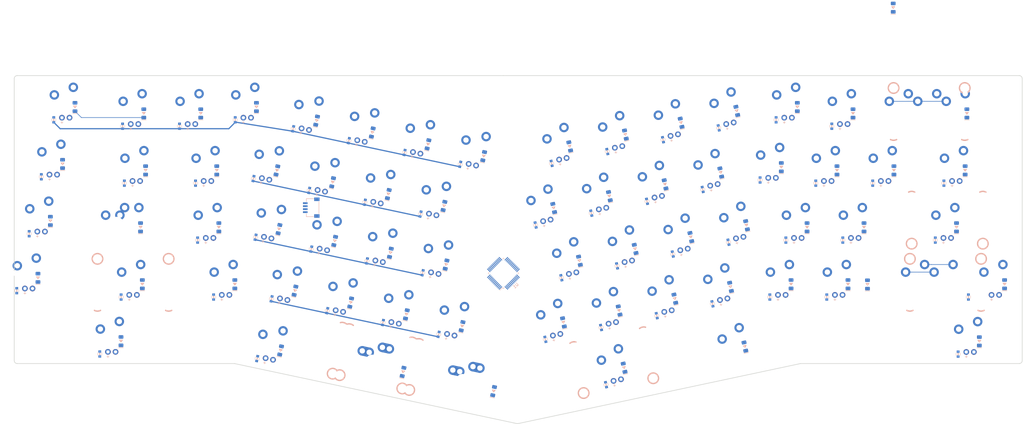
<source format=kicad_pcb>
(kicad_pcb (version 20171130) (host pcbnew "(5.1.11)-1")
  (layers (0 F.Cu signal) (31 B.Cu signal) (34 B.Paste user) (35 F.Paste user) (36 B.SilkS user) (37 F.SilkS user) (38 B.Mask user) (39 F.Mask user) (44 Edge.Cuts user))
  (net 0 "")
  (net 1 "Net-(MX1-Pad1)")
  (net 2 "Net-(D1-Pad2)")
  (net 3 "Net-(D2-Pad2)")
  (net 4 "Net-(D3-Pad2)")
  (net 5 "Net-(D4-Pad2)")
  (net 6 "Net-(D5-Pad2)")
  (net 7 "Net-(D6-Pad2)")
  (net 8 "Net-(D7-Pad2)")
  (net 9 "Net-(D8-Pad2)")
  (net 10 "Net-(D9-Pad2)")
  (net 11 "Net-(D10-Pad2)")
  (net 12 "Net-(MX10-Pad1)")
  (net 13 "Net-(D11-Pad2)")
  (net 14 "Net-(MX11-Pad1)")
  (net 15 "Net-(D12-Pad2)")
  (net 16 "Net-(MX12-Pad1)")
  (net 17 "Net-(D13-Pad2)")
  (net 18 "Net-(MX13-Pad1)")
  (net 19 "Net-(D14-Pad2)")
  (net 20 "Net-(MX14-Pad1)")
  (net 21 "Net-(D15-Pad2)")
  (net 22 "Net-(MX15-Pad1)")
  (net 23 "Net-(D16-Pad2)")
  (net 24 "Net-(MX18-Pad1)")
  (net 25 "Net-(MX19-Pad1)")
  (net 26 "Net-(MX20-Pad1)")
  (net 27 "Net-(MX21-Pad1)")
  (net 28 "Net-(MX22-Pad1)")
  (net 29 "Net-(MX23-Pad1)")
  (net 30 "Net-(MX25-Pad1)")
  (net 31 "Net-(D17-Pad2)")
  (net 32 "Net-(D18-Pad2)")
  (net 33 "Net-(D19-Pad2)")
  (net 34 "Net-(D20-Pad2)")
  (net 35 "Net-(D21-Pad2)")
  (net 36 "Net-(D22-Pad2)")
  (net 37 "Net-(D23-Pad2)")
  (net 38 "Net-(D24-Pad2)")
  (net 39 "Net-(D25-Pad2)")
  (net 40 "Net-(D26-Pad2)")
  (net 41 "Net-(D27-Pad2)")
  (net 42 "Net-(D28-Pad2)")
  (net 43 "Net-(D29-Pad2)")
  (net 44 "Net-(D30-Pad2)")
  (net 45 "Net-(D31-Pad2)")
  (net 46 "Net-(D32-Pad2)")
  (net 47 "Net-(D33-Pad2)")
  (net 48 "Net-(D34-Pad2)")
  (net 49 "Net-(D35-Pad2)")
  (net 50 "Net-(D36-Pad2)")
  (net 51 "Net-(D37-Pad2)")
  (net 52 "Net-(D38-Pad2)")
  (net 53 "Net-(D39-Pad2)")
  (net 54 "Net-(D40-Pad2)")
  (net 55 "Net-(D41-Pad2)")
  (net 56 "Net-(D42-Pad2)")
  (net 57 "Net-(D43-Pad2)")
  (net 58 "Net-(D44-Pad2)")
  (net 59 "Net-(D46-Pad2)")
  (net 60 "Net-(D47-Pad2)")
  (net 61 "Net-(D48-Pad2)")
  (net 62 "Net-(D49-Pad2)")
  (net 63 "Net-(D50-Pad2)")
  (net 64 "Net-(D51-Pad2)")
  (net 65 "Net-(D52-Pad2)")
  (net 66 "Net-(D53-Pad2)")
  (net 67 "Net-(D54-Pad2)")
  (net 68 "Net-(D55-Pad2)")
  (net 69 "Net-(D56-Pad2)")
  (net 70 "Net-(D57-Pad2)")
  (net 71 "Net-(D58-Pad2)")
  (net 72 "Net-(D59-Pad2)")
  (net 73 "Net-(D60-Pad2)")
  (net 74 "Net-(D61-Pad2)")
  (net 75 "Net-(D62-Pad2)")
  (net 76 "Net-(D63-Pad2)")
  (net 77 "Net-(D64-Pad2)")
  (net 78 "Net-(D65-Pad2)")
  (net 79 "Net-(D66-Pad2)")
  (net 80 "Net-(D67-Pad2)")
  (net 81 "Net-(D68-Pad2)")
  (net 82 "Net-(MX65-Pad1)")
  (net 83 "Net-(MX32-Pad1)")
  (net 84 "Net-(D1-Pad1)")
  (net 85 "Net-(D16-Pad1)")
  (net 86 "Net-(D17-Pad1)")
  (net 87 "Net-(D47-Pad1)")
  (net 88 "Net-(D62-Pad1)")
  (net 89 "Net-(U1-Pad48)")
  (net 90 "Net-(U1-Pad47)")
  (net 91 "Net-(U1-Pad46)")
  (net 92 "Net-(U1-Pad45)")
  (net 93 "Net-(U1-Pad44)")
  (net 94 "Net-(U1-Pad43)")
  (net 95 "Net-(U1-Pad42)")
  (net 96 "Net-(U1-Pad41)")
  (net 97 "Net-(U1-Pad40)")
  (net 98 "Net-(U1-Pad39)")
  (net 99 "Net-(U1-Pad38)")
  (net 100 "Net-(U1-Pad37)")
  (net 101 "Net-(U1-Pad36)")
  (net 102 "Net-(U1-Pad35)")
  (net 103 "Net-(U1-Pad34)")
  (net 104 "Net-(U1-Pad33)")
  (net 105 "Net-(U1-Pad32)")
  (net 106 "Net-(U1-Pad31)")
  (net 107 "Net-(U1-Pad30)")
  (net 108 "Net-(U1-Pad29)")
  (net 109 "Net-(U1-Pad28)")
  (net 110 "Net-(U1-Pad27)")
  (net 111 "Net-(U1-Pad26)")
  (net 112 "Net-(U1-Pad25)")
  (net 113 "Net-(U1-Pad24)")
  (net 114 "Net-(U1-Pad23)")
  (net 115 "Net-(U1-Pad22)")
  (net 116 "Net-(U1-Pad21)")
  (net 117 "Net-(U1-Pad20)")
  (net 118 "Net-(U1-Pad19)")
  (net 119 "Net-(U1-Pad18)")
  (net 120 "Net-(U1-Pad17)")
  (net 121 "Net-(U1-Pad16)")
  (net 122 "Net-(U1-Pad15)")
  (net 123 "Net-(U1-Pad14)")
  (net 124 "Net-(U1-Pad13)")
  (net 125 "Net-(U1-Pad12)")
  (net 126 "Net-(U1-Pad11)")
  (net 127 "Net-(U1-Pad10)")
  (net 128 "Net-(U1-Pad9)")
  (net 129 "Net-(U1-Pad8)")
  (net 130 "Net-(U1-Pad7)")
  (net 131 "Net-(U1-Pad6)")
  (net 132 "Net-(U1-Pad5)")
  (net 133 "Net-(U1-Pad4)")
  (net 134 "Net-(U1-Pad3)")
  (net 135 "Net-(U1-Pad2)")
  (net 136 "Net-(U1-Pad1)")
  (net 137 "Net-(D45-Pad2)")
  (net 138 "Net-(D45-Pad1)")
  (net 139 "Net-(R1-Pad1)")
  (net 140 "Net-(D69-Pad2)")
  (net 141 "Net-(D69-Pad1)")
  (net 142 "Net-(D70-Pad2)")
  (net 143 "Net-(D70-Pad1)")
  (net 144 "Net-(D71-Pad2)")
  (net 145 "Net-(D71-Pad1)")
  (net 146 "Net-(D72-Pad2)")
  (net 147 "Net-(D72-Pad1)")
  (net 148 "Net-(D73-Pad2)")
  (net 149 "Net-(D73-Pad1)")
  (net 150 "Net-(D74-Pad2)")
  (net 151 "Net-(D74-Pad1)")
  (net 152 "Net-(D75-Pad2)")
  (net 153 "Net-(D75-Pad1)")
  (net 154 "Net-(D76-Pad2)")
  (net 155 "Net-(D76-Pad1)")
  (net 156 "Net-(D77-Pad2)")
  (net 157 "Net-(D77-Pad1)")
  (net 158 "Net-(D78-Pad2)")
  (net 159 "Net-(D78-Pad1)")
  (net 160 "Net-(D79-Pad2)")
  (net 161 "Net-(D79-Pad1)")
  (net 162 "Net-(D80-Pad2)")
  (net 163 "Net-(D80-Pad1)")
  (net 164 "Net-(D81-Pad2)")
  (net 165 "Net-(D81-Pad1)")
  (net 166 "Net-(D82-Pad2)")
  (net 167 "Net-(D82-Pad1)")
  (net 168 "Net-(D83-Pad2)")
  (net 169 "Net-(D83-Pad1)")
  (net 170 "Net-(D84-Pad2)")
  (net 171 "Net-(D84-Pad1)")
  (net 172 "Net-(D85-Pad2)")
  (net 173 "Net-(D85-Pad1)")
  (net 174 "Net-(D86-Pad2)")
  (net 175 "Net-(D86-Pad1)")
  (net 176 "Net-(D87-Pad2)")
  (net 177 "Net-(D87-Pad1)")
  (net 178 "Net-(D88-Pad2)")
  (net 179 "Net-(D88-Pad1)")
  (net 180 "Net-(D89-Pad2)")
  (net 181 "Net-(D89-Pad1)")
  (net 182 "Net-(D90-Pad2)")
  (net 183 "Net-(D90-Pad1)")
  (net 184 "Net-(D91-Pad2)")
  (net 185 "Net-(D91-Pad1)")
  (net 186 "Net-(D92-Pad2)")
  (net 187 "Net-(D92-Pad1)")
  (net 188 "Net-(D93-Pad2)")
  (net 189 "Net-(D93-Pad1)")
  (net 190 "Net-(D94-Pad2)")
  (net 191 "Net-(D94-Pad1)")
  (net 192 "Net-(D95-Pad2)")
  (net 193 "Net-(D95-Pad1)")
  (net 194 "Net-(D96-Pad2)")
  (net 195 "Net-(D96-Pad1)")
  (net 196 "Net-(D97-Pad2)")
  (net 197 "Net-(D97-Pad1)")
  (net 198 "Net-(D98-Pad2)")
  (net 199 "Net-(D98-Pad1)")
  (net 200 "Net-(D99-Pad2)")
  (net 201 "Net-(D99-Pad1)")
  (net 202 "Net-(D100-Pad2)")
  (net 203 "Net-(D100-Pad1)")
  (net 204 "Net-(D101-Pad2)")
  (net 205 "Net-(D101-Pad1)")
  (net 206 "Net-(D102-Pad2)")
  (net 207 "Net-(D102-Pad1)")
  (net 208 "Net-(D103-Pad2)")
  (net 209 "Net-(D103-Pad1)")
  (net 210 "Net-(D104-Pad2)")
  (net 211 "Net-(D104-Pad1)")
  (net 212 "Net-(D105-Pad2)")
  (net 213 "Net-(D105-Pad1)")
  (net 214 "Net-(D106-Pad2)")
  (net 215 "Net-(D106-Pad1)")
  (net 216 "Net-(D107-Pad2)")
  (net 217 "Net-(D107-Pad1)")
  (net 218 "Net-(D108-Pad2)")
  (net 219 "Net-(D108-Pad1)")
  (net 220 "Net-(D109-Pad2)")
  (net 221 "Net-(D109-Pad1)")
  (net 222 "Net-(D110-Pad2)")
  (net 223 "Net-(D110-Pad1)")
  (net 224 "Net-(D111-Pad2)")
  (net 225 "Net-(D111-Pad1)")
  (net 226 "Net-(D112-Pad2)")
  (net 227 "Net-(D112-Pad1)")
  (net 228 "Net-(D113-Pad2)")
  (net 229 "Net-(D113-Pad1)")
  (net 230 "Net-(D114-Pad2)")
  (net 231 "Net-(D114-Pad1)")
  (net 232 "Net-(D115-Pad2)")
  (net 233 "Net-(D115-Pad1)")
  (net 234 "Net-(D116-Pad2)")
  (net 235 "Net-(D116-Pad1)")
  (net 236 "Net-(D117-Pad2)")
  (net 237 "Net-(D117-Pad1)")
  (net 238 "Net-(D118-Pad2)")
  (net 239 "Net-(D118-Pad1)")
  (net 240 "Net-(D119-Pad2)")
  (net 241 "Net-(D119-Pad1)")
  (net 242 "Net-(D120-Pad2)")
  (net 243 "Net-(D120-Pad1)")
  (net 244 "Net-(D121-Pad2)")
  (net 245 "Net-(D121-Pad1)")
  (net 246 "Net-(D122-Pad2)")
  (net 247 "Net-(D122-Pad1)")
  (net 248 "Net-(D123-Pad2)")
  (net 249 "Net-(D123-Pad1)")
  (net 250 "Net-(D124-Pad2)")
  (net 251 "Net-(D124-Pad1)")
  (net 252 "Net-(D125-Pad2)")
  (net 253 "Net-(D125-Pad1)")
  (net 254 "Net-(D126-Pad2)")
  (net 255 "Net-(D126-Pad1)")
  (net 256 "Net-(D127-Pad2)")
  (net 257 "Net-(D127-Pad1)")
  (net 258 "Net-(J1-Pad1)")
  (net 259 "Net-(J1-Pad2)")
  (net 260 "Net-(J1-Pad4)")
  (net 261 "Net-(J1-Pad3)")
  (module sanproject-keyboard-part:JST-SR-4 (layer B.Cu) (at 96.423076 228.413766 270)
    (fp_text reference J1)
    (fp_text value Conn_01x04_Female)
    (pad 3 smd rect (at 0.5 4.775 270) (size 0.6 1.55) (layers B.Cu B.Paste B.Mask) (net 261 "Net-(J1-Pad3)"))
    (pad 4 smd rect (at 1.5 4.775 270) (size 0.6 1.55) (layers B.Cu B.Paste B.Mask) (net 260 "Net-(J1-Pad4)"))
    (pad 2 smd rect (at -0.5 4.775 270) (size 0.6 1.55) (layers B.Cu B.Paste B.Mask) (net 259 "Net-(J1-Pad2)"))
    (pad 1 smd rect (at -1.5 4.775 270) (size 0.6 1.55) (layers B.Cu B.Paste B.Mask) (net 258 "Net-(J1-Pad1)"))
    (pad "" smd rect (at -2.8 0.9 270) (size 1.2 1.8) (layers B.Cu B.Paste B.Mask))
    (pad "" smd rect (at 2.8 0.9 270) (size 1.2 1.8) (layers B.Cu B.Paste B.Mask))
  )
  (module sanproject-keyboard-part:DIODE_1206_SawnsProjects (layer B.Cu) (at 151.335598 211.191479 78)
    (fp_text reference D8)
    (fp_text value 1N4148W)
    (pad 1 smd roundrect (at -1.4 0 78) (size 1.2 1.6) (layers B.Cu B.Paste B.Mask) (roundrect_rratio 0.2) (net 84 "Net-(D1-Pad1)"))
    (pad 2 smd roundrect (at 1.4 0 78) (size 1.2 1.6) (layers B.Cu B.Paste B.Mask) (roundrect_rratio 0.2) (net 9 "Net-(D8-Pad2)"))
  )
  (module sanproject-keyboard-part:DIODE_1206_SawnsProjects (layer B.Cu) (at 288.352452 161.498615 90)
    (fp_text reference D15)
    (fp_text value 1N4148W)
    (pad 1 smd roundrect (at -1.4 0 90) (size 1.2 1.6) (layers B.Cu B.Paste B.Mask) (roundrect_rratio 0.2) (net 84 "Net-(D1-Pad1)"))
    (pad 2 smd roundrect (at 1.4 0 90) (size 1.2 1.6) (layers B.Cu B.Paste B.Mask) (roundrect_rratio 0.2) (net 21 "Net-(D15-Pad2)"))
  )
  (module sanproject-keyboard-part:DIODE_1206_SawnsProjects (layer B.Cu) (at 82.154461 215.959324 78)
    (fp_text reference D20)
    (fp_text value 1N4148W)
    (pad 1 smd roundrect (at -1.4 0 78) (size 1.2 1.6) (layers B.Cu B.Paste B.Mask) (roundrect_rratio 0.2) (net 86 "Net-(D17-Pad1)"))
    (pad 2 smd roundrect (at 1.4 0 78) (size 1.2 1.6) (layers B.Cu B.Paste B.Mask) (roundrect_rratio 0.2) (net 34 "Net-(D20-Pad2)"))
  )
  (module sanproject-keyboard-part:DIODE_1206_SawnsProjects (layer B.Cu) (at 95.434462 199.309322 78)
    (fp_text reference D5)
    (fp_text value 1N4148W)
    (pad 1 smd roundrect (at -1.4 0 78) (size 1.2 1.6) (layers B.Cu B.Paste B.Mask) (roundrect_rratio 0.2) (net 84 "Net-(D1-Pad1)"))
    (pad 2 smd roundrect (at 1.4 0 78) (size 1.2 1.6) (layers B.Cu B.Paste B.Mask) (roundrect_rratio 0.2) (net 6 "Net-(D5-Pad2)"))
  )
  (module sanproject-keyboard-part:DIODE_1206_SawnsProjects (layer B.Cu) (at 114.068176 203.27004 78)
    (fp_text reference D6)
    (fp_text value 1N4148W)
    (pad 1 smd roundrect (at -1.4 0 78) (size 1.2 1.6) (layers B.Cu B.Paste B.Mask) (roundrect_rratio 0.2) (net 84 "Net-(D1-Pad1)"))
    (pad 2 smd roundrect (at 1.4 0 78) (size 1.2 1.6) (layers B.Cu B.Paste B.Mask) (roundrect_rratio 0.2) (net 7 "Net-(D6-Pad2)"))
  )
  (module sanproject-keyboard-part:DIODE_1206_SawnsProjects (layer B.Cu) (at 132.701886 207.230761 78)
    (fp_text reference D7)
    (fp_text value 1N4148W)
    (pad 1 smd roundrect (at -1.4 0 78) (size 1.2 1.6) (layers B.Cu B.Paste B.Mask) (roundrect_rratio 0.2) (net 84 "Net-(D1-Pad1)"))
    (pad 2 smd roundrect (at 1.4 0 78) (size 1.2 1.6) (layers B.Cu B.Paste B.Mask) (roundrect_rratio 0.2) (net 8 "Net-(D7-Pad2)"))
  )
  (module sanproject-keyboard-part:DIODE_1206_SawnsProjects (layer B.Cu) (at 180.11706 207.92284 102)
    (fp_text reference D9)
    (fp_text value 1N4148W)
    (pad 1 smd roundrect (at -1.4 0 102) (size 1.2 1.6) (layers B.Cu B.Paste B.Mask) (roundrect_rratio 0.2) (net 84 "Net-(D1-Pad1)"))
    (pad 2 smd roundrect (at 1.4 0 102) (size 1.2 1.6) (layers B.Cu B.Paste B.Mask) (roundrect_rratio 0.2) (net 10 "Net-(D9-Pad2)"))
  )
  (module sanproject-keyboard-part:DIODE_1206_SawnsProjects (layer B.Cu) (at 198.750771 203.962125 102)
    (fp_text reference D10)
    (fp_text value 1N4148W)
    (pad 1 smd roundrect (at -1.4 0 102) (size 1.2 1.6) (layers B.Cu B.Paste B.Mask) (roundrect_rratio 0.2) (net 84 "Net-(D1-Pad1)"))
    (pad 2 smd roundrect (at 1.4 0 102) (size 1.2 1.6) (layers B.Cu B.Paste B.Mask) (roundrect_rratio 0.2) (net 11 "Net-(D10-Pad2)"))
  )
  (module sanproject-keyboard-part:DIODE_1206_SawnsProjects (layer B.Cu) (at 217.384482 200.001406 102)
    (fp_text reference D11)
    (fp_text value 1N4148W)
    (pad 1 smd roundrect (at -1.4 0 102) (size 1.2 1.6) (layers B.Cu B.Paste B.Mask) (roundrect_rratio 0.2) (net 84 "Net-(D1-Pad1)"))
    (pad 2 smd roundrect (at 1.4 0 102) (size 1.2 1.6) (layers B.Cu B.Paste B.Mask) (roundrect_rratio 0.2) (net 13 "Net-(D11-Pad2)"))
  )
  (module sanproject-keyboard-part:DIODE_1206_SawnsProjects (layer B.Cu) (at 236.018195 196.040687 102)
    (fp_text reference D12)
    (fp_text value 1N4148W)
    (pad 1 smd roundrect (at -1.4 0 102) (size 1.2 1.6) (layers B.Cu B.Paste B.Mask) (roundrect_rratio 0.2) (net 84 "Net-(D1-Pad1)"))
    (pad 2 smd roundrect (at 1.4 0 102) (size 1.2 1.6) (layers B.Cu B.Paste B.Mask) (roundrect_rratio 0.2) (net 15 "Net-(D12-Pad2)"))
  )
  (module sanproject-keyboard-part:DIODE_1206_SawnsProjects (layer B.Cu) (at 313.004051 196.877782 90)
    (fp_text reference D16)
    (fp_text value 1N4148W)
    (pad 1 smd roundrect (at -1.4 0 90) (size 1.2 1.6) (layers B.Cu B.Paste B.Mask) (roundrect_rratio 0.2) (net 85 "Net-(D16-Pad1)"))
    (pad 2 smd roundrect (at 1.4 0 90) (size 1.2 1.6) (layers B.Cu B.Paste B.Mask) (roundrect_rratio 0.2) (net 23 "Net-(D16-Pad2)"))
  )
  (module sanproject-keyboard-part:DIODE_1206_SawnsProjects (layer B.Cu) (at 100.790462 219.926153 78)
    (fp_text reference D21)
    (fp_text value 1N4148W)
    (pad 1 smd roundrect (at -1.4 0 78) (size 1.2 1.6) (layers B.Cu B.Paste B.Mask) (roundrect_rratio 0.2) (net 86 "Net-(D17-Pad1)"))
    (pad 2 smd roundrect (at 1.4 0 78) (size 1.2 1.6) (layers B.Cu B.Paste B.Mask) (roundrect_rratio 0.2) (net 35 "Net-(D21-Pad2)"))
  )
  (module sanproject-keyboard-part:DIODE_1206_SawnsProjects (layer B.Cu) (at 119.421885 223.880762 78)
    (fp_text reference D22)
    (fp_text value 1N4148W)
    (pad 1 smd roundrect (at -1.4 0 78) (size 1.2 1.6) (layers B.Cu B.Paste B.Mask) (roundrect_rratio 0.2) (net 86 "Net-(D17-Pad1)"))
    (pad 2 smd roundrect (at 1.4 0 78) (size 1.2 1.6) (layers B.Cu B.Paste B.Mask) (roundrect_rratio 0.2) (net 36 "Net-(D22-Pad2)"))
  )
  (module sanproject-keyboard-part:DIODE_1206_SawnsProjects (layer B.Cu) (at 138.055598 227.84148 78)
    (fp_text reference D23)
    (fp_text value 1N4148W)
    (pad 1 smd roundrect (at -1.4 0 78) (size 1.2 1.6) (layers B.Cu B.Paste B.Mask) (roundrect_rratio 0.2) (net 86 "Net-(D17-Pad1)"))
    (pad 2 smd roundrect (at 1.4 0 78) (size 1.2 1.6) (layers B.Cu B.Paste B.Mask) (roundrect_rratio 0.2) (net 37 "Net-(D23-Pad2)"))
  )
  (module sanproject-keyboard-part:DIODE_1206_SawnsProjects (layer B.Cu) (at 212.028344 220.615476 102)
    (fp_text reference D27)
    (fp_text value 1N4148W)
    (pad 1 smd roundrect (at -1.4 0 102) (size 1.2 1.6) (layers B.Cu B.Paste B.Mask) (roundrect_rratio 0.2) (net 86 "Net-(D17-Pad1)"))
    (pad 2 smd roundrect (at 1.4 0 102) (size 1.2 1.6) (layers B.Cu B.Paste B.Mask) (roundrect_rratio 0.2) (net 41 "Net-(D27-Pad2)"))
  )
  (module sanproject-keyboard-part:DIODE_1206_SawnsProjects (layer B.Cu) (at 230.662056 216.654758 102)
    (fp_text reference D28)
    (fp_text value 1N4148W)
    (pad 1 smd roundrect (at -1.4 0 102) (size 1.2 1.6) (layers B.Cu B.Paste B.Mask) (roundrect_rratio 0.2) (net 86 "Net-(D17-Pad1)"))
    (pad 2 smd roundrect (at 1.4 0 102) (size 1.2 1.6) (layers B.Cu B.Paste B.Mask) (roundrect_rratio 0.2) (net 42 "Net-(D28-Pad2)"))
  )
  (module sanproject-keyboard-part:DIODE_1206_SawnsProjects (layer B.Cu) (at 82.854463 235.589323 78)
    (fp_text reference D35)
    (fp_text value 1N4148W)
    (pad 1 smd roundrect (at -1.4 0 78) (size 1.2 1.6) (layers B.Cu B.Paste B.Mask) (roundrect_rratio 0.2) (net 85 "Net-(D16-Pad1)"))
    (pad 2 smd roundrect (at 1.4 0 78) (size 1.2 1.6) (layers B.Cu B.Paste B.Mask) (roundrect_rratio 0.2) (net 49 "Net-(D35-Pad2)"))
  )
  (module sanproject-keyboard-part:DIODE_1206_SawnsProjects (layer B.Cu) (at 174.760922 228.536912 102)
    (fp_text reference D25)
    (fp_text value 1N4148W)
    (pad 1 smd roundrect (at -1.4 0 102) (size 1.2 1.6) (layers B.Cu B.Paste B.Mask) (roundrect_rratio 0.2) (net 86 "Net-(D17-Pad1)"))
    (pad 2 smd roundrect (at 1.4 0 102) (size 1.2 1.6) (layers B.Cu B.Paste B.Mask) (roundrect_rratio 0.2) (net 39 "Net-(D25-Pad2)"))
  )
  (module sanproject-keyboard-part:DIODE_1206_SawnsProjects (layer B.Cu) (at 193.394632 224.576195 102)
    (fp_text reference D26)
    (fp_text value 1N4148W)
    (pad 1 smd roundrect (at -1.4 0 102) (size 1.2 1.6) (layers B.Cu B.Paste B.Mask) (roundrect_rratio 0.2) (net 86 "Net-(D17-Pad1)"))
    (pad 2 smd roundrect (at 1.4 0 102) (size 1.2 1.6) (layers B.Cu B.Paste B.Mask) (roundrect_rratio 0.2) (net 40 "Net-(D26-Pad2)"))
  )
  (module sanproject-keyboard-part:DIODE_1206_SawnsProjects (layer B.Cu) (at 101.488172 239.550043 78)
    (fp_text reference D36)
    (fp_text value 1N4148W)
    (pad 1 smd roundrect (at -1.4 0 78) (size 1.2 1.6) (layers B.Cu B.Paste B.Mask) (roundrect_rratio 0.2) (net 85 "Net-(D16-Pad1)"))
    (pad 2 smd roundrect (at 1.4 0 78) (size 1.2 1.6) (layers B.Cu B.Paste B.Mask) (roundrect_rratio 0.2) (net 50 "Net-(D36-Pad2)"))
  )
  (module sanproject-keyboard-part:DIODE_1206_SawnsProjects (layer B.Cu) (at 120.121885 243.510761 78)
    (fp_text reference D37)
    (fp_text value 1N4148W)
    (pad 1 smd roundrect (at -1.4 0 78) (size 1.2 1.6) (layers B.Cu B.Paste B.Mask) (roundrect_rratio 0.2) (net 85 "Net-(D16-Pad1)"))
    (pad 2 smd roundrect (at 1.4 0 78) (size 1.2 1.6) (layers B.Cu B.Paste B.Mask) (roundrect_rratio 0.2) (net 51 "Net-(D37-Pad2)"))
  )
  (module sanproject-keyboard-part:DIODE_1206_SawnsProjects (layer B.Cu) (at 138.755597 247.471477 78)
    (fp_text reference D38)
    (fp_text value 1N4148W)
    (pad 1 smd roundrect (at -1.4 0 78) (size 1.2 1.6) (layers B.Cu B.Paste B.Mask) (roundrect_rratio 0.2) (net 85 "Net-(D16-Pad1)"))
    (pad 2 smd roundrect (at 1.4 0 78) (size 1.2 1.6) (layers B.Cu B.Paste B.Mask) (roundrect_rratio 0.2) (net 52 "Net-(D38-Pad2)"))
  )
  (module sanproject-keyboard-part:DIODE_1206_SawnsProjects (layer B.Cu) (at 83.394462 276.189325 78)
    (fp_text reference D63)
    (fp_text value 1N4148W)
    (pad 1 smd roundrect (at -1.4 0 78) (size 1.2 1.6) (layers B.Cu B.Paste B.Mask) (roundrect_rratio 0.2) (net 88 "Net-(D62-Pad1)"))
    (pad 2 smd roundrect (at 1.4 0 78) (size 1.2 1.6) (layers B.Cu B.Paste B.Mask) (roundrect_rratio 0.2) (net 76 "Net-(D63-Pad2)"))
  )
  (module sanproject-keyboard-part:DIODE_1206_SawnsProjects (layer B.Cu) (at 154.657826 289.799972 78)
    (fp_text reference D65)
    (fp_text value 1N4148W)
    (pad 1 smd roundrect (at -1.4 0 78) (size 1.2 1.6) (layers B.Cu B.Paste B.Mask) (roundrect_rratio 0.2) (net 88 "Net-(D62-Pad1)"))
    (pad 2 smd roundrect (at 1.4 0 78) (size 1.2 1.6) (layers B.Cu B.Paste B.Mask) (roundrect_rratio 0.2) (net 78 "Net-(D65-Pad2)"))
  )
  (module sanproject-keyboard-part:DIODE_1206_SawnsProjects (layer B.Cu) (at 215.291353 258.873079 102)
    (fp_text reference D56)
    (fp_text value 1N4148W)
    (pad 1 smd roundrect (at -1.4 0 102) (size 1.2 1.6) (layers B.Cu B.Paste B.Mask) (roundrect_rratio 0.2) (net 87 "Net-(D47-Pad1)"))
    (pad 2 smd roundrect (at 1.4 0 102) (size 1.2 1.6) (layers B.Cu B.Paste B.Mask) (roundrect_rratio 0.2) (net 69 "Net-(D56-Pad2)"))
  )
  (module sanproject-keyboard-part:DIODE_1206_SawnsProjects (layer B.Cu) (at 196.65764 262.833798 102)
    (fp_text reference D55)
    (fp_text value 1N4148W)
    (pad 1 smd roundrect (at -1.4 0 102) (size 1.2 1.6) (layers B.Cu B.Paste B.Mask) (roundrect_rratio 0.2) (net 87 "Net-(D47-Pad1)"))
    (pad 2 smd roundrect (at 1.4 0 102) (size 1.2 1.6) (layers B.Cu B.Paste B.Mask) (roundrect_rratio 0.2) (net 68 "Net-(D55-Pad2)"))
  )
  (module sanproject-keyboard-part:DIODE_1206_SawnsProjects (layer B.Cu) (at 124.361363 283.36026 78)
    (fp_text reference D64)
    (fp_text value 1N4148W)
    (pad 1 smd roundrect (at -1.4 0 78) (size 1.2 1.6) (layers B.Cu B.Paste B.Mask) (roundrect_rratio 0.2) (net 88 "Net-(D62-Pad1)"))
    (pad 2 smd roundrect (at 1.4 0 78) (size 1.2 1.6) (layers B.Cu B.Paste B.Mask) (roundrect_rratio 0.2) (net 77 "Net-(D64-Pad2)"))
  )
  (module sanproject-keyboard-part:DIODE_1206_SawnsProjects (layer B.Cu) (at 239.281204 234.29829 102)
    (fp_text reference D42)
    (fp_text value 1N4148W)
    (pad 1 smd roundrect (at -1.4 0 102) (size 1.2 1.6) (layers B.Cu B.Paste B.Mask) (roundrect_rratio 0.2) (net 85 "Net-(D16-Pad1)"))
    (pad 2 smd roundrect (at 1.4 0 102) (size 1.2 1.6) (layers B.Cu B.Paste B.Mask) (roundrect_rratio 0.2) (net 56 "Net-(D42-Pad2)"))
  )
  (module sanproject-keyboard-part:DIODE_1206_SawnsProjects (layer B.Cu) (at 88.204461 256.199326 78)
    (fp_text reference D50)
    (fp_text value 1N4148W)
    (pad 1 smd roundrect (at -1.4 0 78) (size 1.2 1.6) (layers B.Cu B.Paste B.Mask) (roundrect_rratio 0.2) (net 87 "Net-(D47-Pad1)"))
    (pad 2 smd roundrect (at 1.4 0 78) (size 1.2 1.6) (layers B.Cu B.Paste B.Mask) (roundrect_rratio 0.2) (net 63 "Net-(D50-Pad2)"))
  )
  (module sanproject-keyboard-part:DIODE_1206_SawnsProjects (layer B.Cu) (at 198.318196 281.960686 102)
    (fp_text reference D66)
    (fp_text value 1N4148W)
    (pad 1 smd roundrect (at -1.4 0 102) (size 1.2 1.6) (layers B.Cu B.Paste B.Mask) (roundrect_rratio 0.2) (net 88 "Net-(D62-Pad1)"))
    (pad 2 smd roundrect (at 1.4 0 102) (size 1.2 1.6) (layers B.Cu B.Paste B.Mask) (roundrect_rratio 0.2) (net 79 "Net-(D66-Pad2)"))
  )
  (module sanproject-keyboard-part:DIODE_1206_SawnsProjects (layer B.Cu) (at 106.838174 260.16004 78)
    (fp_text reference D51)
    (fp_text value 1N4148W)
    (pad 1 smd roundrect (at -1.4 0 78) (size 1.2 1.6) (layers B.Cu B.Paste B.Mask) (roundrect_rratio 0.2) (net 87 "Net-(D47-Pad1)"))
    (pad 2 smd roundrect (at 1.4 0 78) (size 1.2 1.6) (layers B.Cu B.Paste B.Mask) (roundrect_rratio 0.2) (net 64 "Net-(D51-Pad2)"))
  )
  (module sanproject-keyboard-part:DIODE_1206_SawnsProjects (layer B.Cu) (at 183.380066 246.180443 102)
    (fp_text reference D39)
    (fp_text value 1N4148W)
    (pad 1 smd roundrect (at -1.4 0 102) (size 1.2 1.6) (layers B.Cu B.Paste B.Mask) (roundrect_rratio 0.2) (net 85 "Net-(D16-Pad1)"))
    (pad 2 smd roundrect (at 1.4 0 102) (size 1.2 1.6) (layers B.Cu B.Paste B.Mask) (roundrect_rratio 0.2) (net 53 "Net-(D39-Pad2)"))
  )
  (module sanproject-keyboard-part:DIODE_1206_SawnsProjects (layer B.Cu) (at 125.471884 264.120759 78)
    (fp_text reference D52)
    (fp_text value 1N4148W)
    (pad 1 smd roundrect (at -1.4 0 78) (size 1.2 1.6) (layers B.Cu B.Paste B.Mask) (roundrect_rratio 0.2) (net 87 "Net-(D47-Pad1)"))
    (pad 2 smd roundrect (at 1.4 0 78) (size 1.2 1.6) (layers B.Cu B.Paste B.Mask) (roundrect_rratio 0.2) (net 65 "Net-(D52-Pad2)"))
  )
  (module sanproject-keyboard-part:DIODE_1206_SawnsProjects (layer B.Cu) (at 144.105597 268.081478 78)
    (fp_text reference D53)
    (fp_text value 1N4148W)
    (pad 1 smd roundrect (at -1.4 0 78) (size 1.2 1.6) (layers B.Cu B.Paste B.Mask) (roundrect_rratio 0.2) (net 87 "Net-(D47-Pad1)"))
    (pad 2 smd roundrect (at 1.4 0 78) (size 1.2 1.6) (layers B.Cu B.Paste B.Mask) (roundrect_rratio 0.2) (net 66 "Net-(D53-Pad2)"))
  )
  (module sanproject-keyboard-part:DIODE_1206_SawnsProjects (layer B.Cu) (at 178.023928 266.794514 102)
    (fp_text reference D54)
    (fp_text value 1N4148W)
    (pad 1 smd roundrect (at -1.4 0 102) (size 1.2 1.6) (layers B.Cu B.Paste B.Mask) (roundrect_rratio 0.2) (net 87 "Net-(D47-Pad1)"))
    (pad 2 smd roundrect (at 1.4 0 102) (size 1.2 1.6) (layers B.Cu B.Paste B.Mask) (roundrect_rratio 0.2) (net 67 "Net-(D54-Pad2)"))
  )
  (module sanproject-keyboard-part:DIODE_1206_SawnsProjects (layer B.Cu) (at 233.925064 254.91236 102)
    (fp_text reference D57)
    (fp_text value 1N4148W)
    (pad 1 smd roundrect (at -1.4 0 102) (size 1.2 1.6) (layers B.Cu B.Paste B.Mask) (roundrect_rratio 0.2) (net 87 "Net-(D47-Pad1)"))
    (pad 2 smd roundrect (at 1.4 0 102) (size 1.2 1.6) (layers B.Cu B.Paste B.Mask) (roundrect_rratio 0.2) (net 70 "Net-(D57-Pad2)"))
  )
  (module sanproject-keyboard-part:DIODE_1206_SawnsProjects (layer B.Cu) (at 238.728196 274.900689 102)
    (fp_text reference D67)
    (fp_text value 1N4148W)
    (pad 1 smd roundrect (at -1.4 0 102) (size 1.2 1.6) (layers B.Cu B.Paste B.Mask) (roundrect_rratio 0.2) (net 88 "Net-(D62-Pad1)"))
    (pad 2 smd roundrect (at 1.4 0 102) (size 1.2 1.6) (layers B.Cu B.Paste B.Mask) (roundrect_rratio 0.2) (net 80 "Net-(D67-Pad2)"))
  )
  (module sanproject-keyboard-part:DIODE_1206_SawnsProjects (layer B.Cu) (at 202.013779 242.219727 102)
    (fp_text reference D40)
    (fp_text value 1N4148W)
    (pad 1 smd roundrect (at -1.4 0 102) (size 1.2 1.6) (layers B.Cu B.Paste B.Mask) (roundrect_rratio 0.2) (net 85 "Net-(D16-Pad1)"))
    (pad 2 smd roundrect (at 1.4 0 102) (size 1.2 1.6) (layers B.Cu B.Paste B.Mask) (roundrect_rratio 0.2) (net 54 "Net-(D40-Pad2)"))
  )
  (module sanproject-keyboard-part:DIODE_1206_SawnsProjects (layer B.Cu) (at 220.647491 238.25901 102)
    (fp_text reference D41)
    (fp_text value 1N4148W)
    (pad 1 smd roundrect (at -1.4 0 102) (size 1.2 1.6) (layers B.Cu B.Paste B.Mask) (roundrect_rratio 0.2) (net 85 "Net-(D16-Pad1)"))
    (pad 2 smd roundrect (at 1.4 0 102) (size 1.2 1.6) (layers B.Cu B.Paste B.Mask) (roundrect_rratio 0.2) (net 55 "Net-(D41-Pad2)"))
  )
  (module sanproject-keyboard-part:DIODE_1206_SawnsProjects (layer B.Cu) (at 279.744521 254.107322 90)
    (fp_text reference D60)
    (fp_text value 1N4148W)
    (pad 1 smd roundrect (at -1.4 0 90) (size 1.2 1.6) (layers B.Cu B.Paste B.Mask) (roundrect_rratio 0.2) (net 87 "Net-(D47-Pad1)"))
    (pad 2 smd roundrect (at 1.4 0 90) (size 1.2 1.6) (layers B.Cu B.Paste B.Mask) (roundrect_rratio 0.2) (net 73 "Net-(D60-Pad2)"))
  )
  (module sanproject-keyboard-part:R_0603 (layer B.Cu) (at 75.556572 278.919394 78)
    (fp_text reference R20)
    (fp_text value 470)
    (pad 1 smd rect (at -0.825 0 78) (size 0.8 0.95) (layers B.Cu B.Paste B.Mask) (net 139 "Net-(R1-Pad1)"))
    (pad 2 smd rect (at 0.825 0 78) (size 0.8 0.95) (layers B.Cu B.Paste B.Mask) (net 176 "Net-(D87-Pad2)"))
  )
  (module sanproject-keyboard-part:R_0603 (layer B.Cu) (at 171.97408 272.476515 102)
    (fp_text reference R47)
    (fp_text value 470)
    (pad 1 smd rect (at -0.825 0 102) (size 0.8 0.95) (layers B.Cu B.Paste B.Mask) (net 139 "Net-(R1-Pad1)"))
    (pad 2 smd rect (at 0.825 0 102) (size 0.8 0.95) (layers B.Cu B.Paste B.Mask) (net 230 "Net-(D114-Pad2)"))
  )
  (module sanproject-keyboard-part:R_0603 (layer B.Cu) (at 192.268349 287.642686 102)
    (fp_text reference R52)
    (fp_text value 470)
    (pad 1 smd rect (at -0.825 0 102) (size 0.8 0.95) (layers B.Cu B.Paste B.Mask) (net 139 "Net-(R1-Pad1)"))
    (pad 2 smd rect (at 0.825 0 102) (size 0.8 0.95) (layers B.Cu B.Paste B.Mask) (net 240 "Net-(D119-Pad2)"))
  )
  (module sanproject-keyboard-part:R_0603 (layer B.Cu) (at 190.607791 268.515798 102)
    (fp_text reference R50)
    (fp_text value 470)
    (pad 1 smd rect (at -0.825 0 102) (size 0.8 0.95) (layers B.Cu B.Paste B.Mask) (net 139 "Net-(R1-Pad1)"))
    (pad 2 smd rect (at 0.825 0 102) (size 0.8 0.95) (layers B.Cu B.Paste B.Mask) (net 236 "Net-(D117-Pad2)"))
  )
  (module sanproject-keyboard-part:R_0603 (layer B.Cu) (at 168.711072 234.218911 102)
    (fp_text reference R27)
    (fp_text value 470)
    (pad 1 smd rect (at -0.825 0 102) (size 0.8 0.95) (layers B.Cu B.Paste B.Mask) (net 139 "Net-(R1-Pad1)"))
    (pad 2 smd rect (at 0.825 0 102) (size 0.8 0.95) (layers B.Cu B.Paste B.Mask) (net 190 "Net-(D94-Pad2)"))
  )
  (module sanproject-keyboard-part:R_0603 (layer B.Cu) (at 192.700921 209.644125 102)
    (fp_text reference R28)
    (fp_text value 470)
    (pad 1 smd rect (at -0.825 0 102) (size 0.8 0.95) (layers B.Cu B.Paste B.Mask) (net 139 "Net-(R1-Pad1)"))
    (pad 2 smd rect (at 0.825 0 102) (size 0.8 0.95) (layers B.Cu B.Paste B.Mask) (net 192 "Net-(D95-Pad2)"))
  )
  (module sanproject-keyboard-part:R_0603 (layer B.Cu) (at 177.330219 251.862442 102)
    (fp_text reference R46)
    (fp_text value 470)
    (pad 1 smd rect (at -0.825 0 102) (size 0.8 0.95) (layers B.Cu B.Paste B.Mask) (net 139 "Net-(R1-Pad1)"))
    (pad 2 smd rect (at 0.825 0 102) (size 0.8 0.95) (layers B.Cu B.Paste B.Mask) (net 228 "Net-(D113-Pad2)"))
  )
  (module sanproject-keyboard-part:R_0603 (layer B.Cu) (at 305.31505 220.227787 90)
    (fp_text reference R23)
    (fp_text value 470)
    (pad 1 smd rect (at -0.825 0 90) (size 0.8 0.95) (layers B.Cu B.Paste B.Mask) (net 139 "Net-(R1-Pad1)"))
    (pad 2 smd rect (at 0.825 0 90) (size 0.8 0.95) (layers B.Cu B.Paste B.Mask) (net 182 "Net-(D90-Pad2)"))
  )
  (module sanproject-keyboard-part:R_0603 (layer B.Cu) (at 313.513798 258.327784 90)
    (fp_text reference R55)
    (fp_text value 470)
    (pad 1 smd rect (at -0.825 0 90) (size 0.8 0.95) (layers B.Cu B.Paste B.Mask) (net 139 "Net-(R1-Pad1)"))
    (pad 2 smd rect (at 0.825 0 90) (size 0.8 0.95) (layers B.Cu B.Paste B.Mask) (net 246 "Net-(D122-Pad2)"))
  )
  (module sanproject-keyboard-part:R_0603 (layer B.Cu) (at 211.334633 205.683406 102)
    (fp_text reference R35)
    (fp_text value 470)
    (pad 1 smd rect (at -0.825 0 102) (size 0.8 0.95) (layers B.Cu B.Paste B.Mask) (net 139 "Net-(R1-Pad1)"))
    (pad 2 smd rect (at 0.825 0 102) (size 0.8 0.95) (layers B.Cu B.Paste B.Mask) (net 206 "Net-(D102-Pad2)"))
  )
  (module sanproject-keyboard-part:R_0603 (layer B.Cu) (at 205.978497 226.297475 102)
    (fp_text reference R42)
    (fp_text value 470)
    (pad 1 smd rect (at -0.825 0 102) (size 0.8 0.95) (layers B.Cu B.Paste B.Mask) (net 139 "Net-(R1-Pad1)"))
    (pad 2 smd rect (at 0.825 0 102) (size 0.8 0.95) (layers B.Cu B.Paste B.Mask) (net 220 "Net-(D109-Pad2)"))
  )
  (module sanproject-keyboard-part:R_0603 (layer B.Cu) (at 195.96393 247.901727 102)
    (fp_text reference R48)
    (fp_text value 470)
    (pad 1 smd rect (at -0.825 0 102) (size 0.8 0.95) (layers B.Cu B.Paste B.Mask) (net 139 "Net-(R1-Pad1)"))
    (pad 2 smd rect (at 0.825 0 102) (size 0.8 0.95) (layers B.Cu B.Paste B.Mask) (net 232 "Net-(D115-Pad2)"))
  )
  (module sanproject-keyboard-part:R_0603 (layer B.Cu) (at 224.612207 222.336759 102)
    (fp_text reference R34)
    (fp_text value 470)
    (pad 1 smd rect (at -0.825 0 102) (size 0.8 0.95) (layers B.Cu B.Paste B.Mask) (net 139 "Net-(R1-Pad1)"))
    (pad 2 smd rect (at 0.825 0 102) (size 0.8 0.95) (layers B.Cu B.Paste B.Mask) (net 204 "Net-(D101-Pad2)"))
  )
  (module sanproject-keyboard-part:R_0603 (layer B.Cu) (at 187.344783 230.258193 102)
    (fp_text reference R38)
    (fp_text value 470)
    (pad 1 smd rect (at -0.825 0 102) (size 0.8 0.95) (layers B.Cu B.Paste B.Mask) (net 139 "Net-(R1-Pad1)"))
    (pad 2 smd rect (at 0.825 0 102) (size 0.8 0.95) (layers B.Cu B.Paste B.Mask) (net 212 "Net-(D105-Pad2)"))
  )
  (module sanproject-keyboard-part:R_0603 (layer B.Cu) (at 229.968345 201.722687 102)
    (fp_text reference R39)
    (fp_text value 470)
    (pad 1 smd rect (at -0.825 0 102) (size 0.8 0.95) (layers B.Cu B.Paste B.Mask) (net 139 "Net-(R1-Pad1)"))
    (pad 2 smd rect (at 0.825 0 102) (size 0.8 0.95) (layers B.Cu B.Paste B.Mask) (net 214 "Net-(D106-Pad2)"))
  )
  (module sanproject-keyboard-part:R_0603 (layer B.Cu) (at 174.067209 213.604841 102)
    (fp_text reference R24)
    (fp_text value 470)
    (pad 1 smd rect (at -0.825 0 102) (size 0.8 0.95) (layers B.Cu B.Paste B.Mask) (net 139 "Net-(R1-Pad1)"))
    (pad 2 smd rect (at 0.825 0 102) (size 0.8 0.95) (layers B.Cu B.Paste B.Mask) (net 184 "Net-(D91-Pad2)"))
  )
  (module sanproject-keyboard-part:R_0603 (layer B.Cu) (at 214.597641 243.94101 102)
    (fp_text reference R51)
    (fp_text value 470)
    (pad 1 smd rect (at -0.825 0 102) (size 0.8 0.95) (layers B.Cu B.Paste B.Mask) (net 139 "Net-(R1-Pad1)"))
    (pad 2 smd rect (at 0.825 0 102) (size 0.8 0.95) (layers B.Cu B.Paste B.Mask) (net 238 "Net-(D118-Pad2)"))
  )
  (module sanproject-keyboard-part:R_0603 (layer B.Cu) (at 227.875214 260.59436 102)
    (fp_text reference R56)
    (fp_text value 470)
    (pad 1 smd rect (at -0.825 0 102) (size 0.8 0.95) (layers B.Cu B.Paste B.Mask) (net 139 "Net-(R1-Pad1)"))
    (pad 2 smd rect (at 0.825 0 102) (size 0.8 0.95) (layers B.Cu B.Paste B.Mask) (net 248 "Net-(D123-Pad2)"))
  )
  (module sanproject-keyboard-part:R_0603 (layer B.Cu) (at 209.241503 264.555081 102)
    (fp_text reference R53)
    (fp_text value 470)
    (pad 1 smd rect (at -0.825 0 102) (size 0.8 0.95) (layers B.Cu B.Paste B.Mask) (net 139 "Net-(R1-Pad1)"))
    (pad 2 smd rect (at 0.825 0 102) (size 0.8 0.95) (layers B.Cu B.Paste B.Mask) (net 242 "Net-(D120-Pad2)"))
  )
  (module sanproject-keyboard-part:R_0603 (layer B.Cu) (at 233.231354 239.980289 102)
    (fp_text reference R54)
    (fp_text value 470)
    (pad 1 smd rect (at -0.825 0 102) (size 0.8 0.95) (layers B.Cu B.Paste B.Mask) (net 139 "Net-(R1-Pad1)"))
    (pad 2 smd rect (at 0.825 0 102) (size 0.8 0.95) (layers B.Cu B.Paste B.Mask) (net 244 "Net-(D121-Pad2)"))
  )
  (module sanproject-keyboard-part:R_0603 (layer B.Cu) (at 252.435049 239.277784 90)
    (fp_text reference R57)
    (fp_text value 470)
    (pad 1 smd rect (at -0.825 0 90) (size 0.8 0.95) (layers B.Cu B.Paste B.Mask) (net 139 "Net-(R1-Pad1)"))
    (pad 2 smd rect (at 0.825 0 90) (size 0.8 0.95) (layers B.Cu B.Paste B.Mask) (net 250 "Net-(D124-Pad2)"))
  )
  (module MX_Solder_SawnsProjects:MXOnly-1U-NoLED (layer F.Cu) (at 34.525049 195.377786)
    (fp_text reference MX2)
    (fp_text value 1U)
    (pad 2 smd circle (at 2.54 -5.08) (size 3.2 3.2) (layers B.Cu) (net 3 "Net-(D2-Pad2)"))
    (pad "" np_thru_hole circle (at 5.08 0 48.0996) (size 1.75 1.75) (drill 1.75) (layers *.Cu *.Mask))
    (pad 2 thru_hole circle (at 2.54 -5.08) (size 2.4 2.4) (drill 1.8) (layers *.Cu) (net 3 "Net-(D2-Pad2)"))
    (pad 1 thru_hole circle (at -3.81 -2.54) (size 2.4 2.4) (drill 1.8) (layers *.Cu) (net 24 "Net-(MX18-Pad1)"))
    (pad "" np_thru_hole circle (at 0 0) (size 3.9878 3.9878) (drill 3.9878) (layers *.Cu *.Mask))
    (pad "" np_thru_hole circle (at -5.08 0 48.0996) (size 1.75 1.75) (drill 1.75) (layers *.Cu *.Mask))
    (pad 1 smd circle (at -3.81 -2.54) (size 3.2 3.2) (layers B.Cu) (net 24 "Net-(MX18-Pad1)"))
  )
  (module MX_Solder_SawnsProjects_v2:MXOnly-LEDONLY (layer F.Cu) (at 53.57505 195.377785)
    (fp_text reference D69)
    (fp_text value LED)
    (fp_text user + (at -1.27 6.604) (layer B.SilkS))
    (pad 2 thru_hole circle (at -1.27 5.08) (size 1.905 1.905) (drill 1.04) (layers *.Cu B.Mask) (net 140 "Net-(D69-Pad2)"))
    (pad 1 thru_hole circle (at 1.27 5.08) (size 1.905 1.905) (drill 1.04) (layers *.Cu B.Mask) (net 141 "Net-(D69-Pad1)"))
  )
  (module MX_Solder_SawnsProjects:MXOnly-1U-NoLED (layer F.Cu) (at 53.57505 195.377785)
    (fp_text reference MX3)
    (fp_text value 1U)
    (pad 2 smd circle (at 2.54 -5.08) (size 3.2 3.2) (layers B.Cu) (net 4 "Net-(D3-Pad2)"))
    (pad "" np_thru_hole circle (at 5.08 0 48.0996) (size 1.75 1.75) (drill 1.75) (layers *.Cu *.Mask))
    (pad 2 thru_hole circle (at 2.54 -5.08) (size 2.4 2.4) (drill 1.8) (layers *.Cu) (net 4 "Net-(D3-Pad2)"))
    (pad 1 thru_hole circle (at -3.81 -2.54) (size 2.4 2.4) (drill 1.8) (layers *.Cu) (net 25 "Net-(MX19-Pad1)"))
    (pad "" np_thru_hole circle (at 0 0) (size 3.9878 3.9878) (drill 3.9878) (layers *.Cu *.Mask))
    (pad "" np_thru_hole circle (at -5.08 0 48.0996) (size 1.75 1.75) (drill 1.75) (layers *.Cu *.Mask))
    (pad 1 smd circle (at -3.81 -2.54) (size 3.2 3.2) (layers B.Cu) (net 25 "Net-(MX19-Pad1)"))
  )
  (module MX_Solder_SawnsProjects_v2:MXOnly-LEDONLY (layer F.Cu) (at 34.525049 195.377786)
    (fp_text reference D71)
    (fp_text value LED)
    (fp_text user + (at -1.27 6.604) (layer B.SilkS))
    (pad 2 thru_hole circle (at -1.27 5.08) (size 1.905 1.905) (drill 1.04) (layers *.Cu B.Mask) (net 144 "Net-(D71-Pad2)"))
    (pad 1 thru_hole circle (at 1.27 5.08) (size 1.905 1.905) (drill 1.04) (layers *.Cu B.Mask) (net 145 "Net-(D71-Pad1)"))
  )
  (module sanproject-keyboard-part:R_0603 (layer B.Cu) (at 247.07505 258.327783 90)
    (fp_text reference R60)
    (fp_text value 470)
    (pad 1 smd rect (at -0.825 0 90) (size 0.8 0.95) (layers B.Cu B.Paste B.Mask) (net 139 "Net-(R1-Pad1)"))
    (pad 2 smd rect (at 0.825 0 90) (size 0.8 0.95) (layers B.Cu B.Paste B.Mask) (net 256 "Net-(D127-Pad2)"))
  )
  (module sanproject-keyboard-part:R_0603 (layer B.Cu) (at 271.485049 239.277783 90)
    (fp_text reference R59)
    (fp_text value 470)
    (pad 1 smd rect (at -0.825 0 90) (size 0.8 0.95) (layers B.Cu B.Paste B.Mask) (net 139 "Net-(R1-Pad1)"))
    (pad 2 smd rect (at 0.825 0 90) (size 0.8 0.95) (layers B.Cu B.Paste B.Mask) (net 254 "Net-(D126-Pad2)"))
  )
  (module sanproject-keyboard-part:R_0603 (layer B.Cu) (at 266.125048 258.327786 90)
    (fp_text reference R58)
    (fp_text value 470)
    (pad 1 smd rect (at -0.825 0 90) (size 0.8 0.95) (layers B.Cu B.Paste B.Mask) (net 139 "Net-(R1-Pad1)"))
    (pad 2 smd rect (at 0.825 0 90) (size 0.8 0.95) (layers B.Cu B.Paste B.Mask) (net 252 "Net-(D125-Pad2)"))
  )
  (module sanproject-keyboard-part:R_0603 (layer B.Cu) (at 310.070649 277.425785 90)
    (fp_text reference R49)
    (fp_text value 470)
    (pad 1 smd rect (at -0.825 0 90) (size 0.8 0.95) (layers B.Cu B.Paste B.Mask) (net 139 "Net-(R1-Pad1)"))
    (pad 2 smd rect (at 0.825 0 90) (size 0.8 0.95) (layers B.Cu B.Paste B.Mask) (net 234 "Net-(D116-Pad2)"))
  )
  (module MX_Solder_SawnsProjects_v2:MXOnly-LEDONLY (layer F.Cu) (at 251.07505 252.527785)
    (fp_text reference D127)
    (fp_text value LED)
    (fp_text user + (at -1.27 6.604) (layer B.SilkS))
    (pad 2 thru_hole circle (at -1.27 5.08) (size 1.905 1.905) (drill 1.04) (layers *.Cu B.Mask) (net 256 "Net-(D127-Pad2)"))
    (pad 1 thru_hole circle (at 1.27 5.08) (size 1.905 1.905) (drill 1.04) (layers *.Cu B.Mask) (net 257 "Net-(D127-Pad1)"))
  )
  (module MX_Solder_SawnsProjects_v2:MXOnly-LEDONLY (layer F.Cu) (at 275.485051 233.477783)
    (fp_text reference D126)
    (fp_text value LED)
    (fp_text user + (at -1.27 6.604) (layer B.SilkS))
    (pad 2 thru_hole circle (at -1.27 5.08) (size 1.905 1.905) (drill 1.04) (layers *.Cu B.Mask) (net 254 "Net-(D126-Pad2)"))
    (pad 1 thru_hole circle (at 1.27 5.08) (size 1.905 1.905) (drill 1.04) (layers *.Cu B.Mask) (net 255 "Net-(D126-Pad1)"))
  )
  (module MX_Solder_SawnsProjects_v2:MXOnly-LEDONLY (layer F.Cu) (at 270.12505 252.527786)
    (fp_text reference D125)
    (fp_text value LED)
    (fp_text user + (at -1.27 6.604) (layer B.SilkS))
    (pad 2 thru_hole circle (at -1.27 5.08) (size 1.905 1.905) (drill 1.04) (layers *.Cu B.Mask) (net 252 "Net-(D125-Pad2)"))
    (pad 1 thru_hole circle (at 1.27 5.08) (size 1.905 1.905) (drill 1.04) (layers *.Cu B.Mask) (net 253 "Net-(D125-Pad1)"))
  )
  (module MX_Solder_SawnsProjects_v2:MXOnly-LEDONLY (layer F.Cu) (at 256.435048 233.477783)
    (fp_text reference D124)
    (fp_text value LED)
    (fp_text user + (at -1.27 6.604) (layer B.SilkS))
    (pad 2 thru_hole circle (at -1.27 5.08) (size 1.905 1.905) (drill 1.04) (layers *.Cu B.Mask) (net 250 "Net-(D124-Pad2)"))
    (pad 1 thru_hole circle (at 1.27 5.08) (size 1.905 1.905) (drill 1.04) (layers *.Cu B.Mask) (net 251 "Net-(D124-Pad1)"))
  )
  (module MX_Solder_SawnsProjects_v2:MXOnly-LEDONLY (layer F.Cu) (at 230.581916 254.089457 12)
    (fp_text reference D123)
    (fp_text value LED)
    (fp_text user + (at -1.27 6.604 12) (layer B.SilkS))
    (pad 2 thru_hole circle (at -1.27 5.08 12) (size 1.905 1.905) (drill 1.04) (layers *.Cu B.Mask) (net 248 "Net-(D123-Pad2)"))
    (pad 1 thru_hole circle (at 1.27 5.08 12) (size 1.905 1.905) (drill 1.04) (layers *.Cu B.Mask) (net 249 "Net-(D123-Pad1)"))
  )
  (module MX_Solder_SawnsProjects_v2:MXOnly-LEDONLY (layer F.Cu) (at 322.513798 252.527784)
    (fp_text reference D122)
    (fp_text value LED)
    (fp_text user + (at -1.27 6.604) (layer B.SilkS))
    (pad 2 thru_hole circle (at -1.27 5.08) (size 1.905 1.905) (drill 1.04) (layers *.Cu B.Mask) (net 246 "Net-(D122-Pad2)"))
    (pad 1 thru_hole circle (at 1.27 5.08) (size 1.905 1.905) (drill 1.04) (layers *.Cu B.Mask) (net 247 "Net-(D122-Pad1)"))
  )
  (module MX_Solder_SawnsProjects_v2:MXOnly-LEDONLY (layer F.Cu) (at 235.938056 233.475388 12)
    (fp_text reference D121)
    (fp_text value LED)
    (fp_text user + (at -1.27 6.604 12) (layer B.SilkS))
    (pad 2 thru_hole circle (at -1.27 5.08 12) (size 1.905 1.905) (drill 1.04) (layers *.Cu B.Mask) (net 244 "Net-(D121-Pad2)"))
    (pad 1 thru_hole circle (at 1.27 5.08 12) (size 1.905 1.905) (drill 1.04) (layers *.Cu B.Mask) (net 245 "Net-(D121-Pad1)"))
  )
  (module MX_Solder_SawnsProjects_v2:MXOnly-LEDONLY (layer F.Cu) (at 211.948205 258.050176 12)
    (fp_text reference D120)
    (fp_text value LED)
    (fp_text user + (at -1.27 6.604 12) (layer B.SilkS))
    (pad 2 thru_hole circle (at -1.27 5.08 12) (size 1.905 1.905) (drill 1.04) (layers *.Cu B.Mask) (net 242 "Net-(D120-Pad2)"))
    (pad 1 thru_hole circle (at 1.27 5.08 12) (size 1.905 1.905) (drill 1.04) (layers *.Cu B.Mask) (net 243 "Net-(D120-Pad1)"))
  )
  (module MX_Solder_SawnsProjects_v2:MXOnly-LEDONLY (layer F.Cu) (at 194.97505 281.137783 12)
    (fp_text reference D119)
    (fp_text value LED)
    (fp_text user + (at -1.27 6.604 12) (layer B.SilkS))
    (pad 2 thru_hole circle (at -1.27 5.08 12) (size 1.905 1.905) (drill 1.04) (layers *.Cu B.Mask) (net 240 "Net-(D119-Pad2)"))
    (pad 1 thru_hole circle (at 1.27 5.08 12) (size 1.905 1.905) (drill 1.04) (layers *.Cu B.Mask) (net 241 "Net-(D119-Pad1)"))
  )
  (module MX_Solder_SawnsProjects_v2:MXOnly-LEDONLY (layer F.Cu) (at 217.304343 237.436105 12)
    (fp_text reference D118)
    (fp_text value LED)
    (fp_text user + (at -1.27 6.604 12) (layer B.SilkS))
    (pad 2 thru_hole circle (at -1.27 5.08 12) (size 1.905 1.905) (drill 1.04) (layers *.Cu B.Mask) (net 238 "Net-(D118-Pad2)"))
    (pad 1 thru_hole circle (at 1.27 5.08 12) (size 1.905 1.905) (drill 1.04) (layers *.Cu B.Mask) (net 239 "Net-(D118-Pad1)"))
  )
  (module MX_Solder_SawnsProjects_v2:MXOnly-LEDONLY (layer F.Cu) (at 193.314495 262.010894 12)
    (fp_text reference D117)
    (fp_text value LED)
    (fp_text user + (at -1.27 6.604 12) (layer B.SilkS))
    (pad 2 thru_hole circle (at -1.27 5.08 12) (size 1.905 1.905) (drill 1.04) (layers *.Cu B.Mask) (net 236 "Net-(D117-Pad2)"))
    (pad 1 thru_hole circle (at 1.27 5.08 12) (size 1.905 1.905) (drill 1.04) (layers *.Cu B.Mask) (net 237 "Net-(D117-Pad1)"))
  )
  (module MX_Solder_SawnsProjects_v2:MXOnly-LEDONLY (layer F.Cu) (at 314.07065 271.625783)
    (fp_text reference D116)
    (fp_text value LED)
    (fp_text user + (at -1.27 6.604) (layer B.SilkS))
    (pad 2 thru_hole circle (at -1.27 5.08) (size 1.905 1.905) (drill 1.04) (layers *.Cu B.Mask) (net 234 "Net-(D116-Pad2)"))
    (pad 1 thru_hole circle (at 1.27 5.08) (size 1.905 1.905) (drill 1.04) (layers *.Cu B.Mask) (net 235 "Net-(D116-Pad1)"))
  )
  (module MX_Solder_SawnsProjects_v2:MXOnly-LEDONLY (layer F.Cu) (at 198.670632 241.396825 12)
    (fp_text reference D115)
    (fp_text value LED)
    (fp_text user + (at -1.27 6.604 12) (layer B.SilkS))
    (pad 2 thru_hole circle (at -1.27 5.08 12) (size 1.905 1.905) (drill 1.04) (layers *.Cu B.Mask) (net 232 "Net-(D115-Pad2)"))
    (pad 1 thru_hole circle (at 1.27 5.08 12) (size 1.905 1.905) (drill 1.04) (layers *.Cu B.Mask) (net 233 "Net-(D115-Pad1)"))
  )
  (module MX_Solder_SawnsProjects_v2:MXOnly-LEDONLY (layer F.Cu) (at 174.680782 265.971612 12)
    (fp_text reference D114)
    (fp_text value LED)
    (fp_text user + (at -1.27 6.604 12) (layer B.SilkS))
    (pad 2 thru_hole circle (at -1.27 5.08 12) (size 1.905 1.905) (drill 1.04) (layers *.Cu B.Mask) (net 230 "Net-(D114-Pad2)"))
    (pad 1 thru_hole circle (at 1.27 5.08 12) (size 1.905 1.905) (drill 1.04) (layers *.Cu B.Mask) (net 231 "Net-(D114-Pad1)"))
  )
  (module MX_Solder_SawnsProjects_v2:MXOnly-LEDONLY (layer F.Cu) (at 180.03692 245.357539 12)
    (fp_text reference D113)
    (fp_text value LED)
    (fp_text user + (at -1.27 6.604 12) (layer B.SilkS))
    (pad 2 thru_hole circle (at -1.27 5.08 12) (size 1.905 1.905) (drill 1.04) (layers *.Cu B.Mask) (net 228 "Net-(D113-Pad2)"))
    (pad 1 thru_hole circle (at 1.27 5.08 12) (size 1.905 1.905) (drill 1.04) (layers *.Cu B.Mask) (net 229 "Net-(D113-Pad1)"))
  )
  (module sanproject-keyboard-part:R_0603 (layer B.Cu) (at 249.17505 199.037784 90)
    (fp_text reference R45)
    (fp_text value 470)
    (pad 1 smd rect (at -0.825 0 90) (size 0.8 0.95) (layers B.Cu B.Paste B.Mask) (net 139 "Net-(R1-Pad1)"))
    (pad 2 smd rect (at 0.825 0 90) (size 0.8 0.95) (layers B.Cu B.Paste B.Mask) (net 226 "Net-(D112-Pad2)"))
  )
  (module sanproject-keyboard-part:R_0603 (layer B.Cu) (at 60.98505 258.327785 90)
    (fp_text reference R44)
    (fp_text value 470)
    (pad 1 smd rect (at -0.825 0 90) (size 0.8 0.95) (layers B.Cu B.Paste B.Mask) (net 139 "Net-(R1-Pad1)"))
    (pad 2 smd rect (at 0.825 0 90) (size 0.8 0.95) (layers B.Cu B.Paste B.Mask) (net 224 "Net-(D111-Pad2)"))
  )
  (module sanproject-keyboard-part:R_0603 (layer B.Cu) (at 136.267705 270.811547 78)
    (fp_text reference R43)
    (fp_text value 470)
    (pad 1 smd rect (at -0.825 0 78) (size 0.8 0.95) (layers B.Cu B.Paste B.Mask) (net 139 "Net-(R1-Pad1)"))
    (pad 2 smd rect (at 0.825 0 78) (size 0.8 0.95) (layers B.Cu B.Paste B.Mask) (net 222 "Net-(D110-Pad2)"))
  )
  (module sanproject-keyboard-part:R_0603 (layer B.Cu) (at 30.035049 258.327785 90)
    (fp_text reference R41)
    (fp_text value 470)
    (pad 1 smd rect (at -0.825 0 90) (size 0.8 0.95) (layers B.Cu B.Paste B.Mask) (net 139 "Net-(R1-Pad1)"))
    (pad 2 smd rect (at 0.825 0 90) (size 0.8 0.95) (layers B.Cu B.Paste B.Mask) (net 218 "Net-(D108-Pad2)"))
  )
  (module sanproject-keyboard-part:R_0603 (layer B.Cu) (at 80.366572 258.929393 78)
    (fp_text reference R40)
    (fp_text value 470)
    (pad 1 smd rect (at -0.825 0 78) (size 0.8 0.95) (layers B.Cu B.Paste B.Mask) (net 139 "Net-(R1-Pad1)"))
    (pad 2 smd rect (at 0.825 0 78) (size 0.8 0.95) (layers B.Cu B.Paste B.Mask) (net 216 "Net-(D107-Pad2)"))
  )
  (module sanproject-keyboard-part:R_0603 (layer B.Cu) (at -4.88495 256.187783 90)
    (fp_text reference R37)
    (fp_text value 470)
    (pad 1 smd rect (at -0.825 0 90) (size 0.8 0.95) (layers B.Cu B.Paste B.Mask) (net 139 "Net-(R1-Pad1)"))
    (pad 2 smd rect (at 0.825 0 90) (size 0.8 0.95) (layers B.Cu B.Paste B.Mask) (net 210 "Net-(D104-Pad2)"))
  )
  (module sanproject-keyboard-part:R_0603 (layer B.Cu) (at 99.000283 262.89011 78)
    (fp_text reference R36)
    (fp_text value 470)
    (pad 1 smd rect (at -0.825 0 78) (size 0.8 0.95) (layers B.Cu B.Paste B.Mask) (net 139 "Net-(R1-Pad1)"))
    (pad 2 smd rect (at 0.825 0 78) (size 0.8 0.95) (layers B.Cu B.Paste B.Mask) (net 208 "Net-(D103-Pad2)"))
  )
  (module sanproject-keyboard-part:R_0603 (layer B.Cu) (at 130.917707 250.201549 78)
    (fp_text reference R33)
    (fp_text value 470)
    (pad 1 smd rect (at -0.825 0 78) (size 0.8 0.95) (layers B.Cu B.Paste B.Mask) (net 139 "Net-(R1-Pad1)"))
    (pad 2 smd rect (at 0.825 0 78) (size 0.8 0.95) (layers B.Cu B.Paste B.Mask) (net 202 "Net-(D100-Pad2)"))
  )
  (module sanproject-keyboard-part:R_0603 (layer B.Cu) (at 117.633995 266.850831 78)
    (fp_text reference R32)
    (fp_text value 470)
    (pad 1 smd rect (at -0.825 0 78) (size 0.8 0.95) (layers B.Cu B.Paste B.Mask) (net 139 "Net-(R1-Pad1)"))
    (pad 2 smd rect (at 0.825 0 78) (size 0.8 0.95) (layers B.Cu B.Paste B.Mask) (net 200 "Net-(D99-Pad2)"))
  )
  (module sanproject-keyboard-part:R_0603 (layer B.Cu) (at 267.80505 201.177785 90)
    (fp_text reference R31)
    (fp_text value 470)
    (pad 1 smd rect (at -0.825 0 90) (size 0.8 0.95) (layers B.Cu B.Paste B.Mask) (net 139 "Net-(R1-Pad1)"))
    (pad 2 smd rect (at 0.825 0 90) (size 0.8 0.95) (layers B.Cu B.Paste B.Mask) (net 198 "Net-(D98-Pad2)"))
  )
  (module sanproject-keyboard-part:R_0603 (layer B.Cu) (at 243.815047 219.167785 90)
    (fp_text reference R30)
    (fp_text value 470)
    (pad 1 smd rect (at -0.825 0 90) (size 0.8 0.95) (layers B.Cu B.Paste B.Mask) (net 139 "Net-(R1-Pad1)"))
    (pad 2 smd rect (at 0.825 0 90) (size 0.8 0.95) (layers B.Cu B.Paste B.Mask) (net 196 "Net-(D97-Pad2)"))
  )
  (module sanproject-keyboard-part:R_0603 (layer B.Cu) (at 112.283995 246.240828 78)
    (fp_text reference R29)
    (fp_text value 470)
    (pad 1 smd rect (at -0.825 0 78) (size 0.8 0.95) (layers B.Cu B.Paste B.Mask) (net 139 "Net-(R1-Pad1)"))
    (pad 2 smd rect (at 0.825 0 78) (size 0.8 0.95) (layers B.Cu B.Paste B.Mask) (net 194 "Net-(D96-Pad2)"))
  )
  (module sanproject-keyboard-part:R_0603 (layer B.Cu) (at 262.445049 220.227782 90)
    (fp_text reference R26)
    (fp_text value 470)
    (pad 1 smd rect (at -0.825 0 90) (size 0.8 0.95) (layers B.Cu B.Paste B.Mask) (net 139 "Net-(R1-Pad1)"))
    (pad 2 smd rect (at 0.825 0 90) (size 0.8 0.95) (layers B.Cu B.Paste B.Mask) (net 188 "Net-(D93-Pad2)"))
  )
  (module sanproject-keyboard-part:R_0603 (layer B.Cu) (at 93.650284 242.280112 78)
    (fp_text reference R25)
    (fp_text value 470)
    (pad 1 smd rect (at -0.825 0 78) (size 0.8 0.95) (layers B.Cu B.Paste B.Mask) (net 139 "Net-(R1-Pad1)"))
    (pad 2 smd rect (at 0.825 0 78) (size 0.8 0.95) (layers B.Cu B.Paste B.Mask) (net 186 "Net-(D92-Pad2)"))
  )
  (module sanproject-keyboard-part:R_0603 (layer B.Cu) (at 302.43505 239.277784 90)
    (fp_text reference R22)
    (fp_text value 470)
    (pad 1 smd rect (at -0.825 0 90) (size 0.8 0.95) (layers B.Cu B.Paste B.Mask) (net 139 "Net-(R1-Pad1)"))
    (pad 2 smd rect (at 0.825 0 90) (size 0.8 0.95) (layers B.Cu B.Paste B.Mask) (net 180 "Net-(D89-Pad2)"))
  )
  (module sanproject-keyboard-part:R_0603 (layer B.Cu) (at 75.016571 238.319395 78)
    (fp_text reference R21)
    (fp_text value 470)
    (pad 1 smd rect (at -0.825 0 78) (size 0.8 0.95) (layers B.Cu B.Paste B.Mask) (net 139 "Net-(R1-Pad1)"))
    (pad 2 smd rect (at 0.825 0 78) (size 0.8 0.95) (layers B.Cu B.Paste B.Mask) (net 178 "Net-(D88-Pad2)"))
  )
  (module sanproject-keyboard-part:R_0603 (layer B.Cu) (at 281.495049 220.227784 90)
    (fp_text reference R19)
    (fp_text value 470)
    (pad 1 smd rect (at -0.825 0 90) (size 0.8 0.95) (layers B.Cu B.Paste B.Mask) (net 139 "Net-(R1-Pad1)"))
    (pad 2 smd rect (at 0.825 0 90) (size 0.8 0.95) (layers B.Cu B.Paste B.Mask) (net 174 "Net-(D86-Pad2)"))
  )
  (module sanproject-keyboard-part:R_0603 (layer B.Cu) (at 55.635052 239.277784 90)
    (fp_text reference R18)
    (fp_text value 470)
    (pad 1 smd rect (at -0.825 0 90) (size 0.8 0.95) (layers B.Cu B.Paste B.Mask) (net 139 "Net-(R1-Pad1)"))
    (pad 2 smd rect (at 0.825 0 90) (size 0.8 0.95) (layers B.Cu B.Paste B.Mask) (net 172 "Net-(D85-Pad2)"))
  )
  (module sanproject-keyboard-part:R_0603 (layer B.Cu) (at 22.89505 277.377784 90)
    (fp_text reference R17)
    (fp_text value 470)
    (pad 1 smd rect (at -0.825 0 90) (size 0.8 0.95) (layers B.Cu B.Paste B.Mask) (net 139 "Net-(R1-Pad1)"))
    (pad 2 smd rect (at 0.825 0 90) (size 0.8 0.95) (layers B.Cu B.Paste B.Mask) (net 170 "Net-(D84-Pad2)"))
  )
  (module sanproject-keyboard-part:R_0603 (layer B.Cu) (at -0.724951 237.137786 90)
    (fp_text reference R16)
    (fp_text value 470)
    (pad 1 smd rect (at -0.825 0 90) (size 0.8 0.95) (layers B.Cu B.Paste B.Mask) (net 139 "Net-(R1-Pad1)"))
    (pad 2 smd rect (at 0.825 0 90) (size 0.8 0.95) (layers B.Cu B.Paste B.Mask) (net 168 "Net-(D83-Pad2)"))
  )
  (module MX_Solder_SawnsProjects_v2:MXOnly-LEDONLY (layer F.Cu) (at 253.17505 193.237785)
    (fp_text reference D112)
    (fp_text value LED)
    (fp_text user + (at -1.27 6.604) (layer B.SilkS))
    (pad 2 thru_hole circle (at -1.27 5.08) (size 1.905 1.905) (drill 1.04) (layers *.Cu B.Mask) (net 226 "Net-(D112-Pad2)"))
    (pad 1 thru_hole circle (at 1.27 5.08) (size 1.905 1.905) (drill 1.04) (layers *.Cu B.Mask) (net 227 "Net-(D112-Pad1)"))
  )
  (module MX_Solder_SawnsProjects_v2:MXOnly-LEDONLY (layer F.Cu) (at 64.98505 252.527784)
    (fp_text reference D111)
    (fp_text value LED)
    (fp_text user + (at -1.27 6.604) (layer B.SilkS))
    (pad 2 thru_hole circle (at -1.27 5.08) (size 1.905 1.905) (drill 1.04) (layers *.Cu B.Mask) (net 224 "Net-(D111-Pad2)"))
    (pad 1 thru_hole circle (at 1.27 5.08) (size 1.905 1.905) (drill 1.04) (layers *.Cu B.Mask) (net 225 "Net-(D111-Pad1)"))
  )
  (module MX_Solder_SawnsProjects_v2:MXOnly-LEDONLY (layer F.Cu) (at 141.386184 265.969937 348)
    (fp_text reference D110)
    (fp_text value LED)
    (fp_text user + (at -1.27 6.604 168) (layer B.SilkS))
    (pad 2 thru_hole circle (at -1.27 5.08 348) (size 1.905 1.905) (drill 1.04) (layers *.Cu B.Mask) (net 222 "Net-(D110-Pad2)"))
    (pad 1 thru_hole circle (at 1.27 5.08 348) (size 1.905 1.905) (drill 1.04) (layers *.Cu B.Mask) (net 223 "Net-(D110-Pad1)"))
  )
  (module MX_Solder_SawnsProjects_v2:MXOnly-LEDONLY (layer F.Cu) (at 208.685198 219.792573 12)
    (fp_text reference D109)
    (fp_text value LED)
    (fp_text user + (at -1.27 6.604 12) (layer B.SilkS))
    (pad 2 thru_hole circle (at -1.27 5.08 12) (size 1.905 1.905) (drill 1.04) (layers *.Cu B.Mask) (net 220 "Net-(D109-Pad2)"))
    (pad 1 thru_hole circle (at 1.27 5.08 12) (size 1.905 1.905) (drill 1.04) (layers *.Cu B.Mask) (net 221 "Net-(D109-Pad1)"))
  )
  (module MX_Solder_SawnsProjects_v2:MXOnly-LEDONLY (layer F.Cu) (at 34.035048 252.527782)
    (fp_text reference D108)
    (fp_text value LED)
    (fp_text user + (at -1.27 6.604) (layer B.SilkS))
    (pad 2 thru_hole circle (at -1.27 5.08) (size 1.905 1.905) (drill 1.04) (layers *.Cu B.Mask) (net 218 "Net-(D108-Pad2)"))
    (pad 1 thru_hole circle (at 1.27 5.08) (size 1.905 1.905) (drill 1.04) (layers *.Cu B.Mask) (net 219 "Net-(D108-Pad1)"))
  )
  (module MX_Solder_SawnsProjects_v2:MXOnly-LEDONLY (layer F.Cu) (at 85.485049 254.087786 348)
    (fp_text reference D107)
    (fp_text value LED)
    (fp_text user + (at -1.27 6.604 168) (layer B.SilkS))
    (pad 2 thru_hole circle (at -1.27 5.08 348) (size 1.905 1.905) (drill 1.04) (layers *.Cu B.Mask) (net 216 "Net-(D107-Pad2)"))
    (pad 1 thru_hole circle (at 1.27 5.08 348) (size 1.905 1.905) (drill 1.04) (layers *.Cu B.Mask) (net 217 "Net-(D107-Pad1)"))
  )
  (module MX_Solder_SawnsProjects_v2:MXOnly-LEDONLY (layer F.Cu) (at 232.675047 195.217786 12)
    (fp_text reference D106)
    (fp_text value LED)
    (fp_text user + (at -1.27 6.604 12) (layer B.SilkS))
    (pad 2 thru_hole circle (at -1.27 5.08 12) (size 1.905 1.905) (drill 1.04) (layers *.Cu B.Mask) (net 214 "Net-(D106-Pad2)"))
    (pad 1 thru_hole circle (at 1.27 5.08 12) (size 1.905 1.905) (drill 1.04) (layers *.Cu B.Mask) (net 215 "Net-(D106-Pad1)"))
  )
  (module MX_Solder_SawnsProjects_v2:MXOnly-LEDONLY (layer F.Cu) (at 190.051485 223.753292 12)
    (fp_text reference D105)
    (fp_text value LED)
    (fp_text user + (at -1.27 6.604 12) (layer B.SilkS))
    (pad 2 thru_hole circle (at -1.27 5.08 12) (size 1.905 1.905) (drill 1.04) (layers *.Cu B.Mask) (net 212 "Net-(D105-Pad2)"))
    (pad 1 thru_hole circle (at 1.27 5.08 12) (size 1.905 1.905) (drill 1.04) (layers *.Cu B.Mask) (net 213 "Net-(D105-Pad1)"))
  )
  (module MX_Solder_SawnsProjects_v2:MXOnly-LEDONLY (layer F.Cu) (at -0.88495 250.387781)
    (fp_text reference D104)
    (fp_text value LED)
    (fp_text user + (at -1.27 6.604) (layer B.SilkS))
    (pad 2 thru_hole circle (at -1.27 5.08) (size 1.905 1.905) (drill 1.04) (layers *.Cu B.Mask) (net 210 "Net-(D104-Pad2)"))
    (pad 1 thru_hole circle (at 1.27 5.08) (size 1.905 1.905) (drill 1.04) (layers *.Cu B.Mask) (net 211 "Net-(D104-Pad1)"))
  )
  (module MX_Solder_SawnsProjects_v2:MXOnly-LEDONLY (layer F.Cu) (at 104.118761 258.048501 348)
    (fp_text reference D103)
    (fp_text value LED)
    (fp_text user + (at -1.27 6.604 168) (layer B.SilkS))
    (pad 2 thru_hole circle (at -1.27 5.08 348) (size 1.905 1.905) (drill 1.04) (layers *.Cu B.Mask) (net 208 "Net-(D103-Pad2)"))
    (pad 1 thru_hole circle (at 1.27 5.08 348) (size 1.905 1.905) (drill 1.04) (layers *.Cu B.Mask) (net 209 "Net-(D103-Pad1)"))
  )
  (module MX_Solder_SawnsProjects_v2:MXOnly-LEDONLY (layer F.Cu) (at 214.041336 199.178501 12)
    (fp_text reference D102)
    (fp_text value LED)
    (fp_text user + (at -1.27 6.604 12) (layer B.SilkS))
    (pad 2 thru_hole circle (at -1.27 5.08 12) (size 1.905 1.905) (drill 1.04) (layers *.Cu B.Mask) (net 206 "Net-(D102-Pad2)"))
    (pad 1 thru_hole circle (at 1.27 5.08 12) (size 1.905 1.905) (drill 1.04) (layers *.Cu B.Mask) (net 207 "Net-(D102-Pad1)"))
  )
  (module MX_Solder_SawnsProjects_v2:MXOnly-LEDONLY (layer F.Cu) (at 227.318911 215.831856 12)
    (fp_text reference D101)
    (fp_text value LED)
    (fp_text user + (at -1.27 6.604 12) (layer B.SilkS))
    (pad 2 thru_hole circle (at -1.27 5.08 12) (size 1.905 1.905) (drill 1.04) (layers *.Cu B.Mask) (net 204 "Net-(D101-Pad2)"))
    (pad 1 thru_hole circle (at 1.27 5.08 12) (size 1.905 1.905) (drill 1.04) (layers *.Cu B.Mask) (net 205 "Net-(D101-Pad1)"))
  )
  (module MX_Solder_SawnsProjects_v2:MXOnly-LEDONLY (layer F.Cu) (at 136.036184 245.35994 348)
    (fp_text reference D100)
    (fp_text value LED)
    (fp_text user + (at -1.27 6.604 168) (layer B.SilkS))
    (pad 2 thru_hole circle (at -1.27 5.08 348) (size 1.905 1.905) (drill 1.04) (layers *.Cu B.Mask) (net 202 "Net-(D100-Pad2)"))
    (pad 1 thru_hole circle (at 1.27 5.08 348) (size 1.905 1.905) (drill 1.04) (layers *.Cu B.Mask) (net 203 "Net-(D100-Pad1)"))
  )
  (module MX_Solder_SawnsProjects_v2:MXOnly-LEDONLY (layer F.Cu) (at 122.752474 262.009218 348)
    (fp_text reference D99)
    (fp_text value LED)
    (fp_text user + (at -1.27 6.604 168) (layer B.SilkS))
    (pad 2 thru_hole circle (at -1.27 5.08 348) (size 1.905 1.905) (drill 1.04) (layers *.Cu B.Mask) (net 200 "Net-(D99-Pad2)"))
    (pad 1 thru_hole circle (at 1.27 5.08 348) (size 1.905 1.905) (drill 1.04) (layers *.Cu B.Mask) (net 201 "Net-(D99-Pad1)"))
  )
  (module MX_Solder_SawnsProjects_v2:MXOnly-LEDONLY (layer F.Cu) (at 271.80505 195.377787)
    (fp_text reference D98)
    (fp_text value LED)
    (fp_text user + (at -1.27 6.604) (layer B.SilkS))
    (pad 2 thru_hole circle (at -1.27 5.08) (size 1.905 1.905) (drill 1.04) (layers *.Cu B.Mask) (net 198 "Net-(D98-Pad2)"))
    (pad 1 thru_hole circle (at 1.27 5.08) (size 1.905 1.905) (drill 1.04) (layers *.Cu B.Mask) (net 199 "Net-(D98-Pad1)"))
  )
  (module MX_Solder_SawnsProjects_v2:MXOnly-LEDONLY (layer F.Cu) (at 247.815049 213.367785)
    (fp_text reference D97)
    (fp_text value LED)
    (fp_text user + (at -1.27 6.604) (layer B.SilkS))
    (pad 2 thru_hole circle (at -1.27 5.08) (size 1.905 1.905) (drill 1.04) (layers *.Cu B.Mask) (net 196 "Net-(D97-Pad2)"))
    (pad 1 thru_hole circle (at 1.27 5.08) (size 1.905 1.905) (drill 1.04) (layers *.Cu B.Mask) (net 197 "Net-(D97-Pad1)"))
  )
  (module MX_Solder_SawnsProjects_v2:MXOnly-LEDONLY (layer F.Cu) (at 117.402473 241.39922 348)
    (fp_text reference D96)
    (fp_text value LED)
    (fp_text user + (at -1.27 6.604 168) (layer B.SilkS))
    (pad 2 thru_hole circle (at -1.27 5.08 348) (size 1.905 1.905) (drill 1.04) (layers *.Cu B.Mask) (net 194 "Net-(D96-Pad2)"))
    (pad 1 thru_hole circle (at 1.27 5.08 348) (size 1.905 1.905) (drill 1.04) (layers *.Cu B.Mask) (net 195 "Net-(D96-Pad1)"))
  )
  (module MX_Solder_SawnsProjects_v2:MXOnly-LEDONLY (layer F.Cu) (at 195.407626 203.13922 12)
    (fp_text reference D95)
    (fp_text value LED)
    (fp_text user + (at -1.27 6.604 12) (layer B.SilkS))
    (pad 2 thru_hole circle (at -1.27 5.08 12) (size 1.905 1.905) (drill 1.04) (layers *.Cu B.Mask) (net 192 "Net-(D95-Pad2)"))
    (pad 1 thru_hole circle (at 1.27 5.08 12) (size 1.905 1.905) (drill 1.04) (layers *.Cu B.Mask) (net 193 "Net-(D95-Pad1)"))
  )
  (module MX_Solder_SawnsProjects_v2:MXOnly-LEDONLY (layer F.Cu) (at 171.417775 227.71401 12)
    (fp_text reference D94)
    (fp_text value LED)
    (fp_text user + (at -1.27 6.604 12) (layer B.SilkS))
    (pad 2 thru_hole circle (at -1.27 5.08 12) (size 1.905 1.905) (drill 1.04) (layers *.Cu B.Mask) (net 190 "Net-(D94-Pad2)"))
    (pad 1 thru_hole circle (at 1.27 5.08 12) (size 1.905 1.905) (drill 1.04) (layers *.Cu B.Mask) (net 191 "Net-(D94-Pad1)"))
  )
  (module MX_Solder_SawnsProjects_v2:MXOnly-LEDONLY (layer F.Cu) (at 266.445051 214.427784)
    (fp_text reference D93)
    (fp_text value LED)
    (fp_text user + (at -1.27 6.604) (layer B.SilkS))
    (pad 2 thru_hole circle (at -1.27 5.08) (size 1.905 1.905) (drill 1.04) (layers *.Cu B.Mask) (net 188 "Net-(D93-Pad2)"))
    (pad 1 thru_hole circle (at 1.27 5.08) (size 1.905 1.905) (drill 1.04) (layers *.Cu B.Mask) (net 189 "Net-(D93-Pad1)"))
  )
  (module MX_Solder_SawnsProjects_v2:MXOnly-LEDONLY (layer F.Cu) (at 98.768761 237.438502 348)
    (fp_text reference D92)
    (fp_text value LED)
    (fp_text user + (at -1.27 6.604 168) (layer B.SilkS))
    (pad 1 thru_hole circle (at 1.27 5.08 348) (size 1.905 1.905) (drill 1.04) (layers *.Cu B.Mask) (net 187 "Net-(D92-Pad1)"))
    (pad 2 thru_hole circle (at -1.27 5.08 348) (size 1.905 1.905) (drill 1.04) (layers *.Cu B.Mask) (net 186 "Net-(D92-Pad2)"))
  )
  (module MX_Solder_SawnsProjects_v2:MXOnly-LEDONLY (layer F.Cu) (at 176.773912 207.099938 12)
    (fp_text reference D91)
    (fp_text value LED)
    (fp_text user + (at -1.27 6.604 12) (layer B.SilkS))
    (pad 2 thru_hole circle (at -1.27 5.08 12) (size 1.905 1.905) (drill 1.04) (layers *.Cu B.Mask) (net 184 "Net-(D91-Pad2)"))
    (pad 1 thru_hole circle (at 1.27 5.08 12) (size 1.905 1.905) (drill 1.04) (layers *.Cu B.Mask) (net 185 "Net-(D91-Pad1)"))
  )
  (module MX_Solder_SawnsProjects_v2:MXOnly-LEDONLY (layer F.Cu) (at 309.31505 214.427787)
    (fp_text reference D90)
    (fp_text value LED)
    (fp_text user + (at -1.27 6.604) (layer B.SilkS))
    (pad 2 thru_hole circle (at -1.27 5.08) (size 1.905 1.905) (drill 1.04) (layers *.Cu B.Mask) (net 182 "Net-(D90-Pad2)"))
    (pad 1 thru_hole circle (at 1.27 5.08) (size 1.905 1.905) (drill 1.04) (layers *.Cu B.Mask) (net 183 "Net-(D90-Pad1)"))
  )
  (module MX_Solder_SawnsProjects_v2:MXOnly-LEDONLY (layer F.Cu) (at 306.435049 233.477787)
    (fp_text reference D89)
    (fp_text value LED)
    (fp_text user + (at -1.27 6.604) (layer B.SilkS))
    (pad 2 thru_hole circle (at -1.27 5.08) (size 1.905 1.905) (drill 1.04) (layers *.Cu B.Mask) (net 180 "Net-(D89-Pad2)"))
    (pad 1 thru_hole circle (at 1.27 5.08) (size 1.905 1.905) (drill 1.04) (layers *.Cu B.Mask) (net 181 "Net-(D89-Pad1)"))
  )
  (module MX_Solder_SawnsProjects_v2:MXOnly-LEDONLY (layer F.Cu) (at 80.135049 233.477783 348)
    (fp_text reference D88)
    (fp_text value LED)
    (fp_text user + (at -1.27 6.604 168) (layer B.SilkS))
    (pad 2 thru_hole circle (at -1.27 5.08 348) (size 1.905 1.905) (drill 1.04) (layers *.Cu B.Mask) (net 178 "Net-(D88-Pad2)"))
    (pad 1 thru_hole circle (at 1.27 5.08 348) (size 1.905 1.905) (drill 1.04) (layers *.Cu B.Mask) (net 179 "Net-(D88-Pad1)"))
  )
  (module MX_Solder_SawnsProjects_v2:MXOnly-LEDONLY (layer F.Cu) (at 80.67505 274.077784 348)
    (fp_text reference D87)
    (fp_text value LED)
    (fp_text user + (at -1.27 6.604 168) (layer B.SilkS))
    (pad 2 thru_hole circle (at -1.27 5.08 348) (size 1.905 1.905) (drill 1.04) (layers *.Cu B.Mask) (net 176 "Net-(D87-Pad2)"))
    (pad 1 thru_hole circle (at 1.27 5.08 348) (size 1.905 1.905) (drill 1.04) (layers *.Cu B.Mask) (net 177 "Net-(D87-Pad1)"))
  )
  (module MX_Solder_SawnsProjects_v2:MXOnly-LEDONLY (layer F.Cu) (at 285.49505 214.427785)
    (fp_text reference D86)
    (fp_text value LED)
    (fp_text user + (at -1.27 6.604) (layer B.SilkS))
    (pad 2 thru_hole circle (at -1.27 5.08) (size 1.905 1.905) (drill 1.04) (layers *.Cu B.Mask) (net 174 "Net-(D86-Pad2)"))
    (pad 1 thru_hole circle (at 1.27 5.08) (size 1.905 1.905) (drill 1.04) (layers *.Cu B.Mask) (net 175 "Net-(D86-Pad1)"))
  )
  (module MX_Solder_SawnsProjects_v2:MXOnly-LEDONLY (layer F.Cu) (at 59.635049 233.477786)
    (fp_text reference D85)
    (fp_text value LED)
    (fp_text user + (at -1.27 6.604) (layer B.SilkS))
    (pad 2 thru_hole circle (at -1.27 5.08) (size 1.905 1.905) (drill 1.04) (layers *.Cu B.Mask) (net 172 "Net-(D85-Pad2)"))
    (pad 1 thru_hole circle (at 1.27 5.08) (size 1.905 1.905) (drill 1.04) (layers *.Cu B.Mask) (net 173 "Net-(D85-Pad1)"))
  )
  (module MX_Solder_SawnsProjects_v2:MXOnly-LEDONLY (layer F.Cu) (at 26.895051 271.577786)
    (fp_text reference D84)
    (fp_text value LED)
    (fp_text user + (at -1.27 6.604) (layer B.SilkS))
    (pad 2 thru_hole circle (at -1.27 5.08) (size 1.905 1.905) (drill 1.04) (layers *.Cu B.Mask) (net 170 "Net-(D84-Pad2)"))
    (pad 1 thru_hole circle (at 1.27 5.08) (size 1.905 1.905) (drill 1.04) (layers *.Cu B.Mask) (net 171 "Net-(D84-Pad1)"))
  )
  (module MX_Solder_SawnsProjects_v2:MXOnly-LEDONLY (layer F.Cu) (at 3.275049 231.337785)
    (fp_text reference D83)
    (fp_text value LED)
    (fp_text user + (at -1.27 6.604) (layer B.SilkS))
    (pad 2 thru_hole circle (at -1.27 5.08) (size 1.905 1.905) (drill 1.04) (layers *.Cu B.Mask) (net 168 "Net-(D83-Pad2)"))
    (pad 1 thru_hole circle (at 1.27 5.08) (size 1.905 1.905) (drill 1.04) (layers *.Cu B.Mask) (net 169 "Net-(D83-Pad1)"))
  )
  (module sanproject-keyboard-part:R_0603 (layer B.Cu) (at 130.217705 230.571549 78)
    (fp_text reference R15)
    (fp_text value 470)
    (pad 2 smd rect (at 0.825 0 78) (size 0.8 0.95) (layers B.Cu B.Paste B.Mask) (net 166 "Net-(D82-Pad2)"))
    (pad 1 smd rect (at -0.825 0 78) (size 0.8 0.95) (layers B.Cu B.Paste B.Mask) (net 139 "Net-(R1-Pad1)"))
  )
  (module sanproject-keyboard-part:R_0603 (layer B.Cu) (at 54.93505 220.227784 90)
    (fp_text reference R14)
    (fp_text value 470)
    (pad 2 smd rect (at 0.825 0 90) (size 0.8 0.95) (layers B.Cu B.Paste B.Mask) (net 164 "Net-(D81-Pad2)"))
    (pad 1 smd rect (at -0.825 0 90) (size 0.8 0.95) (layers B.Cu B.Paste B.Mask) (net 139 "Net-(R1-Pad1)"))
  )
  (module sanproject-keyboard-part:R_0603 (layer B.Cu) (at 111.583994 226.610829 78)
    (fp_text reference R13)
    (fp_text value 470)
    (pad 2 smd rect (at 0.825 0 78) (size 0.8 0.95) (layers B.Cu B.Paste B.Mask) (net 162 "Net-(D80-Pad2)"))
    (pad 1 smd rect (at -0.825 0 78) (size 0.8 0.95) (layers B.Cu B.Paste B.Mask) (net 139 "Net-(R1-Pad1)"))
  )
  (module sanproject-keyboard-part:R_0603 (layer B.Cu) (at 31.125049 220.227783 90)
    (fp_text reference R12)
    (fp_text value 470)
    (pad 2 smd rect (at 0.825 0 90) (size 0.8 0.95) (layers B.Cu B.Paste B.Mask) (net 160 "Net-(D79-Pad2)"))
    (pad 1 smd rect (at -0.825 0 90) (size 0.8 0.95) (layers B.Cu B.Paste B.Mask) (net 139 "Net-(R1-Pad1)"))
  )
  (module sanproject-keyboard-part:R_0603 (layer B.Cu) (at 92.952573 222.656219 78)
    (fp_text reference R11)
    (fp_text value 470)
    (pad 2 smd rect (at 0.825 0 78) (size 0.8 0.95) (layers B.Cu B.Paste B.Mask) (net 158 "Net-(D78-Pad2)"))
    (pad 1 smd rect (at -0.825 0 78) (size 0.8 0.95) (layers B.Cu B.Paste B.Mask) (net 139 "Net-(R1-Pad1)"))
  )
  (module sanproject-keyboard-part:R_0603 (layer B.Cu) (at 143.497707 213.921548 78)
    (fp_text reference R10)
    (fp_text value 470)
    (pad 2 smd rect (at 0.825 0 78) (size 0.8 0.95) (layers B.Cu B.Paste B.Mask) (net 156 "Net-(D77-Pad2)"))
    (pad 1 smd rect (at -0.825 0 78) (size 0.8 0.95) (layers B.Cu B.Paste B.Mask) (net 139 "Net-(R1-Pad1)"))
  )
  (module sanproject-keyboard-part:R_0603 (layer B.Cu) (at 74.316573 218.689394 78)
    (fp_text reference R9)
    (fp_text value 470)
    (pad 2 smd rect (at 0.825 0 78) (size 0.8 0.95) (layers B.Cu B.Paste B.Mask) (net 154 "Net-(D76-Pad2)"))
    (pad 1 smd rect (at -0.825 0 78) (size 0.8 0.95) (layers B.Cu B.Paste B.Mask) (net 139 "Net-(R1-Pad1)"))
  )
  (module sanproject-keyboard-part:R_0603 (layer B.Cu) (at 124.863994 209.96083 78)
    (fp_text reference R8)
    (fp_text value 470)
    (pad 2 smd rect (at 0.825 0 78) (size 0.8 0.95) (layers B.Cu B.Paste B.Mask) (net 152 "Net-(D75-Pad2)"))
    (pad 1 smd rect (at -0.825 0 78) (size 0.8 0.95) (layers B.Cu B.Paste B.Mask) (net 139 "Net-(R1-Pad1)"))
  )
  (module sanproject-keyboard-part:R_0603 (layer B.Cu) (at 3.345048 218.087784 90)
    (fp_text reference R7)
    (fp_text value 470)
    (pad 2 smd rect (at 0.825 0 90) (size 0.8 0.95) (layers B.Cu B.Paste B.Mask) (net 150 "Net-(D74-Pad2)"))
    (pad 1 smd rect (at -0.825 0 90) (size 0.8 0.95) (layers B.Cu B.Paste B.Mask) (net 139 "Net-(R1-Pad1)"))
  )
  (module sanproject-keyboard-part:R_0603 (layer B.Cu) (at 106.230285 206.000113 78)
    (fp_text reference R6)
    (fp_text value 470)
    (pad 2 smd rect (at 0.825 0 78) (size 0.8 0.95) (layers B.Cu B.Paste B.Mask) (net 148 "Net-(D73-Pad2)"))
    (pad 1 smd rect (at -0.825 0 78) (size 0.8 0.95) (layers B.Cu B.Paste B.Mask) (net 139 "Net-(R1-Pad1)"))
  )
  (module MX_Solder_SawnsProjects_v2:MXOnly-LEDONLY (layer F.Cu) (at 135.336185 225.72994 348)
    (fp_text reference D82)
    (fp_text value LED)
    (fp_text user + (at -1.27 6.604 168) (layer B.SilkS))
    (pad 2 thru_hole circle (at -1.27 5.08 348) (size 1.905 1.905) (drill 1.04) (layers *.Cu B.Mask) (net 166 "Net-(D82-Pad2)"))
    (pad 1 thru_hole circle (at 1.27 5.08 348) (size 1.905 1.905) (drill 1.04) (layers *.Cu B.Mask) (net 167 "Net-(D82-Pad1)"))
  )
  (module MX_Solder_SawnsProjects_v2:MXOnly-LEDONLY (layer F.Cu) (at 58.935049 214.427783)
    (fp_text reference D81)
    (fp_text value LED)
    (fp_text user + (at -1.27 6.604) (layer B.SilkS))
    (pad 2 thru_hole circle (at -1.27 5.08) (size 1.905 1.905) (drill 1.04) (layers *.Cu B.Mask) (net 164 "Net-(D81-Pad2)"))
    (pad 1 thru_hole circle (at 1.27 5.08) (size 1.905 1.905) (drill 1.04) (layers *.Cu B.Mask) (net 165 "Net-(D81-Pad1)"))
  )
  (module MX_Solder_SawnsProjects_v2:MXOnly-LEDONLY (layer F.Cu) (at 116.702474 221.76922 348)
    (fp_text reference D80)
    (fp_text value LED)
    (fp_text user + (at -1.27 6.604 168) (layer B.SilkS))
    (pad 2 thru_hole circle (at -1.27 5.08 348) (size 1.905 1.905) (drill 1.04) (layers *.Cu B.Mask) (net 162 "Net-(D80-Pad2)"))
    (pad 1 thru_hole circle (at 1.27 5.08 348) (size 1.905 1.905) (drill 1.04) (layers *.Cu B.Mask) (net 163 "Net-(D80-Pad1)"))
  )
  (module MX_Solder_SawnsProjects_v2:MXOnly-LEDONLY (layer F.Cu) (at 35.125051 214.427784)
    (fp_text reference D79)
    (fp_text value LED)
    (fp_text user + (at -1.27 6.604) (layer B.SilkS))
    (pad 2 thru_hole circle (at -1.27 5.08) (size 1.905 1.905) (drill 1.04) (layers *.Cu B.Mask) (net 160 "Net-(D79-Pad2)"))
    (pad 1 thru_hole circle (at 1.27 5.08) (size 1.905 1.905) (drill 1.04) (layers *.Cu B.Mask) (net 161 "Net-(D79-Pad1)"))
  )
  (module MX_Solder_SawnsProjects_v2:MXOnly-LEDONLY (layer F.Cu) (at 98.071053 217.814611 348)
    (fp_text reference D78)
    (fp_text value LED)
    (fp_text user + (at -1.27 6.604 168) (layer B.SilkS))
    (pad 2 thru_hole circle (at -1.27 5.08 348) (size 1.905 1.905) (drill 1.04) (layers *.Cu B.Mask) (net 158 "Net-(D78-Pad2)"))
    (pad 1 thru_hole circle (at 1.27 5.08 348) (size 1.905 1.905) (drill 1.04) (layers *.Cu B.Mask) (net 159 "Net-(D78-Pad1)"))
  )
  (module MX_Solder_SawnsProjects_v2:MXOnly-LEDONLY (layer F.Cu) (at 148.616185 209.079939 348)
    (fp_text reference D77)
    (fp_text value LED)
    (fp_text user + (at -1.27 6.604 168) (layer B.SilkS))
    (pad 2 thru_hole circle (at -1.27 5.08 348) (size 1.905 1.905) (drill 1.04) (layers *.Cu B.Mask) (net 156 "Net-(D77-Pad2)"))
    (pad 1 thru_hole circle (at 1.27 5.08 348) (size 1.905 1.905) (drill 1.04) (layers *.Cu B.Mask) (net 157 "Net-(D77-Pad1)"))
  )
  (module MX_Solder_SawnsProjects_v2:MXOnly-LEDONLY (layer F.Cu) (at 79.43505 213.847787 348)
    (fp_text reference D76)
    (fp_text value LED)
    (fp_text user + (at -1.27 6.604 168) (layer B.SilkS))
    (pad 2 thru_hole circle (at -1.27 5.08 348) (size 1.905 1.905) (drill 1.04) (layers *.Cu B.Mask) (net 154 "Net-(D76-Pad2)"))
    (pad 1 thru_hole circle (at 1.27 5.08 348) (size 1.905 1.905) (drill 1.04) (layers *.Cu B.Mask) (net 155 "Net-(D76-Pad1)"))
  )
  (module MX_Solder_SawnsProjects_v2:MXOnly-LEDONLY (layer F.Cu) (at 129.982473 205.11922 348)
    (fp_text reference D75)
    (fp_text value LED)
    (fp_text user + (at -1.27 6.604 168) (layer B.SilkS))
    (pad 2 thru_hole circle (at -1.27 5.08 348) (size 1.905 1.905) (drill 1.04) (layers *.Cu B.Mask) (net 152 "Net-(D75-Pad2)"))
    (pad 1 thru_hole circle (at 1.27 5.08 348) (size 1.905 1.905) (drill 1.04) (layers *.Cu B.Mask) (net 153 "Net-(D75-Pad1)"))
  )
  (module MX_Solder_SawnsProjects_v2:MXOnly-LEDONLY (layer F.Cu) (at 7.34505 212.287784)
    (fp_text reference D74)
    (fp_text value LED)
    (fp_text user + (at -1.27 6.604) (layer B.SilkS))
    (pad 2 thru_hole circle (at -1.27 5.08) (size 1.905 1.905) (drill 1.04) (layers *.Cu B.Mask) (net 150 "Net-(D74-Pad2)"))
    (pad 1 thru_hole circle (at 1.27 5.08) (size 1.905 1.905) (drill 1.04) (layers *.Cu B.Mask) (net 151 "Net-(D74-Pad1)"))
  )
  (module MX_Solder_SawnsProjects_v2:MXOnly-LEDONLY (layer F.Cu) (at 111.348762 201.158499 348)
    (fp_text reference D73)
    (fp_text value LED)
    (fp_text user + (at -1.27 6.604 168) (layer B.SilkS))
    (pad 2 thru_hole circle (at -1.27 5.08 348) (size 1.905 1.905) (drill 1.04) (layers *.Cu B.Mask) (net 148 "Net-(D73-Pad2)"))
    (pad 1 thru_hole circle (at 1.27 5.08 348) (size 1.905 1.905) (drill 1.04) (layers *.Cu B.Mask) (net 149 "Net-(D73-Pad1)"))
  )
  (module sanproject-keyboard-part:R_0603 (layer B.Cu) (at 68.215049 199.037784 90)
    (fp_text reference R5)
    (fp_text value 470)
    (pad 2 smd rect (at 0.825 0 90) (size 0.8 0.95) (layers B.Cu B.Paste B.Mask) (net 146 "Net-(D72-Pad2)"))
    (pad 1 smd rect (at -0.825 0 90) (size 0.8 0.95) (layers B.Cu B.Paste B.Mask) (net 139 "Net-(R1-Pad1)"))
  )
  (module sanproject-keyboard-part:R_0603 (layer B.Cu) (at 30.525049 201.177785 90)
    (fp_text reference R4)
    (fp_text value 470)
    (pad 2 smd rect (at 0.825 0 90) (size 0.8 0.95) (layers B.Cu B.Paste B.Mask) (net 144 "Net-(D71-Pad2)"))
    (pad 1 smd rect (at -0.825 0 90) (size 0.8 0.95) (layers B.Cu B.Paste B.Mask) (net 139 "Net-(R1-Pad1)"))
  )
  (module sanproject-keyboard-part:R_0603 (layer B.Cu) (at 87.596571 202.039395 78)
    (fp_text reference R3)
    (fp_text value 470)
    (pad 1 smd rect (at -0.825 0 78) (size 0.8 0.95) (layers B.Cu B.Paste B.Mask) (net 139 "Net-(R1-Pad1)"))
    (pad 2 smd rect (at 0.825 0 78) (size 0.8 0.95) (layers B.Cu B.Paste B.Mask) (net 142 "Net-(D70-Pad2)"))
  )
  (module sanproject-keyboard-part:R_0603 (layer B.Cu) (at 49.57505 201.177786 90)
    (fp_text reference R2)
    (fp_text value 470)
    (pad 2 smd rect (at 0.825 0 90) (size 0.8 0.95) (layers B.Cu B.Paste B.Mask) (net 140 "Net-(D69-Pad2)"))
    (pad 1 smd rect (at -0.825 0 90) (size 0.8 0.95) (layers B.Cu B.Paste B.Mask) (net 139 "Net-(R1-Pad1)"))
  )
  (module MX_Solder_SawnsProjects_v2:MXOnly-LEDONLY (layer F.Cu) (at 72.215051 193.237785)
    (fp_text reference D72)
    (fp_text value LED)
    (fp_text user + (at -1.27 6.604) (layer B.SilkS))
    (pad 2 thru_hole circle (at -1.27 5.08) (size 1.905 1.905) (drill 1.04) (layers *.Cu B.Mask) (net 146 "Net-(D72-Pad2)"))
    (pad 1 thru_hole circle (at 1.27 5.08) (size 1.905 1.905) (drill 1.04) (layers *.Cu B.Mask) (net 147 "Net-(D72-Pad1)"))
  )
  (module MX_Solder_SawnsProjects_v2:MXOnly-LEDONLY (layer F.Cu) (at 92.71505 197.197784 348)
    (fp_text reference D70)
    (fp_text value LED)
    (fp_text user + (at -1.27 6.604 168) (layer B.SilkS))
    (pad 2 thru_hole circle (at -1.27 5.08 348) (size 1.905 1.905) (drill 1.04) (layers *.Cu B.Mask) (net 142 "Net-(D70-Pad2)"))
    (pad 1 thru_hole circle (at 1.27 5.08 348) (size 1.905 1.905) (drill 1.04) (layers *.Cu B.Mask) (net 143 "Net-(D70-Pad1)"))
  )
  (module sanproject-keyboard-part:R_0603 (layer B.Cu) (at 7.50505 199.037786 90)
    (fp_text reference R1)
    (fp_text value 470)
    (pad 1 smd rect (at -0.825 0 90) (size 0.8 0.95) (layers B.Cu B.Paste B.Mask) (net 139 "Net-(R1-Pad1)"))
    (pad 2 smd rect (at 0.825 0 90) (size 0.8 0.95) (layers B.Cu B.Paste B.Mask) (net 137 "Net-(D45-Pad2)"))
  )
  (module MX_Solder_SawnsProjects_v2:MXOnly-LEDONLY (layer F.Cu) (at 11.50505 193.237787)
    (fp_text reference D45)
    (fp_text value LED)
    (fp_text user + (at -1.27 6.604) (layer B.SilkS))
    (pad 2 thru_hole circle (at -1.27 5.08) (size 1.905 1.905) (drill 1.04) (layers *.Cu B.Mask) (net 137 "Net-(D45-Pad2)"))
    (pad 1 thru_hole circle (at 1.27 5.08) (size 1.905 1.905) (drill 1.04) (layers *.Cu B.Mask) (net 138 "Net-(D45-Pad1)"))
  )
  (module MX_Solder_SawnsProjects:MXOnly-1.5U-NoLED (layer F.Cu) (at 235.385048 274.077787 12)
    (fp_text reference MX67)
    (fp_text value 1.5U)
    (pad 2 smd circle (at 2.54 -5.08 12) (size 3.2 3.2) (layers B.Cu) (net 80 "Net-(D67-Pad2)"))
    (pad "" np_thru_hole circle (at 5.08 0 60.0996) (size 1.75 1.75) (drill 1.75) (layers *.Cu *.Mask))
    (pad 2 thru_hole circle (at 2.54 -5.08 12) (size 2.4 2.4) (drill 1.8) (layers *.Cu) (net 80 "Net-(D67-Pad2)"))
    (pad 1 thru_hole circle (at -3.81 -2.54 12) (size 2.4 2.4) (drill 1.8) (layers *.Cu) (net 16 "Net-(MX12-Pad1)"))
    (pad "" np_thru_hole circle (at 0 0 12) (size 3.9878 3.9878) (drill 3.9878) (layers *.Cu *.Mask))
    (pad "" np_thru_hole circle (at -5.08 0 60.0996) (size 1.75 1.75) (drill 1.75) (layers *.Cu *.Mask))
    (pad 1 smd circle (at -3.81 -2.54 12) (size 3.2 3.2) (layers B.Cu) (net 16 "Net-(MX12-Pad1)"))
  )
  (module MX_Solder_SawnsProjects:MXOnly-1.5U-NoLED (layer F.Cu) (at 80.67505 274.077784 348)
    (fp_text reference MX63)
    (fp_text value 1.5U)
    (pad 2 smd circle (at 2.54 -5.08 348) (size 3.2 3.2) (layers B.Cu) (net 76 "Net-(D63-Pad2)"))
    (pad "" np_thru_hole circle (at 5.08 0 36.0996) (size 1.75 1.75) (drill 1.75) (layers *.Cu *.Mask))
    (pad 2 thru_hole circle (at 2.54 -5.08 348) (size 2.4 2.4) (drill 1.8) (layers *.Cu) (net 76 "Net-(D63-Pad2)"))
    (pad 1 thru_hole circle (at -3.81 -2.54 348) (size 2.4 2.4) (drill 1.8) (layers *.Cu) (net 26 "Net-(MX20-Pad1)"))
    (pad "" np_thru_hole circle (at 0 0 348) (size 3.9878 3.9878) (drill 3.9878) (layers *.Cu *.Mask))
    (pad "" np_thru_hole circle (at -5.08 0 36.0996) (size 1.75 1.75) (drill 1.75) (layers *.Cu *.Mask))
    (pad 1 smd circle (at -3.81 -2.54 348) (size 3.2 3.2) (layers B.Cu) (net 26 "Net-(MX20-Pad1)"))
  )
  (module MX_Solder_SawnsProjects:MXOnly-1.5U-NoLED (layer F.Cu) (at 35.125051 214.427784)
    (fp_text reference MX18)
    (fp_text value 1.5U)
    (pad 1 smd circle (at -3.81 -2.54) (size 3.2 3.2) (layers B.Cu) (net 24 "Net-(MX18-Pad1)"))
    (pad "" np_thru_hole circle (at -5.08 0 48.0996) (size 1.75 1.75) (drill 1.75) (layers *.Cu *.Mask))
    (pad "" np_thru_hole circle (at 0 0) (size 3.9878 3.9878) (drill 3.9878) (layers *.Cu *.Mask))
    (pad 1 thru_hole circle (at -3.81 -2.54) (size 2.4 2.4) (drill 1.8) (layers *.Cu) (net 24 "Net-(MX18-Pad1)"))
    (pad 2 thru_hole circle (at 2.54 -5.08) (size 2.4 2.4) (drill 1.8) (layers *.Cu) (net 32 "Net-(D18-Pad2)"))
    (pad "" np_thru_hole circle (at 5.08 0 48.0996) (size 1.75 1.75) (drill 1.75) (layers *.Cu *.Mask))
    (pad 2 smd circle (at 2.54 -5.08) (size 3.2 3.2) (layers B.Cu) (net 32 "Net-(D18-Pad2)"))
  )
  (module Package_QFP:LQFP-48_7x7mm_P0.5mm (layer B.Cu) (at 157.940049 250.387786 45)
    (fp_text reference U1 (at 0 5.85 45) (layer B.SilkS) (effects (justify mirror)))
    (fp_text value STM32F072CBTx)
    (pad 1 smd roundrect (at -4.1625 2.75 45) (size 1.475 0.3) (layers B.Cu B.Paste B.Mask) (net 136 "Net-(U1-Pad1)"))
    (pad 2 smd roundrect (at -4.1625 2.25 45) (size 1.475 0.3) (layers B.Cu B.Paste B.Mask) (net 135 "Net-(U1-Pad2)"))
    (pad 3 smd roundrect (at -4.1625 1.75 45) (size 1.475 0.3) (layers B.Cu B.Paste B.Mask) (net 134 "Net-(U1-Pad3)"))
    (pad 4 smd roundrect (at -4.1625 1.25 45) (size 1.475 0.3) (layers B.Cu B.Paste B.Mask) (net 133 "Net-(U1-Pad4)"))
    (pad 5 smd roundrect (at -4.1625 0.75 45) (size 1.475 0.3) (layers B.Cu B.Paste B.Mask) (net 132 "Net-(U1-Pad5)"))
    (pad 6 smd roundrect (at -4.1625 0.25 45) (size 1.475 0.3) (layers B.Cu B.Paste B.Mask) (net 131 "Net-(U1-Pad6)"))
    (pad 7 smd roundrect (at -4.1625 -0.25 45) (size 1.475 0.3) (layers B.Cu B.Paste B.Mask) (net 130 "Net-(U1-Pad7)"))
    (pad 8 smd roundrect (at -4.1625 -0.75 45) (size 1.475 0.3) (layers B.Cu B.Paste B.Mask) (net 129 "Net-(U1-Pad8)"))
    (pad 9 smd roundrect (at -4.1625 -1.25 45) (size 1.475 0.3) (layers B.Cu B.Paste B.Mask) (net 128 "Net-(U1-Pad9)"))
    (pad 10 smd roundrect (at -4.1625 -1.75 45) (size 1.475 0.3) (layers B.Cu B.Paste B.Mask) (net 127 "Net-(U1-Pad10)"))
    (pad 11 smd roundrect (at -4.1625 -2.25 45) (size 1.475 0.3) (layers B.Cu B.Paste B.Mask) (net 126 "Net-(U1-Pad11)"))
    (pad 12 smd roundrect (at -4.1625 -2.75 45) (size 1.475 0.3) (layers B.Cu B.Paste B.Mask) (net 125 "Net-(U1-Pad12)"))
    (pad 13 smd roundrect (at -2.75 -4.1625 45) (size 0.3 1.475) (layers B.Cu B.Paste B.Mask) (net 124 "Net-(U1-Pad13)"))
    (pad 14 smd roundrect (at -2.25 -4.1625 45) (size 0.3 1.475) (layers B.Cu B.Paste B.Mask) (net 123 "Net-(U1-Pad14)"))
    (pad 15 smd roundrect (at -1.75 -4.1625 45) (size 0.3 1.475) (layers B.Cu B.Paste B.Mask) (net 122 "Net-(U1-Pad15)"))
    (pad 16 smd roundrect (at -1.25 -4.1625 45) (size 0.3 1.475) (layers B.Cu B.Paste B.Mask) (net 121 "Net-(U1-Pad16)"))
    (pad 17 smd roundrect (at -0.75 -4.1625 45) (size 0.3 1.475) (layers B.Cu B.Paste B.Mask) (net 120 "Net-(U1-Pad17)"))
    (pad 18 smd roundrect (at -0.25 -4.1625 45) (size 0.3 1.475) (layers B.Cu B.Paste B.Mask) (net 119 "Net-(U1-Pad18)"))
    (pad 19 smd roundrect (at 0.25 -4.1625 45) (size 0.3 1.475) (layers B.Cu B.Paste B.Mask) (net 118 "Net-(U1-Pad19)"))
    (pad 20 smd roundrect (at 0.75 -4.1625 45) (size 0.3 1.475) (layers B.Cu B.Paste B.Mask) (net 117 "Net-(U1-Pad20)"))
    (pad 21 smd roundrect (at 1.25 -4.1625 45) (size 0.3 1.475) (layers B.Cu B.Paste B.Mask) (net 116 "Net-(U1-Pad21)"))
    (pad 22 smd roundrect (at 1.75 -4.1625 45) (size 0.3 1.475) (layers B.Cu B.Paste B.Mask) (net 115 "Net-(U1-Pad22)"))
    (pad 23 smd roundrect (at 2.25 -4.1625 45) (size 0.3 1.475) (layers B.Cu B.Paste B.Mask) (net 114 "Net-(U1-Pad23)"))
    (pad 24 smd roundrect (at 2.75 -4.1625 45) (size 0.3 1.475) (layers B.Cu B.Paste B.Mask) (net 113 "Net-(U1-Pad24)"))
    (pad 25 smd roundrect (at 4.1625 -2.75 45) (size 1.475 0.3) (layers B.Cu B.Paste B.Mask) (net 112 "Net-(U1-Pad25)"))
    (pad 26 smd roundrect (at 4.1625 -2.25 45) (size 1.475 0.3) (layers B.Cu B.Paste B.Mask) (net 111 "Net-(U1-Pad26)"))
    (pad 27 smd roundrect (at 4.1625 -1.75 45) (size 1.475 0.3) (layers B.Cu B.Paste B.Mask) (net 110 "Net-(U1-Pad27)"))
    (pad 28 smd roundrect (at 4.1625 -1.25 45) (size 1.475 0.3) (layers B.Cu B.Paste B.Mask) (net 109 "Net-(U1-Pad28)"))
    (pad 29 smd roundrect (at 4.1625 -0.75 45) (size 1.475 0.3) (layers B.Cu B.Paste B.Mask) (net 108 "Net-(U1-Pad29)"))
    (pad 30 smd roundrect (at 4.1625 -0.25 45) (size 1.475 0.3) (layers B.Cu B.Paste B.Mask) (net 107 "Net-(U1-Pad30)"))
    (pad 31 smd roundrect (at 4.1625 0.25 45) (size 1.475 0.3) (layers B.Cu B.Paste B.Mask) (net 106 "Net-(U1-Pad31)"))
    (pad 32 smd roundrect (at 4.1625 0.75 45) (size 1.475 0.3) (layers B.Cu B.Paste B.Mask) (net 105 "Net-(U1-Pad32)"))
    (pad 33 smd roundrect (at 4.1625 1.25 45) (size 1.475 0.3) (layers B.Cu B.Paste B.Mask) (net 104 "Net-(U1-Pad33)"))
    (pad 34 smd roundrect (at 4.1625 1.75 45) (size 1.475 0.3) (layers B.Cu B.Paste B.Mask) (net 103 "Net-(U1-Pad34)"))
    (pad 35 smd roundrect (at 4.1625 2.25 45) (size 1.475 0.3) (layers B.Cu B.Paste B.Mask) (net 102 "Net-(U1-Pad35)"))
    (pad 36 smd roundrect (at 4.1625 2.75 45) (size 1.475 0.3) (layers B.Cu B.Paste B.Mask) (net 101 "Net-(U1-Pad36)"))
    (pad 37 smd roundrect (at 2.75 4.1625 45) (size 0.3 1.475) (layers B.Cu B.Paste B.Mask) (net 100 "Net-(U1-Pad37)"))
    (pad 38 smd roundrect (at 2.25 4.1625 45) (size 0.3 1.475) (layers B.Cu B.Paste B.Mask) (net 99 "Net-(U1-Pad38)"))
    (pad 39 smd roundrect (at 1.75 4.1625 45) (size 0.3 1.475) (layers B.Cu B.Paste B.Mask) (net 98 "Net-(U1-Pad39)"))
    (pad 40 smd roundrect (at 1.25 4.1625 45) (size 0.3 1.475) (layers B.Cu B.Paste B.Mask) (net 97 "Net-(U1-Pad40)"))
    (pad 41 smd roundrect (at 0.75 4.1625 45) (size 0.3 1.475) (layers B.Cu B.Paste B.Mask) (net 96 "Net-(U1-Pad41)"))
    (pad 42 smd roundrect (at 0.25 4.1625 45) (size 0.3 1.475) (layers B.Cu B.Paste B.Mask) (net 95 "Net-(U1-Pad42)"))
    (pad 43 smd roundrect (at -0.25 4.1625 45) (size 0.3 1.475) (layers B.Cu B.Paste B.Mask) (net 94 "Net-(U1-Pad43)"))
    (pad 44 smd roundrect (at -0.75 4.1625 45) (size 0.3 1.475) (layers B.Cu B.Paste B.Mask) (net 93 "Net-(U1-Pad44)"))
    (pad 45 smd roundrect (at -1.25 4.1625 45) (size 0.3 1.475) (layers B.Cu B.Paste B.Mask) (net 92 "Net-(U1-Pad45)"))
    (pad 46 smd roundrect (at -1.75 4.1625 45) (size 0.3 1.475) (layers B.Cu B.Paste B.Mask) (net 91 "Net-(U1-Pad46)"))
    (pad 47 smd roundrect (at -2.25 4.1625 45) (size 0.3 1.475) (layers B.Cu B.Paste B.Mask) (net 90 "Net-(U1-Pad47)"))
    (pad 48 smd roundrect (at -2.75 4.1625 45) (size 0.3 1.475) (layers B.Cu B.Paste B.Mask) (net 89 "Net-(U1-Pad48)"))
  )
  (module MX_Solder_SawnsProjects:MXOnly-2U-NoLED (layer F.Cu) (at 300.380051 195.377785)
    (fp_text reference MX70)
    (fp_text value 2U)
    (pad "" np_thru_hole circle (at -11.90625 -6.985 180) (size 3.048 3.048) (drill 3.048) (layers *.Cu *.Mask))
    (pad "" np_thru_hole circle (at 11.90625 -6.985 180) (size 3.048 3.048) (drill 3.048) (layers *.Cu *.Mask))
    (pad "" np_thru_hole circle (at -11.90625 8.255 180) (size 3.9878 3.9878) (drill 3.9878) (layers *.Cu *.Mask))
    (pad "" np_thru_hole circle (at 11.90625 8.255 180) (size 3.9878 3.9878) (drill 3.9878) (layers *.Cu *.Mask))
    (pad "" np_thru_hole circle (at 5.08 0 48.0996) (size 1.75 1.75) (drill 1.75) (layers *.Cu *.Mask))
    (pad 1 thru_hole circle (at -3.81 -2.54) (size 2.4 2.4) (drill 1.8) (layers *.Cu) (net 22 "Net-(MX15-Pad1)"))
    (pad 2 thru_hole circle (at 2.54 -5.08) (size 2.4 2.4) (drill 1.8) (layers *.Cu) (net 21 "Net-(D15-Pad2)"))
    (pad "" np_thru_hole circle (at 0 0) (size 3.9878 3.9878) (drill 3.9878) (layers *.Cu *.Mask))
    (pad 2 smd circle (at 2.54 -5.08) (size 3.2 3.2) (layers B.Cu) (net 21 "Net-(D15-Pad2)"))
    (pad "" np_thru_hole circle (at -5.08 0 48.0996) (size 1.75 1.75) (drill 1.75) (layers *.Cu *.Mask))
    (pad 1 smd circle (at -3.81 -2.54) (size 3.2 3.2) (layers B.Cu) (net 22 "Net-(MX15-Pad1)"))
  )
  (module MX_Solder_SawnsProjects:MXOnly-2.25U-NoLED (layer F.Cu) (at 34.035048 252.527782)
    (fp_text reference MX69)
    (fp_text value 2.25U)
    (pad "" np_thru_hole circle (at 5.08 0 48.0996) (size 1.75 1.75) (drill 1.75) (layers *.Cu *.Mask))
    (pad 1 thru_hole circle (at -3.81 -2.54) (size 2.4 2.4) (drill 1.8) (layers *.Cu) (net 24 "Net-(MX18-Pad1)"))
    (pad 2 thru_hole circle (at 2.54 -5.08) (size 2.4 2.4) (drill 1.8) (layers *.Cu) (net 61 "Net-(D48-Pad2)"))
    (pad "" np_thru_hole circle (at 0 0) (size 3.9878 3.9878) (drill 3.9878) (layers *.Cu *.Mask))
    (pad 2 smd circle (at 2.54 -5.08) (size 3.2 3.2) (layers B.Cu) (net 61 "Net-(D48-Pad2)"))
    (pad "" np_thru_hole circle (at -5.08 0 48.0996) (size 1.75 1.75) (drill 1.75) (layers *.Cu *.Mask))
    (pad 1 smd circle (at -3.81 -2.54) (size 3.2 3.2) (layers B.Cu) (net 24 "Net-(MX18-Pad1)"))
    (pad "" np_thru_hole circle (at -11.90625 -6.985) (size 3.048 3.048) (drill 3.048) (layers *.Cu *.Mask))
    (pad "" np_thru_hole circle (at 11.90625 -6.985) (size 3.048 3.048) (drill 3.048) (layers *.Cu *.Mask))
    (pad "" np_thru_hole circle (at -11.90625 8.255) (size 3.9878 3.9878) (drill 3.9878) (layers *.Cu *.Mask))
    (pad "" np_thru_hole circle (at 11.90625 8.255) (size 3.9878 3.9878) (drill 3.9878) (layers *.Cu *.Mask))
  )
  (module MX_Solder_SawnsProjects:MXOnly-1U-NoLED (layer F.Cu) (at 314.07065 271.625783)
    (fp_text reference MX68)
    (fp_text value 1U)
    (pad 2 smd circle (at 2.54 -5.08) (size 3.2 3.2) (layers B.Cu) (net 81 "Net-(D68-Pad2)"))
    (pad "" np_thru_hole circle (at 5.08 0 48.0996) (size 1.75 1.75) (drill 1.75) (layers *.Cu *.Mask))
    (pad 2 thru_hole circle (at 2.54 -5.08) (size 2.4 2.4) (drill 1.8) (layers *.Cu) (net 81 "Net-(D68-Pad2)"))
    (pad 1 thru_hole circle (at -3.81 -2.54) (size 2.4 2.4) (drill 1.8) (layers *.Cu) (net 83 "Net-(MX32-Pad1)"))
    (pad "" np_thru_hole circle (at 0 0) (size 3.9878 3.9878) (drill 3.9878) (layers *.Cu *.Mask))
    (pad "" np_thru_hole circle (at -5.08 0 48.0996) (size 1.75 1.75) (drill 1.75) (layers *.Cu *.Mask))
    (pad 1 smd circle (at -3.81 -2.54) (size 3.2 3.2) (layers B.Cu) (net 83 "Net-(MX32-Pad1)"))
  )
  (module MX_Solder_SawnsProjects:MXOnly-2.75U-ReversedStabilizers-NoLED (layer F.Cu) (at 194.97505 281.137783 12)
    (fp_text reference MX66)
    (fp_text value 2.75U)
    (pad "" np_thru_hole circle (at 5.08 0 60.0996) (size 1.75 1.75) (drill 1.75) (layers *.Cu *.Mask))
    (pad 1 thru_hole circle (at -3.81 -2.54 12) (size 2.4 2.4) (drill 1.8) (layers *.Cu) (net 12 "Net-(MX10-Pad1)"))
    (pad 2 thru_hole circle (at 2.54 -5.08 12) (size 2.4 2.4) (drill 1.8) (layers *.Cu) (net 79 "Net-(D66-Pad2)"))
    (pad "" np_thru_hole circle (at 0 0 12) (size 3.9878 3.9878) (drill 3.9878) (layers *.Cu *.Mask))
    (pad 2 smd circle (at 2.54 -5.08 12) (size 3.2 3.2) (layers B.Cu) (net 79 "Net-(D66-Pad2)"))
    (pad "" np_thru_hole circle (at -5.08 0 60.0996) (size 1.75 1.75) (drill 1.75) (layers *.Cu *.Mask))
    (pad 1 smd circle (at -3.81 -2.54 12) (size 3.2 3.2) (layers B.Cu) (net 12 "Net-(MX10-Pad1)"))
    (pad "" np_thru_hole circle (at -11.90625 6.985 12) (size 3.048 3.048) (drill 3.048) (layers *.Cu *.Mask))
    (pad "" np_thru_hole circle (at 11.90625 6.985 12) (size 3.048 3.048) (drill 3.048) (layers *.Cu *.Mask))
    (pad "" np_thru_hole circle (at -11.90625 -8.255 12) (size 3.9878 3.9878) (drill 3.9878) (layers *.Cu *.Mask))
    (pad "" np_thru_hole circle (at 11.90625 -8.255 12) (size 3.9878 3.9878) (drill 3.9878) (layers *.Cu *.Mask))
  )
  (module MX_Solder_SawnsProjects:MXOnly-1.25U-1U-NoLED (layer F.Cu) (at 144.21007 286.045722 348)
    (fp_text reference MX65)
    (fp_text value 1.25U-1U)
    (pad 2 smd oval (at 3.730625 -5.08 348) (size 5.4 3.2) (layers B.Cu) (net 78 "Net-(D65-Pad2)"))
    (pad 1 smd oval (at -2.619375 -2.54 348) (size 5.4 3.2) (layers B.Cu) (net 82 "Net-(MX65-Pad1)"))
    (pad "" np_thru_hole circle (at -2.69875 0 36.0996) (size 1.75 1.75) (drill 1.75) (layers *.Cu *.Mask))
    (pad "" np_thru_hole circle (at 2.38125 0 348) (size 3.9878 3.9878) (drill 3.9878) (layers *.Cu *.Mask))
    (pad "" np_thru_hole circle (at 7.46125 0 36.0996) (size 1.75 1.75) (drill 1.75) (layers *.Cu *.Mask))
    (pad 1 smd circle (at -1.42875 -2.54 348) (size 3.2 3.2) (layers B.Cu) (net 82 "Net-(MX65-Pad1)"))
    (pad 2 smd circle (at 4.92125 -5.08 348) (size 3.2 3.2) (layers B.Cu) (net 78 "Net-(D65-Pad2)"))
    (pad 2 thru_hole circle (at 4.92125 -5.08 348) (size 2.4 2.4) (drill 1.8) (layers *.Cu) (net 78 "Net-(D65-Pad2)"))
    (pad 1 thru_hole circle (at -1.42875 -2.54 348) (size 2.4 2.4) (drill 1.8) (layers *.Cu) (net 82 "Net-(MX65-Pad1)"))
    (pad 2 smd circle (at 2.54 -5.08 348) (size 3.2 3.2) (layers B.Cu) (net 78 "Net-(D65-Pad2)"))
    (pad "" np_thru_hole circle (at 5.08 0 36.0996) (size 1.75 1.75) (drill 1.75) (layers *.Cu *.Mask))
    (pad 2 thru_hole circle (at 2.54 -5.08 348) (size 2.4 2.4) (drill 1.8) (layers *.Cu) (net 78 "Net-(D65-Pad2)"))
    (pad 1 thru_hole circle (at -3.81 -2.54 348) (size 2.4 2.4) (drill 1.8) (layers *.Cu) (net 82 "Net-(MX65-Pad1)"))
    (pad "" np_thru_hole circle (at 0 0 348) (size 3.9878 3.9878) (drill 3.9878) (layers *.Cu *.Mask))
    (pad "" np_thru_hole circle (at -5.08 0 36.0996) (size 1.75 1.75) (drill 1.75) (layers *.Cu *.Mask))
    (pad 1 smd circle (at -3.81 -2.54 348) (size 3.2 3.2) (layers B.Cu) (net 82 "Net-(MX65-Pad1)"))
  )
  (module MX_Solder_SawnsProjects:MXOnly-2U-2.25U-ReversedStabilizers-NoLED (layer F.Cu) (at 113.913607 279.60601 348)
    (fp_text reference MX64)
    (fp_text value 2U-2.25U)
    (pad 2 smd oval (at 3.730625 -5.08 348) (size 5.4 3.2) (layers B.Cu) (net 77 "Net-(D64-Pad2)"))
    (pad 1 smd oval (at -2.619375 -2.54 348) (size 5.4 3.2) (layers B.Cu) (net 28 "Net-(MX22-Pad1)"))
    (pad 1 thru_hole circle (at -1.42874 -2.54 348) (size 2.4 2.4) (drill 1.8) (layers *.Cu) (net 28 "Net-(MX22-Pad1)"))
    (pad "" np_thru_hole circle (at -9.52499 6.985 348) (size 3.048 3.048) (drill 3.048) (layers *.Cu *.Mask))
    (pad 2 thru_hole circle (at 4.92126 -5.08 348) (size 2.4 2.4) (drill 1.8) (layers *.Cu) (net 77 "Net-(D64-Pad2)"))
    (pad "" np_thru_hole circle (at 14.28751 -8.255 348) (size 3.9878 3.9878) (drill 3.9878) (layers *.Cu *.Mask))
    (pad 1 smd circle (at -1.42874 -2.54 348) (size 3.2 3.2) (layers B.Cu) (net 28 "Net-(MX22-Pad1)"))
    (pad "" np_thru_hole circle (at 2.38126 0 348) (size 3.9878 3.9878) (drill 3.9878) (layers *.Cu *.Mask))
    (pad "" np_thru_hole circle (at 7.46126 0 36.0996) (size 1.75 1.75) (drill 1.75) (layers *.Cu *.Mask))
    (pad "" np_thru_hole circle (at -2.69874 0 36.0996) (size 1.75 1.75) (drill 1.75) (layers *.Cu *.Mask))
    (pad "" np_thru_hole circle (at -9.52499 -8.255 348) (size 3.9878 3.9878) (drill 3.9878) (layers *.Cu *.Mask))
    (pad "" np_thru_hole circle (at 14.28751 6.985 348) (size 3.048 3.048) (drill 3.048) (layers *.Cu *.Mask))
    (pad 2 smd circle (at 4.92126 -5.08 348) (size 3.2 3.2) (layers B.Cu) (net 77 "Net-(D64-Pad2)"))
    (pad "" np_thru_hole circle (at 5.08 0 36.0996) (size 1.75 1.75) (drill 1.75) (layers *.Cu *.Mask))
    (pad 1 thru_hole circle (at -3.81 -2.54 348) (size 2.4 2.4) (drill 1.8) (layers *.Cu) (net 28 "Net-(MX22-Pad1)"))
    (pad 2 thru_hole circle (at 2.54 -5.08 348) (size 2.4 2.4) (drill 1.8) (layers *.Cu) (net 77 "Net-(D64-Pad2)"))
    (pad "" np_thru_hole circle (at 0 0 348) (size 3.9878 3.9878) (drill 3.9878) (layers *.Cu *.Mask))
    (pad 2 smd circle (at 2.54 -5.08 348) (size 3.2 3.2) (layers B.Cu) (net 77 "Net-(D64-Pad2)"))
    (pad "" np_thru_hole circle (at -5.08 0 36.0996) (size 1.75 1.75) (drill 1.75) (layers *.Cu *.Mask))
    (pad 1 smd circle (at -3.81 -2.54 348) (size 3.2 3.2) (layers B.Cu) (net 28 "Net-(MX22-Pad1)"))
    (pad "" np_thru_hole circle (at 11.90625 -8.255 348) (size 3.9878 3.9878) (drill 3.9878) (layers *.Cu *.Mask))
    (pad "" np_thru_hole circle (at -11.90625 -8.255 348) (size 3.9878 3.9878) (drill 3.9878) (layers *.Cu *.Mask))
    (pad "" np_thru_hole circle (at 11.90625 6.985 348) (size 3.048 3.048) (drill 3.048) (layers *.Cu *.Mask))
    (pad "" np_thru_hole circle (at -11.90625 6.985 348) (size 3.048 3.048) (drill 3.048) (layers *.Cu *.Mask))
  )
  (module MX_Solder_SawnsProjects:MXOnly-1U-NoLED (layer F.Cu) (at 26.895051 271.577786)
    (fp_text reference MX62)
    (fp_text value 1U)
    (pad 2 smd circle (at 2.54 -5.08) (size 3.2 3.2) (layers B.Cu) (net 75 "Net-(D62-Pad2)"))
    (pad "" np_thru_hole circle (at 5.08 0 48.0996) (size 1.75 1.75) (drill 1.75) (layers *.Cu *.Mask))
    (pad 2 thru_hole circle (at 2.54 -5.08) (size 2.4 2.4) (drill 1.8) (layers *.Cu) (net 75 "Net-(D62-Pad2)"))
    (pad 1 thru_hole circle (at -3.81 -2.54) (size 2.4 2.4) (drill 1.8) (layers *.Cu) (net 24 "Net-(MX18-Pad1)"))
    (pad "" np_thru_hole circle (at 0 0) (size 3.9878 3.9878) (drill 3.9878) (layers *.Cu *.Mask))
    (pad "" np_thru_hole circle (at -5.08 0 48.0996) (size 1.75 1.75) (drill 1.75) (layers *.Cu *.Mask))
    (pad 1 smd circle (at -3.81 -2.54) (size 3.2 3.2) (layers B.Cu) (net 24 "Net-(MX18-Pad1)"))
  )
  (module MX_Solder_SawnsProjects:MXOnly-1U-NoLED (layer F.Cu) (at 322.513798 252.527784)
    (fp_text reference MX61)
    (fp_text value 1U)
    (pad 2 smd circle (at 2.54 -5.08) (size 3.2 3.2) (layers B.Cu) (net 74 "Net-(D61-Pad2)"))
    (pad "" np_thru_hole circle (at 5.08 0 48.0996) (size 1.75 1.75) (drill 1.75) (layers *.Cu *.Mask))
    (pad 2 thru_hole circle (at 2.54 -5.08) (size 2.4 2.4) (drill 1.8) (layers *.Cu) (net 74 "Net-(D61-Pad2)"))
    (pad 1 thru_hole circle (at -3.81 -2.54) (size 2.4 2.4) (drill 1.8) (layers *.Cu) (net 83 "Net-(MX32-Pad1)"))
    (pad "" np_thru_hole circle (at 0 0) (size 3.9878 3.9878) (drill 3.9878) (layers *.Cu *.Mask))
    (pad "" np_thru_hole circle (at -5.08 0 48.0996) (size 1.75 1.75) (drill 1.75) (layers *.Cu *.Mask))
    (pad 1 smd circle (at -3.81 -2.54) (size 3.2 3.2) (layers B.Cu) (net 83 "Net-(MX32-Pad1)"))
  )
  (module MX_Solder_SawnsProjects:MXOnly-1.75U-NoLED (layer F.Cu) (at 296.32005 252.527785)
    (fp_text reference MX60)
    (fp_text value 1.75U)
    (pad 2 smd circle (at 2.54 -5.08) (size 3.2 3.2) (layers B.Cu) (net 73 "Net-(D60-Pad2)"))
    (pad "" np_thru_hole circle (at 5.08 0 48.0996) (size 1.75 1.75) (drill 1.75) (layers *.Cu *.Mask))
    (pad 2 thru_hole circle (at 2.54 -5.08) (size 2.4 2.4) (drill 1.8) (layers *.Cu) (net 73 "Net-(D60-Pad2)"))
    (pad 1 thru_hole circle (at -3.81 -2.54) (size 2.4 2.4) (drill 1.8) (layers *.Cu) (net 22 "Net-(MX15-Pad1)"))
    (pad "" np_thru_hole circle (at 0 0) (size 3.9878 3.9878) (drill 3.9878) (layers *.Cu *.Mask))
    (pad "" np_thru_hole circle (at -5.08 0 48.0996) (size 1.75 1.75) (drill 1.75) (layers *.Cu *.Mask))
    (pad 1 smd circle (at -3.81 -2.54) (size 3.2 3.2) (layers B.Cu) (net 22 "Net-(MX15-Pad1)"))
  )
  (module MX_Solder_SawnsProjects:MXOnly-1U-NoLED (layer F.Cu) (at 270.12505 252.527786)
    (fp_text reference MX59)
    (fp_text value 1U)
    (pad 2 smd circle (at 2.54 -5.08) (size 3.2 3.2) (layers B.Cu) (net 72 "Net-(D59-Pad2)"))
    (pad "" np_thru_hole circle (at 5.08 0 48.0996) (size 1.75 1.75) (drill 1.75) (layers *.Cu *.Mask))
    (pad 2 thru_hole circle (at 2.54 -5.08) (size 2.4 2.4) (drill 1.8) (layers *.Cu) (net 72 "Net-(D59-Pad2)"))
    (pad 1 thru_hole circle (at -3.81 -2.54) (size 2.4 2.4) (drill 1.8) (layers *.Cu) (net 20 "Net-(MX14-Pad1)"))
    (pad "" np_thru_hole circle (at 0 0) (size 3.9878 3.9878) (drill 3.9878) (layers *.Cu *.Mask))
    (pad "" np_thru_hole circle (at -5.08 0 48.0996) (size 1.75 1.75) (drill 1.75) (layers *.Cu *.Mask))
    (pad 1 smd circle (at -3.81 -2.54) (size 3.2 3.2) (layers B.Cu) (net 20 "Net-(MX14-Pad1)"))
  )
  (module MX_Solder_SawnsProjects:MXOnly-1U-NoLED (layer F.Cu) (at 251.07505 252.527785)
    (fp_text reference MX58)
    (fp_text value 1U)
    (pad 2 smd circle (at 2.54 -5.08) (size 3.2 3.2) (layers B.Cu) (net 71 "Net-(D58-Pad2)"))
    (pad "" np_thru_hole circle (at 5.08 0 48.0996) (size 1.75 1.75) (drill 1.75) (layers *.Cu *.Mask))
    (pad 2 thru_hole circle (at 2.54 -5.08) (size 2.4 2.4) (drill 1.8) (layers *.Cu) (net 71 "Net-(D58-Pad2)"))
    (pad 1 thru_hole circle (at -3.81 -2.54) (size 2.4 2.4) (drill 1.8) (layers *.Cu) (net 18 "Net-(MX13-Pad1)"))
    (pad "" np_thru_hole circle (at 0 0) (size 3.9878 3.9878) (drill 3.9878) (layers *.Cu *.Mask))
    (pad "" np_thru_hole circle (at -5.08 0 48.0996) (size 1.75 1.75) (drill 1.75) (layers *.Cu *.Mask))
    (pad 1 smd circle (at -3.81 -2.54) (size 3.2 3.2) (layers B.Cu) (net 18 "Net-(MX13-Pad1)"))
  )
  (module MX_Solder_SawnsProjects:MXOnly-1U-NoLED (layer F.Cu) (at 230.581916 254.089457 12)
    (fp_text reference MX57)
    (fp_text value 1U)
    (pad 2 smd circle (at 2.54 -5.08 12) (size 3.2 3.2) (layers B.Cu) (net 70 "Net-(D57-Pad2)"))
    (pad "" np_thru_hole circle (at 5.08 0 60.0996) (size 1.75 1.75) (drill 1.75) (layers *.Cu *.Mask))
    (pad 2 thru_hole circle (at 2.54 -5.08 12) (size 2.4 2.4) (drill 1.8) (layers *.Cu) (net 70 "Net-(D57-Pad2)"))
    (pad 1 thru_hole circle (at -3.81 -2.54 12) (size 2.4 2.4) (drill 1.8) (layers *.Cu) (net 16 "Net-(MX12-Pad1)"))
    (pad "" np_thru_hole circle (at 0 0 12) (size 3.9878 3.9878) (drill 3.9878) (layers *.Cu *.Mask))
    (pad "" np_thru_hole circle (at -5.08 0 60.0996) (size 1.75 1.75) (drill 1.75) (layers *.Cu *.Mask))
    (pad 1 smd circle (at -3.81 -2.54 12) (size 3.2 3.2) (layers B.Cu) (net 16 "Net-(MX12-Pad1)"))
  )
  (module MX_Solder_SawnsProjects:MXOnly-1U-NoLED (layer F.Cu) (at 211.948205 258.050176 12)
    (fp_text reference MX56)
    (fp_text value 1U)
    (pad 2 smd circle (at 2.54 -5.08 12) (size 3.2 3.2) (layers B.Cu) (net 69 "Net-(D56-Pad2)"))
    (pad "" np_thru_hole circle (at 5.08 0 60.0996) (size 1.75 1.75) (drill 1.75) (layers *.Cu *.Mask))
    (pad 2 thru_hole circle (at 2.54 -5.08 12) (size 2.4 2.4) (drill 1.8) (layers *.Cu) (net 69 "Net-(D56-Pad2)"))
    (pad 1 thru_hole circle (at -3.81 -2.54 12) (size 2.4 2.4) (drill 1.8) (layers *.Cu) (net 14 "Net-(MX11-Pad1)"))
    (pad "" np_thru_hole circle (at 0 0 12) (size 3.9878 3.9878) (drill 3.9878) (layers *.Cu *.Mask))
    (pad "" np_thru_hole circle (at -5.08 0 60.0996) (size 1.75 1.75) (drill 1.75) (layers *.Cu *.Mask))
    (pad 1 smd circle (at -3.81 -2.54 12) (size 3.2 3.2) (layers B.Cu) (net 14 "Net-(MX11-Pad1)"))
  )
  (module MX_Solder_SawnsProjects:MXOnly-1U-NoLED (layer F.Cu) (at 193.314495 262.010894 12)
    (fp_text reference MX55)
    (fp_text value 1U)
    (pad 2 smd circle (at 2.54 -5.08 12) (size 3.2 3.2) (layers B.Cu) (net 68 "Net-(D55-Pad2)"))
    (pad "" np_thru_hole circle (at 5.08 0 60.0996) (size 1.75 1.75) (drill 1.75) (layers *.Cu *.Mask))
    (pad 2 thru_hole circle (at 2.54 -5.08 12) (size 2.4 2.4) (drill 1.8) (layers *.Cu) (net 68 "Net-(D55-Pad2)"))
    (pad 1 thru_hole circle (at -3.81 -2.54 12) (size 2.4 2.4) (drill 1.8) (layers *.Cu) (net 12 "Net-(MX10-Pad1)"))
    (pad "" np_thru_hole circle (at 0 0 12) (size 3.9878 3.9878) (drill 3.9878) (layers *.Cu *.Mask))
    (pad "" np_thru_hole circle (at -5.08 0 60.0996) (size 1.75 1.75) (drill 1.75) (layers *.Cu *.Mask))
    (pad 1 smd circle (at -3.81 -2.54 12) (size 3.2 3.2) (layers B.Cu) (net 12 "Net-(MX10-Pad1)"))
  )
  (module MX_Solder_SawnsProjects:MXOnly-1U-NoLED (layer F.Cu) (at 174.680782 265.971612 12)
    (fp_text reference MX54)
    (fp_text value 1U)
    (pad 2 smd circle (at 2.54 -5.08 12) (size 3.2 3.2) (layers B.Cu) (net 67 "Net-(D54-Pad2)"))
    (pad "" np_thru_hole circle (at 5.08 0 60.0996) (size 1.75 1.75) (drill 1.75) (layers *.Cu *.Mask))
    (pad 2 thru_hole circle (at 2.54 -5.08 12) (size 2.4 2.4) (drill 1.8) (layers *.Cu) (net 67 "Net-(D54-Pad2)"))
    (pad 1 thru_hole circle (at -3.81 -2.54 12) (size 2.4 2.4) (drill 1.8) (layers *.Cu) (net 30 "Net-(MX25-Pad1)"))
    (pad "" np_thru_hole circle (at 0 0 12) (size 3.9878 3.9878) (drill 3.9878) (layers *.Cu *.Mask))
    (pad "" np_thru_hole circle (at -5.08 0 60.0996) (size 1.75 1.75) (drill 1.75) (layers *.Cu *.Mask))
    (pad 1 smd circle (at -3.81 -2.54 12) (size 3.2 3.2) (layers B.Cu) (net 30 "Net-(MX25-Pad1)"))
  )
  (module MX_Solder_SawnsProjects:MXOnly-1U-NoLED (layer F.Cu) (at 141.386184 265.969937 348)
    (fp_text reference MX53)
    (fp_text value 1U)
    (pad 2 smd circle (at 2.54 -5.08 348) (size 3.2 3.2) (layers B.Cu) (net 66 "Net-(D53-Pad2)"))
    (pad "" np_thru_hole circle (at 5.08 0 36.0996) (size 1.75 1.75) (drill 1.75) (layers *.Cu *.Mask))
    (pad 2 thru_hole circle (at 2.54 -5.08 348) (size 2.4 2.4) (drill 1.8) (layers *.Cu) (net 66 "Net-(D53-Pad2)"))
    (pad 1 thru_hole circle (at -3.81 -2.54 348) (size 2.4 2.4) (drill 1.8) (layers *.Cu) (net 29 "Net-(MX23-Pad1)"))
    (pad "" np_thru_hole circle (at 0 0 348) (size 3.9878 3.9878) (drill 3.9878) (layers *.Cu *.Mask))
    (pad "" np_thru_hole circle (at -5.08 0 36.0996) (size 1.75 1.75) (drill 1.75) (layers *.Cu *.Mask))
    (pad 1 smd circle (at -3.81 -2.54 348) (size 3.2 3.2) (layers B.Cu) (net 29 "Net-(MX23-Pad1)"))
  )
  (module MX_Solder_SawnsProjects:MXOnly-1U-NoLED (layer F.Cu) (at 122.752474 262.009218 348)
    (fp_text reference MX52)
    (fp_text value 1U)
    (pad 2 smd circle (at 2.54 -5.08 348) (size 3.2 3.2) (layers B.Cu) (net 65 "Net-(D52-Pad2)"))
    (pad "" np_thru_hole circle (at 5.08 0 36.0996) (size 1.75 1.75) (drill 1.75) (layers *.Cu *.Mask))
    (pad 2 thru_hole circle (at 2.54 -5.08 348) (size 2.4 2.4) (drill 1.8) (layers *.Cu) (net 65 "Net-(D52-Pad2)"))
    (pad 1 thru_hole circle (at -3.81 -2.54 348) (size 2.4 2.4) (drill 1.8) (layers *.Cu) (net 28 "Net-(MX22-Pad1)"))
    (pad "" np_thru_hole circle (at 0 0 348) (size 3.9878 3.9878) (drill 3.9878) (layers *.Cu *.Mask))
    (pad "" np_thru_hole circle (at -5.08 0 36.0996) (size 1.75 1.75) (drill 1.75) (layers *.Cu *.Mask))
    (pad 1 smd circle (at -3.81 -2.54 348) (size 3.2 3.2) (layers B.Cu) (net 28 "Net-(MX22-Pad1)"))
  )
  (module MX_Solder_SawnsProjects:MXOnly-1U-NoLED (layer F.Cu) (at 104.118761 258.048501 348)
    (fp_text reference MX51)
    (fp_text value 1U)
    (pad 2 smd circle (at 2.54 -5.08 348) (size 3.2 3.2) (layers B.Cu) (net 64 "Net-(D51-Pad2)"))
    (pad "" np_thru_hole circle (at 5.08 0 36.0996) (size 1.75 1.75) (drill 1.75) (layers *.Cu *.Mask))
    (pad 2 thru_hole circle (at 2.54 -5.08 348) (size 2.4 2.4) (drill 1.8) (layers *.Cu) (net 64 "Net-(D51-Pad2)"))
    (pad 1 thru_hole circle (at -3.81 -2.54 348) (size 2.4 2.4) (drill 1.8) (layers *.Cu) (net 27 "Net-(MX21-Pad1)"))
    (pad "" np_thru_hole circle (at 0 0 348) (size 3.9878 3.9878) (drill 3.9878) (layers *.Cu *.Mask))
    (pad "" np_thru_hole circle (at -5.08 0 36.0996) (size 1.75 1.75) (drill 1.75) (layers *.Cu *.Mask))
    (pad 1 smd circle (at -3.81 -2.54 348) (size 3.2 3.2) (layers B.Cu) (net 27 "Net-(MX21-Pad1)"))
  )
  (module MX_Solder_SawnsProjects:MXOnly-1U-NoLED (layer F.Cu) (at 85.485049 254.087786 348)
    (fp_text reference MX50)
    (fp_text value 1U)
    (pad 2 smd circle (at 2.54 -5.08 348) (size 3.2 3.2) (layers B.Cu) (net 63 "Net-(D50-Pad2)"))
    (pad "" np_thru_hole circle (at 5.08 0 36.0996) (size 1.75 1.75) (drill 1.75) (layers *.Cu *.Mask))
    (pad 2 thru_hole circle (at 2.54 -5.08 348) (size 2.4 2.4) (drill 1.8) (layers *.Cu) (net 63 "Net-(D50-Pad2)"))
    (pad 1 thru_hole circle (at -3.81 -2.54 348) (size 2.4 2.4) (drill 1.8) (layers *.Cu) (net 26 "Net-(MX20-Pad1)"))
    (pad "" np_thru_hole circle (at 0 0 348) (size 3.9878 3.9878) (drill 3.9878) (layers *.Cu *.Mask))
    (pad "" np_thru_hole circle (at -5.08 0 36.0996) (size 1.75 1.75) (drill 1.75) (layers *.Cu *.Mask))
    (pad 1 smd circle (at -3.81 -2.54 348) (size 3.2 3.2) (layers B.Cu) (net 26 "Net-(MX20-Pad1)"))
  )
  (module MX_Solder_SawnsProjects:MXOnly-1U-NoLED (layer F.Cu) (at 64.98505 252.527784)
    (fp_text reference MX49)
    (fp_text value 1U)
    (pad 2 smd circle (at 2.54 -5.08) (size 3.2 3.2) (layers B.Cu) (net 62 "Net-(D49-Pad2)"))
    (pad "" np_thru_hole circle (at 5.08 0 48.0996) (size 1.75 1.75) (drill 1.75) (layers *.Cu *.Mask))
    (pad 2 thru_hole circle (at 2.54 -5.08) (size 2.4 2.4) (drill 1.8) (layers *.Cu) (net 62 "Net-(D49-Pad2)"))
    (pad 1 thru_hole circle (at -3.81 -2.54) (size 2.4 2.4) (drill 1.8) (layers *.Cu) (net 25 "Net-(MX19-Pad1)"))
    (pad "" np_thru_hole circle (at 0 0) (size 3.9878 3.9878) (drill 3.9878) (layers *.Cu *.Mask))
    (pad "" np_thru_hole circle (at -5.08 0 48.0996) (size 1.75 1.75) (drill 1.75) (layers *.Cu *.Mask))
    (pad 1 smd circle (at -3.81 -2.54) (size 3.2 3.2) (layers B.Cu) (net 25 "Net-(MX19-Pad1)"))
  )
  (module MX_Solder_SawnsProjects:MXOnly-1U-NoLED (layer F.Cu) (at 28.675048 233.477786)
    (fp_text reference MX48)
    (fp_text value 1U)
    (pad 2 smd circle (at 2.54 -5.08) (size 3.2 3.2) (layers B.Cu) (net 24 "Net-(MX18-Pad1)"))
    (pad "" np_thru_hole circle (at 5.08 0 48.0996) (size 1.75 1.75) (drill 1.75) (layers *.Cu *.Mask))
    (pad 2 thru_hole circle (at 2.54 -5.08) (size 2.4 2.4) (drill 1.8) (layers *.Cu) (net 24 "Net-(MX18-Pad1)"))
    (pad 1 thru_hole circle (at -3.81 -2.54) (size 2.4 2.4) (drill 1.8) (layers *.Cu) (net 47 "Net-(D33-Pad2)"))
    (pad "" np_thru_hole circle (at 0 0) (size 3.9878 3.9878) (drill 3.9878) (layers *.Cu *.Mask))
    (pad "" np_thru_hole circle (at -5.08 0 48.0996) (size 1.75 1.75) (drill 1.75) (layers *.Cu *.Mask))
    (pad 1 smd circle (at -3.81 -2.54) (size 3.2 3.2) (layers B.Cu) (net 47 "Net-(D33-Pad2)"))
  )
  (module MX_Solder_SawnsProjects:MXOnly-1U-NoLED (layer F.Cu) (at -0.88495 250.387781)
    (fp_text reference MX47)
    (fp_text value 1U)
    (pad 2 smd circle (at 2.54 -5.08) (size 3.2 3.2) (layers B.Cu) (net 60 "Net-(D47-Pad2)"))
    (pad "" np_thru_hole circle (at 5.08 0 48.0996) (size 1.75 1.75) (drill 1.75) (layers *.Cu *.Mask))
    (pad 2 thru_hole circle (at 2.54 -5.08) (size 2.4 2.4) (drill 1.8) (layers *.Cu) (net 60 "Net-(D47-Pad2)"))
    (pad 1 thru_hole circle (at -3.81 -2.54) (size 2.4 2.4) (drill 1.8) (layers *.Cu) (net 1 "Net-(MX1-Pad1)"))
    (pad "" np_thru_hole circle (at 0 0) (size 3.9878 3.9878) (drill 3.9878) (layers *.Cu *.Mask))
    (pad "" np_thru_hole circle (at -5.08 0 48.0996) (size 1.75 1.75) (drill 1.75) (layers *.Cu *.Mask))
    (pad 1 smd circle (at -3.81 -2.54) (size 3.2 3.2) (layers B.Cu) (net 1 "Net-(MX1-Pad1)"))
  )
  (module MX_Solder_SawnsProjects:MXOnly-2.25U-ReversedStabilizers-NoLED (layer F.Cu) (at 306.435049 233.477787)
    (fp_text reference MX46)
    (fp_text value 2.25U)
    (pad "" np_thru_hole circle (at 5.08 0 48.0996) (size 1.75 1.75) (drill 1.75) (layers *.Cu *.Mask))
    (pad 1 thru_hole circle (at -3.81 -2.54) (size 2.4 2.4) (drill 1.8) (layers *.Cu) (net 83 "Net-(MX32-Pad1)"))
    (pad 2 thru_hole circle (at 2.54 -5.08) (size 2.4 2.4) (drill 1.8) (layers *.Cu) (net 59 "Net-(D46-Pad2)"))
    (pad "" np_thru_hole circle (at 0 0) (size 3.9878 3.9878) (drill 3.9878) (layers *.Cu *.Mask))
    (pad 2 smd circle (at 2.54 -5.08) (size 3.2 3.2) (layers B.Cu) (net 59 "Net-(D46-Pad2)"))
    (pad "" np_thru_hole circle (at -5.08 0 48.0996) (size 1.75 1.75) (drill 1.75) (layers *.Cu *.Mask))
    (pad 1 smd circle (at -3.81 -2.54) (size 3.2 3.2) (layers B.Cu) (net 83 "Net-(MX32-Pad1)"))
    (pad "" np_thru_hole circle (at -11.90625 6.985) (size 3.048 3.048) (drill 3.048) (layers *.Cu *.Mask))
    (pad "" np_thru_hole circle (at 11.90625 6.985) (size 3.048 3.048) (drill 3.048) (layers *.Cu *.Mask))
    (pad "" np_thru_hole circle (at -11.90625 -8.255) (size 3.9878 3.9878) (drill 3.9878) (layers *.Cu *.Mask))
    (pad "" np_thru_hole circle (at 11.90625 -8.255) (size 3.9878 3.9878) (drill 3.9878) (layers *.Cu *.Mask))
  )
  (module MX_Solder_SawnsProjects:MXOnly-2.75U-NoLED (layer F.Cu) (at 305.845049 252.527781)
    (fp_text reference MX45)
    (fp_text value 2.75U)
    (pad "" np_thru_hole circle (at 5.08 0 48.0996) (size 1.75 1.75) (drill 1.75) (layers *.Cu *.Mask))
    (pad 1 thru_hole circle (at -3.81 -2.54) (size 2.4 2.4) (drill 1.8) (layers *.Cu) (net 22 "Net-(MX15-Pad1)"))
    (pad 2 thru_hole circle (at 2.54 -5.08) (size 2.4 2.4) (drill 1.8) (layers *.Cu) (net 73 "Net-(D60-Pad2)"))
    (pad "" np_thru_hole circle (at 0 0) (size 3.9878 3.9878) (drill 3.9878) (layers *.Cu *.Mask))
    (pad 2 smd circle (at 2.54 -5.08) (size 3.2 3.2) (layers B.Cu) (net 73 "Net-(D60-Pad2)"))
    (pad "" np_thru_hole circle (at -5.08 0 48.0996) (size 1.75 1.75) (drill 1.75) (layers *.Cu *.Mask))
    (pad 1 smd circle (at -3.81 -2.54) (size 3.2 3.2) (layers B.Cu) (net 22 "Net-(MX15-Pad1)"))
    (pad "" np_thru_hole circle (at -11.90625 -6.985) (size 3.048 3.048) (drill 3.048) (layers *.Cu *.Mask))
    (pad "" np_thru_hole circle (at 11.90625 -6.985) (size 3.048 3.048) (drill 3.048) (layers *.Cu *.Mask))
    (pad "" np_thru_hole circle (at -11.90625 8.255) (size 3.9878 3.9878) (drill 3.9878) (layers *.Cu *.Mask))
    (pad "" np_thru_hole circle (at 11.90625 8.255) (size 3.9878 3.9878) (drill 3.9878) (layers *.Cu *.Mask))
  )
  (module MX_Solder_SawnsProjects:MXOnly-1U-NoLED (layer F.Cu) (at 275.485051 233.477783)
    (fp_text reference MX44)
    (fp_text value 1U)
    (pad 2 smd circle (at 2.54 -5.08) (size 3.2 3.2) (layers B.Cu) (net 58 "Net-(D44-Pad2)"))
    (pad "" np_thru_hole circle (at 5.08 0 48.0996) (size 1.75 1.75) (drill 1.75) (layers *.Cu *.Mask))
    (pad 2 thru_hole circle (at 2.54 -5.08) (size 2.4 2.4) (drill 1.8) (layers *.Cu) (net 58 "Net-(D44-Pad2)"))
    (pad 1 thru_hole circle (at -3.81 -2.54) (size 2.4 2.4) (drill 1.8) (layers *.Cu) (net 20 "Net-(MX14-Pad1)"))
    (pad "" np_thru_hole circle (at 0 0) (size 3.9878 3.9878) (drill 3.9878) (layers *.Cu *.Mask))
    (pad "" np_thru_hole circle (at -5.08 0 48.0996) (size 1.75 1.75) (drill 1.75) (layers *.Cu *.Mask))
    (pad 1 smd circle (at -3.81 -2.54) (size 3.2 3.2) (layers B.Cu) (net 20 "Net-(MX14-Pad1)"))
  )
  (module MX_Solder_SawnsProjects:MXOnly-1U-NoLED (layer F.Cu) (at 256.435048 233.477783)
    (fp_text reference MX43)
    (fp_text value 1U)
    (pad 2 smd circle (at 2.54 -5.08) (size 3.2 3.2) (layers B.Cu) (net 57 "Net-(D43-Pad2)"))
    (pad "" np_thru_hole circle (at 5.08 0 48.0996) (size 1.75 1.75) (drill 1.75) (layers *.Cu *.Mask))
    (pad 2 thru_hole circle (at 2.54 -5.08) (size 2.4 2.4) (drill 1.8) (layers *.Cu) (net 57 "Net-(D43-Pad2)"))
    (pad 1 thru_hole circle (at -3.81 -2.54) (size 2.4 2.4) (drill 1.8) (layers *.Cu) (net 18 "Net-(MX13-Pad1)"))
    (pad "" np_thru_hole circle (at 0 0) (size 3.9878 3.9878) (drill 3.9878) (layers *.Cu *.Mask))
    (pad "" np_thru_hole circle (at -5.08 0 48.0996) (size 1.75 1.75) (drill 1.75) (layers *.Cu *.Mask))
    (pad 1 smd circle (at -3.81 -2.54) (size 3.2 3.2) (layers B.Cu) (net 18 "Net-(MX13-Pad1)"))
  )
  (module MX_Solder_SawnsProjects:MXOnly-1U-NoLED (layer F.Cu) (at 235.938056 233.475388 12)
    (fp_text reference MX42)
    (fp_text value 1U)
    (pad 2 smd circle (at 2.54 -5.08 12) (size 3.2 3.2) (layers B.Cu) (net 56 "Net-(D42-Pad2)"))
    (pad "" np_thru_hole circle (at 5.08 0 60.0996) (size 1.75 1.75) (drill 1.75) (layers *.Cu *.Mask))
    (pad 2 thru_hole circle (at 2.54 -5.08 12) (size 2.4 2.4) (drill 1.8) (layers *.Cu) (net 56 "Net-(D42-Pad2)"))
    (pad 1 thru_hole circle (at -3.81 -2.54 12) (size 2.4 2.4) (drill 1.8) (layers *.Cu) (net 16 "Net-(MX12-Pad1)"))
    (pad "" np_thru_hole circle (at 0 0 12) (size 3.9878 3.9878) (drill 3.9878) (layers *.Cu *.Mask))
    (pad "" np_thru_hole circle (at -5.08 0 60.0996) (size 1.75 1.75) (drill 1.75) (layers *.Cu *.Mask))
    (pad 1 smd circle (at -3.81 -2.54 12) (size 3.2 3.2) (layers B.Cu) (net 16 "Net-(MX12-Pad1)"))
  )
  (module MX_Solder_SawnsProjects:MXOnly-1U-NoLED (layer F.Cu) (at 217.304343 237.436105 12)
    (fp_text reference MX41)
    (fp_text value 1U)
    (pad 2 smd circle (at 2.54 -5.08 12) (size 3.2 3.2) (layers B.Cu) (net 55 "Net-(D41-Pad2)"))
    (pad "" np_thru_hole circle (at 5.08 0 60.0996) (size 1.75 1.75) (drill 1.75) (layers *.Cu *.Mask))
    (pad 2 thru_hole circle (at 2.54 -5.08 12) (size 2.4 2.4) (drill 1.8) (layers *.Cu) (net 55 "Net-(D41-Pad2)"))
    (pad 1 thru_hole circle (at -3.81 -2.54 12) (size 2.4 2.4) (drill 1.8) (layers *.Cu) (net 14 "Net-(MX11-Pad1)"))
    (pad "" np_thru_hole circle (at 0 0 12) (size 3.9878 3.9878) (drill 3.9878) (layers *.Cu *.Mask))
    (pad "" np_thru_hole circle (at -5.08 0 60.0996) (size 1.75 1.75) (drill 1.75) (layers *.Cu *.Mask))
    (pad 1 smd circle (at -3.81 -2.54 12) (size 3.2 3.2) (layers B.Cu) (net 14 "Net-(MX11-Pad1)"))
  )
  (module MX_Solder_SawnsProjects:MXOnly-1U-NoLED (layer F.Cu) (at 198.670632 241.396825 12)
    (fp_text reference MX40)
    (fp_text value 1U)
    (pad 2 smd circle (at 2.54 -5.08 12) (size 3.2 3.2) (layers B.Cu) (net 54 "Net-(D40-Pad2)"))
    (pad "" np_thru_hole circle (at 5.08 0 60.0996) (size 1.75 1.75) (drill 1.75) (layers *.Cu *.Mask))
    (pad 2 thru_hole circle (at 2.54 -5.08 12) (size 2.4 2.4) (drill 1.8) (layers *.Cu) (net 54 "Net-(D40-Pad2)"))
    (pad 1 thru_hole circle (at -3.81 -2.54 12) (size 2.4 2.4) (drill 1.8) (layers *.Cu) (net 12 "Net-(MX10-Pad1)"))
    (pad "" np_thru_hole circle (at 0 0 12) (size 3.9878 3.9878) (drill 3.9878) (layers *.Cu *.Mask))
    (pad "" np_thru_hole circle (at -5.08 0 60.0996) (size 1.75 1.75) (drill 1.75) (layers *.Cu *.Mask))
    (pad 1 smd circle (at -3.81 -2.54 12) (size 3.2 3.2) (layers B.Cu) (net 12 "Net-(MX10-Pad1)"))
  )
  (module MX_Solder_SawnsProjects:MXOnly-1U-NoLED (layer F.Cu) (at 180.03692 245.357539 12)
    (fp_text reference MX39)
    (fp_text value 1U)
    (pad 2 smd circle (at 2.54 -5.08 12) (size 3.2 3.2) (layers B.Cu) (net 53 "Net-(D39-Pad2)"))
    (pad "" np_thru_hole circle (at 5.08 0 60.0996) (size 1.75 1.75) (drill 1.75) (layers *.Cu *.Mask))
    (pad 2 thru_hole circle (at 2.54 -5.08 12) (size 2.4 2.4) (drill 1.8) (layers *.Cu) (net 53 "Net-(D39-Pad2)"))
    (pad 1 thru_hole circle (at -3.81 -2.54 12) (size 2.4 2.4) (drill 1.8) (layers *.Cu) (net 30 "Net-(MX25-Pad1)"))
    (pad "" np_thru_hole circle (at 0 0 12) (size 3.9878 3.9878) (drill 3.9878) (layers *.Cu *.Mask))
    (pad "" np_thru_hole circle (at -5.08 0 60.0996) (size 1.75 1.75) (drill 1.75) (layers *.Cu *.Mask))
    (pad 1 smd circle (at -3.81 -2.54 12) (size 3.2 3.2) (layers B.Cu) (net 30 "Net-(MX25-Pad1)"))
  )
  (module MX_Solder_SawnsProjects:MXOnly-1U-NoLED (layer F.Cu) (at 136.036184 245.35994 348)
    (fp_text reference MX38)
    (fp_text value 1U)
    (pad 2 smd circle (at 2.54 -5.08 348) (size 3.2 3.2) (layers B.Cu) (net 52 "Net-(D38-Pad2)"))
    (pad "" np_thru_hole circle (at 5.08 0 36.0996) (size 1.75 1.75) (drill 1.75) (layers *.Cu *.Mask))
    (pad 2 thru_hole circle (at 2.54 -5.08 348) (size 2.4 2.4) (drill 1.8) (layers *.Cu) (net 52 "Net-(D38-Pad2)"))
    (pad 1 thru_hole circle (at -3.81 -2.54 348) (size 2.4 2.4) (drill 1.8) (layers *.Cu) (net 29 "Net-(MX23-Pad1)"))
    (pad "" np_thru_hole circle (at 0 0 348) (size 3.9878 3.9878) (drill 3.9878) (layers *.Cu *.Mask))
    (pad "" np_thru_hole circle (at -5.08 0 36.0996) (size 1.75 1.75) (drill 1.75) (layers *.Cu *.Mask))
    (pad 1 smd circle (at -3.81 -2.54 348) (size 3.2 3.2) (layers B.Cu) (net 29 "Net-(MX23-Pad1)"))
  )
  (module MX_Solder_SawnsProjects:MXOnly-1U-NoLED (layer F.Cu) (at 117.402473 241.39922 348)
    (fp_text reference MX37)
    (fp_text value 1U)
    (pad 2 smd circle (at 2.54 -5.08 348) (size 3.2 3.2) (layers B.Cu) (net 51 "Net-(D37-Pad2)"))
    (pad "" np_thru_hole circle (at 5.08 0 36.0996) (size 1.75 1.75) (drill 1.75) (layers *.Cu *.Mask))
    (pad 2 thru_hole circle (at 2.54 -5.08 348) (size 2.4 2.4) (drill 1.8) (layers *.Cu) (net 51 "Net-(D37-Pad2)"))
    (pad 1 thru_hole circle (at -3.81 -2.54 348) (size 2.4 2.4) (drill 1.8) (layers *.Cu) (net 28 "Net-(MX22-Pad1)"))
    (pad "" np_thru_hole circle (at 0 0 348) (size 3.9878 3.9878) (drill 3.9878) (layers *.Cu *.Mask))
    (pad "" np_thru_hole circle (at -5.08 0 36.0996) (size 1.75 1.75) (drill 1.75) (layers *.Cu *.Mask))
    (pad 1 smd circle (at -3.81 -2.54 348) (size 3.2 3.2) (layers B.Cu) (net 28 "Net-(MX22-Pad1)"))
  )
  (module MX_Solder_SawnsProjects:MXOnly-1U-NoLED (layer F.Cu) (at 98.768761 237.438502 348)
    (fp_text reference MX36)
    (fp_text value 1U)
    (pad 2 smd circle (at 2.54 -5.08 348) (size 3.2 3.2) (layers B.Cu) (net 50 "Net-(D36-Pad2)"))
    (pad "" np_thru_hole circle (at 5.08 0 36.0996) (size 1.75 1.75) (drill 1.75) (layers *.Cu *.Mask))
    (pad 2 thru_hole circle (at 2.54 -5.08 348) (size 2.4 2.4) (drill 1.8) (layers *.Cu) (net 50 "Net-(D36-Pad2)"))
    (pad 1 thru_hole circle (at -3.81 -2.54 348) (size 2.4 2.4) (drill 1.8) (layers *.Cu) (net 27 "Net-(MX21-Pad1)"))
    (pad "" np_thru_hole circle (at 0 0 348) (size 3.9878 3.9878) (drill 3.9878) (layers *.Cu *.Mask))
    (pad "" np_thru_hole circle (at -5.08 0 36.0996) (size 1.75 1.75) (drill 1.75) (layers *.Cu *.Mask))
    (pad 1 smd circle (at -3.81 -2.54 348) (size 3.2 3.2) (layers B.Cu) (net 27 "Net-(MX21-Pad1)"))
  )
  (module MX_Solder_SawnsProjects:MXOnly-1U-NoLED (layer F.Cu) (at 80.135049 233.477783 348)
    (fp_text reference MX35)
    (fp_text value 1U)
    (pad 2 smd circle (at 2.54 -5.08 348) (size 3.2 3.2) (layers B.Cu) (net 49 "Net-(D35-Pad2)"))
    (pad "" np_thru_hole circle (at 5.08 0 36.0996) (size 1.75 1.75) (drill 1.75) (layers *.Cu *.Mask))
    (pad 2 thru_hole circle (at 2.54 -5.08 348) (size 2.4 2.4) (drill 1.8) (layers *.Cu) (net 49 "Net-(D35-Pad2)"))
    (pad 1 thru_hole circle (at -3.81 -2.54 348) (size 2.4 2.4) (drill 1.8) (layers *.Cu) (net 26 "Net-(MX20-Pad1)"))
    (pad "" np_thru_hole circle (at 0 0 348) (size 3.9878 3.9878) (drill 3.9878) (layers *.Cu *.Mask))
    (pad "" np_thru_hole circle (at -5.08 0 36.0996) (size 1.75 1.75) (drill 1.75) (layers *.Cu *.Mask))
    (pad 1 smd circle (at -3.81 -2.54 348) (size 3.2 3.2) (layers B.Cu) (net 26 "Net-(MX20-Pad1)"))
  )
  (module MX_Solder_SawnsProjects:MXOnly-1U-NoLED (layer F.Cu) (at 59.635049 233.477786)
    (fp_text reference MX34)
    (fp_text value 1U)
    (pad 2 smd circle (at 2.54 -5.08) (size 3.2 3.2) (layers B.Cu) (net 48 "Net-(D34-Pad2)"))
    (pad "" np_thru_hole circle (at 5.08 0 48.0996) (size 1.75 1.75) (drill 1.75) (layers *.Cu *.Mask))
    (pad 2 thru_hole circle (at 2.54 -5.08) (size 2.4 2.4) (drill 1.8) (layers *.Cu) (net 48 "Net-(D34-Pad2)"))
    (pad 1 thru_hole circle (at -3.81 -2.54) (size 2.4 2.4) (drill 1.8) (layers *.Cu) (net 25 "Net-(MX19-Pad1)"))
    (pad "" np_thru_hole circle (at 0 0) (size 3.9878 3.9878) (drill 3.9878) (layers *.Cu *.Mask))
    (pad "" np_thru_hole circle (at -5.08 0 48.0996) (size 1.75 1.75) (drill 1.75) (layers *.Cu *.Mask))
    (pad 1 smd circle (at -3.81 -2.54) (size 3.2 3.2) (layers B.Cu) (net 25 "Net-(MX19-Pad1)"))
  )
  (module MX_Solder_SawnsProjects:MXOnly-1U-NoLED (layer F.Cu) (at 33.437369 233.477787)
    (fp_text reference MX33)
    (fp_text value 1U)
    (pad 2 smd circle (at 2.54 -5.08) (size 3.2 3.2) (layers B.Cu) (net 47 "Net-(D33-Pad2)"))
    (pad "" np_thru_hole circle (at 5.08 0 48.0996) (size 1.75 1.75) (drill 1.75) (layers *.Cu *.Mask))
    (pad 2 thru_hole circle (at 2.54 -5.08) (size 2.4 2.4) (drill 1.8) (layers *.Cu) (net 47 "Net-(D33-Pad2)"))
    (pad 1 thru_hole circle (at -3.81 -2.54) (size 2.4 2.4) (drill 1.8) (layers *.Cu) (net 24 "Net-(MX18-Pad1)"))
    (pad "" np_thru_hole circle (at 0 0) (size 3.9878 3.9878) (drill 3.9878) (layers *.Cu *.Mask))
    (pad "" np_thru_hole circle (at -5.08 0 48.0996) (size 1.75 1.75) (drill 1.75) (layers *.Cu *.Mask))
    (pad 1 smd circle (at -3.81 -2.54) (size 3.2 3.2) (layers B.Cu) (net 24 "Net-(MX18-Pad1)"))
  )
  (module MX_Solder_SawnsProjects:MXOnly-1U-NoLED (layer F.Cu) (at 309.31505 214.427787)
    (fp_text reference MX32)
    (fp_text value 1U)
    (pad 2 smd circle (at 2.54 -5.08) (size 3.2 3.2) (layers B.Cu) (net 46 "Net-(D32-Pad2)"))
    (pad "" np_thru_hole circle (at 5.08 0 48.0996) (size 1.75 1.75) (drill 1.75) (layers *.Cu *.Mask))
    (pad 2 thru_hole circle (at 2.54 -5.08) (size 2.4 2.4) (drill 1.8) (layers *.Cu) (net 46 "Net-(D32-Pad2)"))
    (pad 1 thru_hole circle (at -3.81 -2.54) (size 2.4 2.4) (drill 1.8) (layers *.Cu) (net 83 "Net-(MX32-Pad1)"))
    (pad "" np_thru_hole circle (at 0 0) (size 3.9878 3.9878) (drill 3.9878) (layers *.Cu *.Mask))
    (pad "" np_thru_hole circle (at -5.08 0 48.0996) (size 1.75 1.75) (drill 1.75) (layers *.Cu *.Mask))
    (pad 1 smd circle (at -3.81 -2.54) (size 3.2 3.2) (layers B.Cu) (net 83 "Net-(MX32-Pad1)"))
  )
  (module MX_Solder_SawnsProjects:MXOnly-1U-NoLED (layer F.Cu) (at 285.49505 214.427785)
    (fp_text reference MX31)
    (fp_text value 1U)
    (pad 2 smd circle (at 2.54 -5.08) (size 3.2 3.2) (layers B.Cu) (net 45 "Net-(D31-Pad2)"))
    (pad "" np_thru_hole circle (at 5.08 0 48.0996) (size 1.75 1.75) (drill 1.75) (layers *.Cu *.Mask))
    (pad 2 thru_hole circle (at 2.54 -5.08) (size 2.4 2.4) (drill 1.8) (layers *.Cu) (net 45 "Net-(D31-Pad2)"))
    (pad 1 thru_hole circle (at -3.81 -2.54) (size 2.4 2.4) (drill 1.8) (layers *.Cu) (net 22 "Net-(MX15-Pad1)"))
    (pad "" np_thru_hole circle (at 0 0) (size 3.9878 3.9878) (drill 3.9878) (layers *.Cu *.Mask))
    (pad "" np_thru_hole circle (at -5.08 0 48.0996) (size 1.75 1.75) (drill 1.75) (layers *.Cu *.Mask))
    (pad 1 smd circle (at -3.81 -2.54) (size 3.2 3.2) (layers B.Cu) (net 22 "Net-(MX15-Pad1)"))
  )
  (module MX_Solder_SawnsProjects:MXOnly-1U-NoLED (layer F.Cu) (at 266.445051 214.427784)
    (fp_text reference MX30)
    (fp_text value 1U)
    (pad 2 smd circle (at 2.54 -5.08) (size 3.2 3.2) (layers B.Cu) (net 44 "Net-(D30-Pad2)"))
    (pad "" np_thru_hole circle (at 5.08 0 48.0996) (size 1.75 1.75) (drill 1.75) (layers *.Cu *.Mask))
    (pad 2 thru_hole circle (at 2.54 -5.08) (size 2.4 2.4) (drill 1.8) (layers *.Cu) (net 44 "Net-(D30-Pad2)"))
    (pad 1 thru_hole circle (at -3.81 -2.54) (size 2.4 2.4) (drill 1.8) (layers *.Cu) (net 20 "Net-(MX14-Pad1)"))
    (pad "" np_thru_hole circle (at 0 0) (size 3.9878 3.9878) (drill 3.9878) (layers *.Cu *.Mask))
    (pad "" np_thru_hole circle (at -5.08 0 48.0996) (size 1.75 1.75) (drill 1.75) (layers *.Cu *.Mask))
    (pad 1 smd circle (at -3.81 -2.54) (size 3.2 3.2) (layers B.Cu) (net 20 "Net-(MX14-Pad1)"))
  )
  (module MX_Solder_SawnsProjects:MXOnly-1U-NoLED (layer F.Cu) (at 247.815049 213.367785)
    (fp_text reference MX29)
    (fp_text value 1U)
    (pad 2 smd circle (at 2.54 -5.08) (size 3.2 3.2) (layers B.Cu) (net 43 "Net-(D29-Pad2)"))
    (pad "" np_thru_hole circle (at 5.08 0 48.0996) (size 1.75 1.75) (drill 1.75) (layers *.Cu *.Mask))
    (pad 2 thru_hole circle (at 2.54 -5.08) (size 2.4 2.4) (drill 1.8) (layers *.Cu) (net 43 "Net-(D29-Pad2)"))
    (pad 1 thru_hole circle (at -3.81 -2.54) (size 2.4 2.4) (drill 1.8) (layers *.Cu) (net 18 "Net-(MX13-Pad1)"))
    (pad "" np_thru_hole circle (at 0 0) (size 3.9878 3.9878) (drill 3.9878) (layers *.Cu *.Mask))
    (pad "" np_thru_hole circle (at -5.08 0 48.0996) (size 1.75 1.75) (drill 1.75) (layers *.Cu *.Mask))
    (pad 1 smd circle (at -3.81 -2.54) (size 3.2 3.2) (layers B.Cu) (net 18 "Net-(MX13-Pad1)"))
  )
  (module MX_Solder_SawnsProjects:MXOnly-1U-NoLED (layer F.Cu) (at 227.318911 215.831856 12)
    (fp_text reference MX28)
    (fp_text value 1U)
    (pad 2 smd circle (at 2.54 -5.08 12) (size 3.2 3.2) (layers B.Cu) (net 42 "Net-(D28-Pad2)"))
    (pad "" np_thru_hole circle (at 5.08 0 60.0996) (size 1.75 1.75) (drill 1.75) (layers *.Cu *.Mask))
    (pad 2 thru_hole circle (at 2.54 -5.08 12) (size 2.4 2.4) (drill 1.8) (layers *.Cu) (net 42 "Net-(D28-Pad2)"))
    (pad 1 thru_hole circle (at -3.81 -2.54 12) (size 2.4 2.4) (drill 1.8) (layers *.Cu) (net 16 "Net-(MX12-Pad1)"))
    (pad "" np_thru_hole circle (at 0 0 12) (size 3.9878 3.9878) (drill 3.9878) (layers *.Cu *.Mask))
    (pad "" np_thru_hole circle (at -5.08 0 60.0996) (size 1.75 1.75) (drill 1.75) (layers *.Cu *.Mask))
    (pad 1 smd circle (at -3.81 -2.54 12) (size 3.2 3.2) (layers B.Cu) (net 16 "Net-(MX12-Pad1)"))
  )
  (module MX_Solder_SawnsProjects:MXOnly-1U-NoLED (layer F.Cu) (at 208.685198 219.792573 12)
    (fp_text reference MX27)
    (fp_text value 1U)
    (pad 2 smd circle (at 2.54 -5.08 12) (size 3.2 3.2) (layers B.Cu) (net 41 "Net-(D27-Pad2)"))
    (pad "" np_thru_hole circle (at 5.08 0 60.0996) (size 1.75 1.75) (drill 1.75) (layers *.Cu *.Mask))
    (pad 2 thru_hole circle (at 2.54 -5.08 12) (size 2.4 2.4) (drill 1.8) (layers *.Cu) (net 41 "Net-(D27-Pad2)"))
    (pad 1 thru_hole circle (at -3.81 -2.54 12) (size 2.4 2.4) (drill 1.8) (layers *.Cu) (net 14 "Net-(MX11-Pad1)"))
    (pad "" np_thru_hole circle (at 0 0 12) (size 3.9878 3.9878) (drill 3.9878) (layers *.Cu *.Mask))
    (pad "" np_thru_hole circle (at -5.08 0 60.0996) (size 1.75 1.75) (drill 1.75) (layers *.Cu *.Mask))
    (pad 1 smd circle (at -3.81 -2.54 12) (size 3.2 3.2) (layers B.Cu) (net 14 "Net-(MX11-Pad1)"))
  )
  (module MX_Solder_SawnsProjects:MXOnly-1U-NoLED (layer F.Cu) (at 190.051485 223.753292 12)
    (fp_text reference MX26)
    (fp_text value 1U)
    (pad 2 smd circle (at 2.54 -5.08 12) (size 3.2 3.2) (layers B.Cu) (net 40 "Net-(D26-Pad2)"))
    (pad "" np_thru_hole circle (at 5.08 0 60.0996) (size 1.75 1.75) (drill 1.75) (layers *.Cu *.Mask))
    (pad 2 thru_hole circle (at 2.54 -5.08 12) (size 2.4 2.4) (drill 1.8) (layers *.Cu) (net 40 "Net-(D26-Pad2)"))
    (pad 1 thru_hole circle (at -3.81 -2.54 12) (size 2.4 2.4) (drill 1.8) (layers *.Cu) (net 12 "Net-(MX10-Pad1)"))
    (pad "" np_thru_hole circle (at 0 0 12) (size 3.9878 3.9878) (drill 3.9878) (layers *.Cu *.Mask))
    (pad "" np_thru_hole circle (at -5.08 0 60.0996) (size 1.75 1.75) (drill 1.75) (layers *.Cu *.Mask))
    (pad 1 smd circle (at -3.81 -2.54 12) (size 3.2 3.2) (layers B.Cu) (net 12 "Net-(MX10-Pad1)"))
  )
  (module MX_Solder_SawnsProjects:MXOnly-1U-NoLED (layer F.Cu) (at 171.417775 227.71401 12)
    (fp_text reference MX25)
    (fp_text value 1U)
    (pad 2 smd circle (at 2.54 -5.08 12) (size 3.2 3.2) (layers B.Cu) (net 39 "Net-(D25-Pad2)"))
    (pad "" np_thru_hole circle (at 5.08 0 60.0996) (size 1.75 1.75) (drill 1.75) (layers *.Cu *.Mask))
    (pad 2 thru_hole circle (at 2.54 -5.08 12) (size 2.4 2.4) (drill 1.8) (layers *.Cu) (net 39 "Net-(D25-Pad2)"))
    (pad 1 thru_hole circle (at -3.81 -2.54 12) (size 2.4 2.4) (drill 1.8) (layers *.Cu) (net 30 "Net-(MX25-Pad1)"))
    (pad "" np_thru_hole circle (at 0 0 12) (size 3.9878 3.9878) (drill 3.9878) (layers *.Cu *.Mask))
    (pad "" np_thru_hole circle (at -5.08 0 60.0996) (size 1.75 1.75) (drill 1.75) (layers *.Cu *.Mask))
    (pad 1 smd circle (at -3.81 -2.54 12) (size 3.2 3.2) (layers B.Cu) (net 30 "Net-(MX25-Pad1)"))
  )
  (module MX_Solder_SawnsProjects:MXOnly-1U-NoLED (layer F.Cu) (at 3.275049 231.337785)
    (fp_text reference MX24)
    (fp_text value 1U)
    (pad 2 smd circle (at 2.54 -5.08) (size 3.2 3.2) (layers B.Cu) (net 38 "Net-(D24-Pad2)"))
    (pad "" np_thru_hole circle (at 5.08 0 48.0996) (size 1.75 1.75) (drill 1.75) (layers *.Cu *.Mask))
    (pad 2 thru_hole circle (at 2.54 -5.08) (size 2.4 2.4) (drill 1.8) (layers *.Cu) (net 38 "Net-(D24-Pad2)"))
    (pad 1 thru_hole circle (at -3.81 -2.54) (size 2.4 2.4) (drill 1.8) (layers *.Cu) (net 1 "Net-(MX1-Pad1)"))
    (pad "" np_thru_hole circle (at 0 0) (size 3.9878 3.9878) (drill 3.9878) (layers *.Cu *.Mask))
    (pad "" np_thru_hole circle (at -5.08 0 48.0996) (size 1.75 1.75) (drill 1.75) (layers *.Cu *.Mask))
    (pad 1 smd circle (at -3.81 -2.54) (size 3.2 3.2) (layers B.Cu) (net 1 "Net-(MX1-Pad1)"))
  )
  (module MX_Solder_SawnsProjects:MXOnly-1U-NoLED (layer F.Cu) (at 135.336185 225.72994 348)
    (fp_text reference MX23)
    (fp_text value 1U)
    (pad 2 smd circle (at 2.54 -5.08 348) (size 3.2 3.2) (layers B.Cu) (net 37 "Net-(D23-Pad2)"))
    (pad "" np_thru_hole circle (at 5.08 0 36.0996) (size 1.75 1.75) (drill 1.75) (layers *.Cu *.Mask))
    (pad 2 thru_hole circle (at 2.54 -5.08 348) (size 2.4 2.4) (drill 1.8) (layers *.Cu) (net 37 "Net-(D23-Pad2)"))
    (pad 1 thru_hole circle (at -3.81 -2.54 348) (size 2.4 2.4) (drill 1.8) (layers *.Cu) (net 29 "Net-(MX23-Pad1)"))
    (pad "" np_thru_hole circle (at 0 0 348) (size 3.9878 3.9878) (drill 3.9878) (layers *.Cu *.Mask))
    (pad "" np_thru_hole circle (at -5.08 0 36.0996) (size 1.75 1.75) (drill 1.75) (layers *.Cu *.Mask))
    (pad 1 smd circle (at -3.81 -2.54 348) (size 3.2 3.2) (layers B.Cu) (net 29 "Net-(MX23-Pad1)"))
  )
  (module MX_Solder_SawnsProjects:MXOnly-1U-NoLED (layer F.Cu) (at 116.702474 221.76922 348)
    (fp_text reference MX22)
    (fp_text value 1U)
    (pad 2 smd circle (at 2.54 -5.08 348) (size 3.2 3.2) (layers B.Cu) (net 36 "Net-(D22-Pad2)"))
    (pad "" np_thru_hole circle (at 5.08 0 36.0996) (size 1.75 1.75) (drill 1.75) (layers *.Cu *.Mask))
    (pad 2 thru_hole circle (at 2.54 -5.08 348) (size 2.4 2.4) (drill 1.8) (layers *.Cu) (net 36 "Net-(D22-Pad2)"))
    (pad 1 thru_hole circle (at -3.81 -2.54 348) (size 2.4 2.4) (drill 1.8) (layers *.Cu) (net 28 "Net-(MX22-Pad1)"))
    (pad "" np_thru_hole circle (at 0 0 348) (size 3.9878 3.9878) (drill 3.9878) (layers *.Cu *.Mask))
    (pad "" np_thru_hole circle (at -5.08 0 36.0996) (size 1.75 1.75) (drill 1.75) (layers *.Cu *.Mask))
    (pad 1 smd circle (at -3.81 -2.54 348) (size 3.2 3.2) (layers B.Cu) (net 28 "Net-(MX22-Pad1)"))
  )
  (module MX_Solder_SawnsProjects:MXOnly-1U-NoLED (layer F.Cu) (at 98.071053 217.814611 348)
    (fp_text reference MX21)
    (fp_text value 1U)
    (pad 2 smd circle (at 2.54 -5.08 348) (size 3.2 3.2) (layers B.Cu) (net 35 "Net-(D21-Pad2)"))
    (pad "" np_thru_hole circle (at 5.08 0 36.0996) (size 1.75 1.75) (drill 1.75) (layers *.Cu *.Mask))
    (pad 2 thru_hole circle (at 2.54 -5.08 348) (size 2.4 2.4) (drill 1.8) (layers *.Cu) (net 35 "Net-(D21-Pad2)"))
    (pad 1 thru_hole circle (at -3.81 -2.54 348) (size 2.4 2.4) (drill 1.8) (layers *.Cu) (net 27 "Net-(MX21-Pad1)"))
    (pad "" np_thru_hole circle (at 0 0 348) (size 3.9878 3.9878) (drill 3.9878) (layers *.Cu *.Mask))
    (pad "" np_thru_hole circle (at -5.08 0 36.0996) (size 1.75 1.75) (drill 1.75) (layers *.Cu *.Mask))
    (pad 1 smd circle (at -3.81 -2.54 348) (size 3.2 3.2) (layers B.Cu) (net 27 "Net-(MX21-Pad1)"))
  )
  (module MX_Solder_SawnsProjects:MXOnly-1U-NoLED (layer F.Cu) (at 79.43505 213.847787 348)
    (fp_text reference MX20)
    (fp_text value 1U)
    (pad 2 smd circle (at 2.54 -5.08 348) (size 3.2 3.2) (layers B.Cu) (net 34 "Net-(D20-Pad2)"))
    (pad "" np_thru_hole circle (at 5.08 0 36.0996) (size 1.75 1.75) (drill 1.75) (layers *.Cu *.Mask))
    (pad 2 thru_hole circle (at 2.54 -5.08 348) (size 2.4 2.4) (drill 1.8) (layers *.Cu) (net 34 "Net-(D20-Pad2)"))
    (pad 1 thru_hole circle (at -3.81 -2.54 348) (size 2.4 2.4) (drill 1.8) (layers *.Cu) (net 26 "Net-(MX20-Pad1)"))
    (pad "" np_thru_hole circle (at 0 0 348) (size 3.9878 3.9878) (drill 3.9878) (layers *.Cu *.Mask))
    (pad "" np_thru_hole circle (at -5.08 0 36.0996) (size 1.75 1.75) (drill 1.75) (layers *.Cu *.Mask))
    (pad 1 smd circle (at -3.81 -2.54 348) (size 3.2 3.2) (layers B.Cu) (net 26 "Net-(MX20-Pad1)"))
  )
  (module MX_Solder_SawnsProjects:MXOnly-1U-NoLED (layer F.Cu) (at 58.935049 214.427783)
    (fp_text reference MX19)
    (fp_text value 1U)
    (pad 2 smd circle (at 2.54 -5.08) (size 3.2 3.2) (layers B.Cu) (net 33 "Net-(D19-Pad2)"))
    (pad "" np_thru_hole circle (at 5.08 0 48.0996) (size 1.75 1.75) (drill 1.75) (layers *.Cu *.Mask))
    (pad 2 thru_hole circle (at 2.54 -5.08) (size 2.4 2.4) (drill 1.8) (layers *.Cu) (net 33 "Net-(D19-Pad2)"))
    (pad 1 thru_hole circle (at -3.81 -2.54) (size 2.4 2.4) (drill 1.8) (layers *.Cu) (net 25 "Net-(MX19-Pad1)"))
    (pad "" np_thru_hole circle (at 0 0) (size 3.9878 3.9878) (drill 3.9878) (layers *.Cu *.Mask))
    (pad "" np_thru_hole circle (at -5.08 0 48.0996) (size 1.75 1.75) (drill 1.75) (layers *.Cu *.Mask))
    (pad 1 smd circle (at -3.81 -2.54) (size 3.2 3.2) (layers B.Cu) (net 25 "Net-(MX19-Pad1)"))
  )
  (module MX_Solder_SawnsProjects:MXOnly-1U-NoLED (layer F.Cu) (at 7.34505 212.287784)
    (fp_text reference MX17)
    (fp_text value 1U)
    (pad 2 smd circle (at 2.54 -5.08) (size 3.2 3.2) (layers B.Cu) (net 31 "Net-(D17-Pad2)"))
    (pad "" np_thru_hole circle (at 5.08 0 48.0996) (size 1.75 1.75) (drill 1.75) (layers *.Cu *.Mask))
    (pad 2 thru_hole circle (at 2.54 -5.08) (size 2.4 2.4) (drill 1.8) (layers *.Cu) (net 31 "Net-(D17-Pad2)"))
    (pad 1 thru_hole circle (at -3.81 -2.54) (size 2.4 2.4) (drill 1.8) (layers *.Cu) (net 1 "Net-(MX1-Pad1)"))
    (pad "" np_thru_hole circle (at 0 0) (size 3.9878 3.9878) (drill 3.9878) (layers *.Cu *.Mask))
    (pad "" np_thru_hole circle (at -5.08 0 48.0996) (size 1.75 1.75) (drill 1.75) (layers *.Cu *.Mask))
    (pad 1 smd circle (at -3.81 -2.54) (size 3.2 3.2) (layers B.Cu) (net 1 "Net-(MX1-Pad1)"))
  )
  (module MX_Solder_SawnsProjects:MXOnly-1U-NoLED (layer F.Cu) (at 309.905051 195.377783)
    (fp_text reference MX16)
    (fp_text value 1U)
    (pad 2 smd circle (at 2.54 -5.08) (size 3.2 3.2) (layers B.Cu) (net 23 "Net-(D16-Pad2)"))
    (pad "" np_thru_hole circle (at 5.08 0 48.0996) (size 1.75 1.75) (drill 1.75) (layers *.Cu *.Mask))
    (pad 2 thru_hole circle (at 2.54 -5.08) (size 2.4 2.4) (drill 1.8) (layers *.Cu) (net 23 "Net-(D16-Pad2)"))
    (pad 1 thru_hole circle (at -3.81 -2.54) (size 2.4 2.4) (drill 1.8) (layers *.Cu) (net 22 "Net-(MX15-Pad1)"))
    (pad "" np_thru_hole circle (at 0 0) (size 3.9878 3.9878) (drill 3.9878) (layers *.Cu *.Mask))
    (pad "" np_thru_hole circle (at -5.08 0 48.0996) (size 1.75 1.75) (drill 1.75) (layers *.Cu *.Mask))
    (pad 1 smd circle (at -3.81 -2.54) (size 3.2 3.2) (layers B.Cu) (net 22 "Net-(MX15-Pad1)"))
  )
  (module MX_Solder_SawnsProjects:MXOnly-1U-NoLED (layer F.Cu) (at 290.855049 195.377785)
    (fp_text reference MX15)
    (fp_text value 1U)
    (pad 2 smd circle (at 2.54 -5.08) (size 3.2 3.2) (layers B.Cu) (net 21 "Net-(D15-Pad2)"))
    (pad "" np_thru_hole circle (at 5.08 0 48.0996) (size 1.75 1.75) (drill 1.75) (layers *.Cu *.Mask))
    (pad 2 thru_hole circle (at 2.54 -5.08) (size 2.4 2.4) (drill 1.8) (layers *.Cu) (net 21 "Net-(D15-Pad2)"))
    (pad 1 thru_hole circle (at -3.81 -2.54) (size 2.4 2.4) (drill 1.8) (layers *.Cu) (net 22 "Net-(MX15-Pad1)"))
    (pad "" np_thru_hole circle (at 0 0) (size 3.9878 3.9878) (drill 3.9878) (layers *.Cu *.Mask))
    (pad "" np_thru_hole circle (at -5.08 0 48.0996) (size 1.75 1.75) (drill 1.75) (layers *.Cu *.Mask))
    (pad 1 smd circle (at -3.81 -2.54) (size 3.2 3.2) (layers B.Cu) (net 22 "Net-(MX15-Pad1)"))
  )
  (module MX_Solder_SawnsProjects:MXOnly-1U-NoLED (layer F.Cu) (at 271.80505 195.377787)
    (fp_text reference MX14)
    (fp_text value 1U)
    (pad 2 smd circle (at 2.54 -5.08) (size 3.2 3.2) (layers B.Cu) (net 19 "Net-(D14-Pad2)"))
    (pad "" np_thru_hole circle (at 5.08 0 48.0996) (size 1.75 1.75) (drill 1.75) (layers *.Cu *.Mask))
    (pad 2 thru_hole circle (at 2.54 -5.08) (size 2.4 2.4) (drill 1.8) (layers *.Cu) (net 19 "Net-(D14-Pad2)"))
    (pad 1 thru_hole circle (at -3.81 -2.54) (size 2.4 2.4) (drill 1.8) (layers *.Cu) (net 20 "Net-(MX14-Pad1)"))
    (pad "" np_thru_hole circle (at 0 0) (size 3.9878 3.9878) (drill 3.9878) (layers *.Cu *.Mask))
    (pad "" np_thru_hole circle (at -5.08 0 48.0996) (size 1.75 1.75) (drill 1.75) (layers *.Cu *.Mask))
    (pad 1 smd circle (at -3.81 -2.54) (size 3.2 3.2) (layers B.Cu) (net 20 "Net-(MX14-Pad1)"))
  )
  (module MX_Solder_SawnsProjects:MXOnly-1U-NoLED (layer F.Cu) (at 253.17505 193.237785)
    (fp_text reference MX13)
    (fp_text value 1U)
    (pad 2 smd circle (at 2.54 -5.08) (size 3.2 3.2) (layers B.Cu) (net 17 "Net-(D13-Pad2)"))
    (pad "" np_thru_hole circle (at 5.08 0 48.0996) (size 1.75 1.75) (drill 1.75) (layers *.Cu *.Mask))
    (pad 2 thru_hole circle (at 2.54 -5.08) (size 2.4 2.4) (drill 1.8) (layers *.Cu) (net 17 "Net-(D13-Pad2)"))
    (pad 1 thru_hole circle (at -3.81 -2.54) (size 2.4 2.4) (drill 1.8) (layers *.Cu) (net 18 "Net-(MX13-Pad1)"))
    (pad "" np_thru_hole circle (at 0 0) (size 3.9878 3.9878) (drill 3.9878) (layers *.Cu *.Mask))
    (pad "" np_thru_hole circle (at -5.08 0 48.0996) (size 1.75 1.75) (drill 1.75) (layers *.Cu *.Mask))
    (pad 1 smd circle (at -3.81 -2.54) (size 3.2 3.2) (layers B.Cu) (net 18 "Net-(MX13-Pad1)"))
  )
  (module MX_Solder_SawnsProjects:MXOnly-1U-NoLED (layer F.Cu) (at 232.675047 195.217786 12)
    (fp_text reference MX12)
    (fp_text value 1U)
    (pad 2 smd circle (at 2.54 -5.08 12) (size 3.2 3.2) (layers B.Cu) (net 15 "Net-(D12-Pad2)"))
    (pad "" np_thru_hole circle (at 5.08 0 60.0996) (size 1.75 1.75) (drill 1.75) (layers *.Cu *.Mask))
    (pad 2 thru_hole circle (at 2.54 -5.08 12) (size 2.4 2.4) (drill 1.8) (layers *.Cu) (net 15 "Net-(D12-Pad2)"))
    (pad 1 thru_hole circle (at -3.81 -2.54 12) (size 2.4 2.4) (drill 1.8) (layers *.Cu) (net 16 "Net-(MX12-Pad1)"))
    (pad "" np_thru_hole circle (at 0 0 12) (size 3.9878 3.9878) (drill 3.9878) (layers *.Cu *.Mask))
    (pad "" np_thru_hole circle (at -5.08 0 60.0996) (size 1.75 1.75) (drill 1.75) (layers *.Cu *.Mask))
    (pad 1 smd circle (at -3.81 -2.54 12) (size 3.2 3.2) (layers B.Cu) (net 16 "Net-(MX12-Pad1)"))
  )
  (module MX_Solder_SawnsProjects:MXOnly-1U-NoLED (layer F.Cu) (at 214.041336 199.178501 12)
    (fp_text reference MX11)
    (fp_text value 1U)
    (pad 2 smd circle (at 2.54 -5.08 12) (size 3.2 3.2) (layers B.Cu) (net 13 "Net-(D11-Pad2)"))
    (pad "" np_thru_hole circle (at 5.08 0 60.0996) (size 1.75 1.75) (drill 1.75) (layers *.Cu *.Mask))
    (pad 2 thru_hole circle (at 2.54 -5.08 12) (size 2.4 2.4) (drill 1.8) (layers *.Cu) (net 13 "Net-(D11-Pad2)"))
    (pad 1 thru_hole circle (at -3.81 -2.54 12) (size 2.4 2.4) (drill 1.8) (layers *.Cu) (net 14 "Net-(MX11-Pad1)"))
    (pad "" np_thru_hole circle (at 0 0 12) (size 3.9878 3.9878) (drill 3.9878) (layers *.Cu *.Mask))
    (pad "" np_thru_hole circle (at -5.08 0 60.0996) (size 1.75 1.75) (drill 1.75) (layers *.Cu *.Mask))
    (pad 1 smd circle (at -3.81 -2.54 12) (size 3.2 3.2) (layers B.Cu) (net 14 "Net-(MX11-Pad1)"))
  )
  (module MX_Solder_SawnsProjects:MXOnly-1U-NoLED (layer F.Cu) (at 195.407626 203.13922 12)
    (fp_text reference MX10)
    (fp_text value 1U)
    (pad 2 smd circle (at 2.54 -5.08 12) (size 3.2 3.2) (layers B.Cu) (net 11 "Net-(D10-Pad2)"))
    (pad "" np_thru_hole circle (at 5.08 0 60.0996) (size 1.75 1.75) (drill 1.75) (layers *.Cu *.Mask))
    (pad 2 thru_hole circle (at 2.54 -5.08 12) (size 2.4 2.4) (drill 1.8) (layers *.Cu) (net 11 "Net-(D10-Pad2)"))
    (pad 1 thru_hole circle (at -3.81 -2.54 12) (size 2.4 2.4) (drill 1.8) (layers *.Cu) (net 12 "Net-(MX10-Pad1)"))
    (pad "" np_thru_hole circle (at 0 0 12) (size 3.9878 3.9878) (drill 3.9878) (layers *.Cu *.Mask))
    (pad "" np_thru_hole circle (at -5.08 0 60.0996) (size 1.75 1.75) (drill 1.75) (layers *.Cu *.Mask))
    (pad 1 smd circle (at -3.81 -2.54 12) (size 3.2 3.2) (layers B.Cu) (net 12 "Net-(MX10-Pad1)"))
  )
  (module MX_Solder_SawnsProjects:MXOnly-1U-NoLED (layer F.Cu) (at 176.773912 207.099938 12)
    (fp_text reference MX9)
    (fp_text value 1U)
    (pad 2 smd circle (at 2.54 -5.08 12) (size 3.2 3.2) (layers B.Cu) (net 10 "Net-(D9-Pad2)"))
    (pad "" np_thru_hole circle (at 5.08 0 60.0996) (size 1.75 1.75) (drill 1.75) (layers *.Cu *.Mask))
    (pad 2 thru_hole circle (at 2.54 -5.08 12) (size 2.4 2.4) (drill 1.8) (layers *.Cu) (net 10 "Net-(D9-Pad2)"))
    (pad 1 thru_hole circle (at -3.81 -2.54 12) (size 2.4 2.4) (drill 1.8) (layers *.Cu) (net 30 "Net-(MX25-Pad1)"))
    (pad "" np_thru_hole circle (at 0 0 12) (size 3.9878 3.9878) (drill 3.9878) (layers *.Cu *.Mask))
    (pad "" np_thru_hole circle (at -5.08 0 60.0996) (size 1.75 1.75) (drill 1.75) (layers *.Cu *.Mask))
    (pad 1 smd circle (at -3.81 -2.54 12) (size 3.2 3.2) (layers B.Cu) (net 30 "Net-(MX25-Pad1)"))
  )
  (module MX_Solder_SawnsProjects:MXOnly-1U-NoLED (layer F.Cu) (at 148.616185 209.079939 348)
    (fp_text reference MX8)
    (fp_text value 1U)
    (pad 2 smd circle (at 2.54 -5.08 348) (size 3.2 3.2) (layers B.Cu) (net 9 "Net-(D8-Pad2)"))
    (pad "" np_thru_hole circle (at 5.08 0 36.0996) (size 1.75 1.75) (drill 1.75) (layers *.Cu *.Mask))
    (pad 2 thru_hole circle (at 2.54 -5.08 348) (size 2.4 2.4) (drill 1.8) (layers *.Cu) (net 9 "Net-(D8-Pad2)"))
    (pad 1 thru_hole circle (at -3.81 -2.54 348) (size 2.4 2.4) (drill 1.8) (layers *.Cu) (net 82 "Net-(MX65-Pad1)"))
    (pad "" np_thru_hole circle (at 0 0 348) (size 3.9878 3.9878) (drill 3.9878) (layers *.Cu *.Mask))
    (pad "" np_thru_hole circle (at -5.08 0 36.0996) (size 1.75 1.75) (drill 1.75) (layers *.Cu *.Mask))
    (pad 1 smd circle (at -3.81 -2.54 348) (size 3.2 3.2) (layers B.Cu) (net 82 "Net-(MX65-Pad1)"))
  )
  (module MX_Solder_SawnsProjects:MXOnly-1U-NoLED (layer F.Cu) (at 129.982473 205.11922 348)
    (fp_text reference MX7)
    (fp_text value 1U)
    (pad 2 smd circle (at 2.54 -5.08 348) (size 3.2 3.2) (layers B.Cu) (net 8 "Net-(D7-Pad2)"))
    (pad "" np_thru_hole circle (at 5.08 0 36.0996) (size 1.75 1.75) (drill 1.75) (layers *.Cu *.Mask))
    (pad 2 thru_hole circle (at 2.54 -5.08 348) (size 2.4 2.4) (drill 1.8) (layers *.Cu) (net 8 "Net-(D7-Pad2)"))
    (pad 1 thru_hole circle (at -3.81 -2.54 348) (size 2.4 2.4) (drill 1.8) (layers *.Cu) (net 29 "Net-(MX23-Pad1)"))
    (pad "" np_thru_hole circle (at 0 0 348) (size 3.9878 3.9878) (drill 3.9878) (layers *.Cu *.Mask))
    (pad "" np_thru_hole circle (at -5.08 0 36.0996) (size 1.75 1.75) (drill 1.75) (layers *.Cu *.Mask))
    (pad 1 smd circle (at -3.81 -2.54 348) (size 3.2 3.2) (layers B.Cu) (net 29 "Net-(MX23-Pad1)"))
  )
  (module MX_Solder_SawnsProjects:MXOnly-1U-NoLED (layer F.Cu) (at 111.348762 201.158499 348)
    (fp_text reference MX6)
    (fp_text value 1U)
    (pad 2 smd circle (at 2.54 -5.08 348) (size 3.2 3.2) (layers B.Cu) (net 7 "Net-(D6-Pad2)"))
    (pad "" np_thru_hole circle (at 5.08 0 36.0996) (size 1.75 1.75) (drill 1.75) (layers *.Cu *.Mask))
    (pad 2 thru_hole circle (at 2.54 -5.08 348) (size 2.4 2.4) (drill 1.8) (layers *.Cu) (net 7 "Net-(D6-Pad2)"))
    (pad 1 thru_hole circle (at -3.81 -2.54 348) (size 2.4 2.4) (drill 1.8) (layers *.Cu) (net 28 "Net-(MX22-Pad1)"))
    (pad "" np_thru_hole circle (at 0 0 348) (size 3.9878 3.9878) (drill 3.9878) (layers *.Cu *.Mask))
    (pad "" np_thru_hole circle (at -5.08 0 36.0996) (size 1.75 1.75) (drill 1.75) (layers *.Cu *.Mask))
    (pad 1 smd circle (at -3.81 -2.54 348) (size 3.2 3.2) (layers B.Cu) (net 28 "Net-(MX22-Pad1)"))
  )
  (module MX_Solder_SawnsProjects:MXOnly-1U-NoLED (layer F.Cu) (at 92.71505 197.197784 348)
    (fp_text reference MX5)
    (fp_text value 1U)
    (pad 2 smd circle (at 2.54 -5.08 348) (size 3.2 3.2) (layers B.Cu) (net 6 "Net-(D5-Pad2)"))
    (pad "" np_thru_hole circle (at 5.08 0 36.0996) (size 1.75 1.75) (drill 1.75) (layers *.Cu *.Mask))
    (pad 2 thru_hole circle (at 2.54 -5.08 348) (size 2.4 2.4) (drill 1.8) (layers *.Cu) (net 6 "Net-(D5-Pad2)"))
    (pad 1 thru_hole circle (at -3.81 -2.54 348) (size 2.4 2.4) (drill 1.8) (layers *.Cu) (net 27 "Net-(MX21-Pad1)"))
    (pad "" np_thru_hole circle (at 0 0 348) (size 3.9878 3.9878) (drill 3.9878) (layers *.Cu *.Mask))
    (pad "" np_thru_hole circle (at -5.08 0 36.0996) (size 1.75 1.75) (drill 1.75) (layers *.Cu *.Mask))
    (pad 1 smd circle (at -3.81 -2.54 348) (size 3.2 3.2) (layers B.Cu) (net 27 "Net-(MX21-Pad1)"))
  )
  (module MX_Solder_SawnsProjects:MXOnly-1U-NoLED (layer F.Cu) (at 72.215051 193.237785)
    (fp_text reference MX4)
    (fp_text value 1U)
    (pad 2 smd circle (at 2.54 -5.08) (size 3.2 3.2) (layers B.Cu) (net 5 "Net-(D4-Pad2)"))
    (pad "" np_thru_hole circle (at 5.08 0 48.0996) (size 1.75 1.75) (drill 1.75) (layers *.Cu *.Mask))
    (pad 2 thru_hole circle (at 2.54 -5.08) (size 2.4 2.4) (drill 1.8) (layers *.Cu) (net 5 "Net-(D4-Pad2)"))
    (pad 1 thru_hole circle (at -3.81 -2.54) (size 2.4 2.4) (drill 1.8) (layers *.Cu) (net 26 "Net-(MX20-Pad1)"))
    (pad "" np_thru_hole circle (at 0 0) (size 3.9878 3.9878) (drill 3.9878) (layers *.Cu *.Mask))
    (pad "" np_thru_hole circle (at -5.08 0 48.0996) (size 1.75 1.75) (drill 1.75) (layers *.Cu *.Mask))
    (pad 1 smd circle (at -3.81 -2.54) (size 3.2 3.2) (layers B.Cu) (net 26 "Net-(MX20-Pad1)"))
  )
  (module MX_Solder_SawnsProjects:MXOnly-1U-NoLED (layer F.Cu) (at 11.50505 193.237787)
    (fp_text reference MX1)
    (fp_text value 1U)
    (pad 2 smd circle (at 2.54 -5.08) (size 3.2 3.2) (layers B.Cu) (net 2 "Net-(D1-Pad2)"))
    (pad "" np_thru_hole circle (at 5.08 0 48.0996) (size 1.75 1.75) (drill 1.75) (layers *.Cu *.Mask))
    (pad 2 thru_hole circle (at 2.54 -5.08) (size 2.4 2.4) (drill 1.8) (layers *.Cu) (net 2 "Net-(D1-Pad2)"))
    (pad 1 thru_hole circle (at -3.81 -2.54) (size 2.4 2.4) (drill 1.8) (layers *.Cu) (net 1 "Net-(MX1-Pad1)"))
    (pad "" np_thru_hole circle (at 0 0) (size 3.9878 3.9878) (drill 3.9878) (layers *.Cu *.Mask))
    (pad "" np_thru_hole circle (at -5.08 0 48.0996) (size 1.75 1.75) (drill 1.75) (layers *.Cu *.Mask))
    (pad 1 smd circle (at -3.81 -2.54) (size 3.2 3.2) (layers B.Cu) (net 1 "Net-(MX1-Pad1)"))
  )
  (module sanproject-keyboard-part:DIODE_1206_SawnsProjects (layer B.Cu) (at 317.169649 273.125785 90)
    (fp_text reference D68)
    (fp_text value 1N4148W)
    (pad 2 smd roundrect (at 1.4 0 90) (size 1.2 1.6) (layers B.Cu B.Paste B.Mask) (roundrect_rratio 0.2) (net 81 "Net-(D68-Pad2)"))
    (pad 1 smd roundrect (at -1.4 0 90) (size 1.2 1.6) (layers B.Cu B.Paste B.Mask) (roundrect_rratio 0.2) (net 88 "Net-(D62-Pad1)"))
  )
  (module sanproject-keyboard-part:DIODE_1206_SawnsProjects (layer B.Cu) (at 29.994051 273.077786 90)
    (fp_text reference D62)
    (fp_text value 1N4148W)
    (pad 2 smd roundrect (at 1.4 0 90) (size 1.2 1.6) (layers B.Cu B.Paste B.Mask) (roundrect_rratio 0.2) (net 75 "Net-(D62-Pad2)"))
    (pad 1 smd roundrect (at -1.4 0 90) (size 1.2 1.6) (layers B.Cu B.Paste B.Mask) (roundrect_rratio 0.2) (net 88 "Net-(D62-Pad1)"))
  )
  (module sanproject-keyboard-part:DIODE_1206_SawnsProjects (layer B.Cu) (at 325.612798 254.027782 90)
    (fp_text reference D61)
    (fp_text value 1N4148W)
    (pad 2 smd roundrect (at 1.4 0 90) (size 1.2 1.6) (layers B.Cu B.Paste B.Mask) (roundrect_rratio 0.2) (net 74 "Net-(D61-Pad2)"))
    (pad 1 smd roundrect (at -1.4 0 90) (size 1.2 1.6) (layers B.Cu B.Paste B.Mask) (roundrect_rratio 0.2) (net 87 "Net-(D47-Pad1)"))
  )
  (module sanproject-keyboard-part:DIODE_1206_SawnsProjects (layer B.Cu) (at 273.224049 254.027785 90)
    (fp_text reference D59)
    (fp_text value 1N4148W)
    (pad 2 smd roundrect (at 1.4 0 90) (size 1.2 1.6) (layers B.Cu B.Paste B.Mask) (roundrect_rratio 0.2) (net 72 "Net-(D59-Pad2)"))
    (pad 1 smd roundrect (at -1.4 0 90) (size 1.2 1.6) (layers B.Cu B.Paste B.Mask) (roundrect_rratio 0.2) (net 87 "Net-(D47-Pad1)"))
  )
  (module sanproject-keyboard-part:DIODE_1206_SawnsProjects (layer B.Cu) (at 254.174051 254.027785 90)
    (fp_text reference D58)
    (fp_text value 1N4148W)
    (pad 2 smd roundrect (at 1.4 0 90) (size 1.2 1.6) (layers B.Cu B.Paste B.Mask) (roundrect_rratio 0.2) (net 71 "Net-(D58-Pad2)"))
    (pad 1 smd roundrect (at -1.4 0 90) (size 1.2 1.6) (layers B.Cu B.Paste B.Mask) (roundrect_rratio 0.2) (net 87 "Net-(D47-Pad1)"))
  )
  (module sanproject-keyboard-part:DIODE_1206_SawnsProjects (layer B.Cu) (at 68.084049 254.027783 90)
    (fp_text reference D49)
    (fp_text value 1N4148W)
    (pad 2 smd roundrect (at 1.4 0 90) (size 1.2 1.6) (layers B.Cu B.Paste B.Mask) (roundrect_rratio 0.2) (net 62 "Net-(D49-Pad2)"))
    (pad 1 smd roundrect (at -1.4 0 90) (size 1.2 1.6) (layers B.Cu B.Paste B.Mask) (roundrect_rratio 0.2) (net 87 "Net-(D47-Pad1)"))
  )
  (module sanproject-keyboard-part:DIODE_1206_SawnsProjects (layer B.Cu) (at 37.134048 254.027782 90)
    (fp_text reference D48)
    (fp_text value 1N4148W)
    (pad 2 smd roundrect (at 1.4 0 90) (size 1.2 1.6) (layers B.Cu B.Paste B.Mask) (roundrect_rratio 0.2) (net 61 "Net-(D48-Pad2)"))
    (pad 1 smd roundrect (at -1.4 0 90) (size 1.2 1.6) (layers B.Cu B.Paste B.Mask) (roundrect_rratio 0.2) (net 87 "Net-(D47-Pad1)"))
  )
  (module sanproject-keyboard-part:DIODE_1206_SawnsProjects (layer B.Cu) (at 2.214049 251.887779 90)
    (fp_text reference D47)
    (fp_text value 1N4148W)
    (pad 2 smd roundrect (at 1.4 0 90) (size 1.2 1.6) (layers B.Cu B.Paste B.Mask) (roundrect_rratio 0.2) (net 60 "Net-(D47-Pad2)"))
    (pad 1 smd roundrect (at -1.4 0 90) (size 1.2 1.6) (layers B.Cu B.Paste B.Mask) (roundrect_rratio 0.2) (net 87 "Net-(D47-Pad1)"))
  )
  (module sanproject-keyboard-part:DIODE_1206_SawnsProjects (layer B.Cu) (at 309.534049 234.977787 90)
    (fp_text reference D46)
    (fp_text value 1N4148W)
    (pad 2 smd roundrect (at 1.4 0 90) (size 1.2 1.6) (layers B.Cu B.Paste B.Mask) (roundrect_rratio 0.2) (net 59 "Net-(D46-Pad2)"))
    (pad 1 smd roundrect (at -1.4 0 90) (size 1.2 1.6) (layers B.Cu B.Paste B.Mask) (roundrect_rratio 0.2) (net 85 "Net-(D16-Pad1)"))
  )
  (module sanproject-keyboard-part:DIODE_1206_SawnsProjects (layer B.Cu) (at 278.58405 234.977781 90)
    (fp_text reference D44)
    (fp_text value 1N4148W)
    (pad 2 smd roundrect (at 1.4 0 90) (size 1.2 1.6) (layers B.Cu B.Paste B.Mask) (roundrect_rratio 0.2) (net 58 "Net-(D44-Pad2)"))
    (pad 1 smd roundrect (at -1.4 0 90) (size 1.2 1.6) (layers B.Cu B.Paste B.Mask) (roundrect_rratio 0.2) (net 85 "Net-(D16-Pad1)"))
  )
  (module sanproject-keyboard-part:DIODE_1206_SawnsProjects (layer B.Cu) (at 259.53405 234.977783 90)
    (fp_text reference D43)
    (fp_text value 1N4148W)
    (pad 2 smd roundrect (at 1.4 0 90) (size 1.2 1.6) (layers B.Cu B.Paste B.Mask) (roundrect_rratio 0.2) (net 57 "Net-(D43-Pad2)"))
    (pad 1 smd roundrect (at -1.4 0 90) (size 1.2 1.6) (layers B.Cu B.Paste B.Mask) (roundrect_rratio 0.2) (net 85 "Net-(D16-Pad1)"))
  )
  (module sanproject-keyboard-part:DIODE_1206_SawnsProjects (layer B.Cu) (at 62.73405 234.977786 90)
    (fp_text reference D34)
    (fp_text value 1N4148W)
    (pad 2 smd roundrect (at 1.4 0 90) (size 1.2 1.6) (layers B.Cu B.Paste B.Mask) (roundrect_rratio 0.2) (net 48 "Net-(D34-Pad2)"))
    (pad 1 smd roundrect (at -1.4 0 90) (size 1.2 1.6) (layers B.Cu B.Paste B.Mask) (roundrect_rratio 0.2) (net 85 "Net-(D16-Pad1)"))
  )
  (module sanproject-keyboard-part:DIODE_1206_SawnsProjects (layer B.Cu) (at 36.536369 234.977787 90)
    (fp_text reference D33)
    (fp_text value 1N4148W)
    (pad 2 smd roundrect (at 1.4 0 90) (size 1.2 1.6) (layers B.Cu B.Paste B.Mask) (roundrect_rratio 0.2) (net 47 "Net-(D33-Pad2)"))
    (pad 1 smd roundrect (at -1.4 0 90) (size 1.2 1.6) (layers B.Cu B.Paste B.Mask) (roundrect_rratio 0.2) (net 85 "Net-(D16-Pad1)"))
  )
  (module sanproject-keyboard-part:DIODE_1206_SawnsProjects (layer B.Cu) (at 312.41405 215.927787 90)
    (fp_text reference D32)
    (fp_text value 1N4148W)
    (pad 2 smd roundrect (at 1.4 0 90) (size 1.2 1.6) (layers B.Cu B.Paste B.Mask) (roundrect_rratio 0.2) (net 46 "Net-(D32-Pad2)"))
    (pad 1 smd roundrect (at -1.4 0 90) (size 1.2 1.6) (layers B.Cu B.Paste B.Mask) (roundrect_rratio 0.2) (net 86 "Net-(D17-Pad1)"))
  )
  (module sanproject-keyboard-part:DIODE_1206_SawnsProjects (layer B.Cu) (at 288.594051 215.927785 90)
    (fp_text reference D31)
    (fp_text value 1N4148W)
    (pad 2 smd roundrect (at 1.4 0 90) (size 1.2 1.6) (layers B.Cu B.Paste B.Mask) (roundrect_rratio 0.2) (net 45 "Net-(D31-Pad2)"))
    (pad 1 smd roundrect (at -1.4 0 90) (size 1.2 1.6) (layers B.Cu B.Paste B.Mask) (roundrect_rratio 0.2) (net 86 "Net-(D17-Pad1)"))
  )
  (module sanproject-keyboard-part:DIODE_1206_SawnsProjects (layer B.Cu) (at 269.544051 215.927784 90)
    (fp_text reference D30)
    (fp_text value 1N4148W)
    (pad 2 smd roundrect (at 1.4 0 90) (size 1.2 1.6) (layers B.Cu B.Paste B.Mask) (roundrect_rratio 0.2) (net 44 "Net-(D30-Pad2)"))
    (pad 1 smd roundrect (at -1.4 0 90) (size 1.2 1.6) (layers B.Cu B.Paste B.Mask) (roundrect_rratio 0.2) (net 86 "Net-(D17-Pad1)"))
  )
  (module sanproject-keyboard-part:DIODE_1206_SawnsProjects (layer B.Cu) (at 250.914049 214.867785 90)
    (fp_text reference D29)
    (fp_text value 1N4148W)
    (pad 2 smd roundrect (at 1.4 0 90) (size 1.2 1.6) (layers B.Cu B.Paste B.Mask) (roundrect_rratio 0.2) (net 43 "Net-(D29-Pad2)"))
    (pad 1 smd roundrect (at -1.4 0 90) (size 1.2 1.6) (layers B.Cu B.Paste B.Mask) (roundrect_rratio 0.2) (net 86 "Net-(D17-Pad1)"))
  )
  (module sanproject-keyboard-part:DIODE_1206_SawnsProjects (layer B.Cu) (at 6.374049 232.837785 90)
    (fp_text reference D24)
    (fp_text value 1N4148W)
    (pad 2 smd roundrect (at 1.4 0 90) (size 1.2 1.6) (layers B.Cu B.Paste B.Mask) (roundrect_rratio 0.2) (net 38 "Net-(D24-Pad2)"))
    (pad 1 smd roundrect (at -1.4 0 90) (size 1.2 1.6) (layers B.Cu B.Paste B.Mask) (roundrect_rratio 0.2) (net 85 "Net-(D16-Pad1)"))
  )
  (module sanproject-keyboard-part:DIODE_1206_SawnsProjects (layer B.Cu) (at 62.034051 215.927783 90)
    (fp_text reference D19)
    (fp_text value 1N4148W)
    (pad 2 smd roundrect (at 1.4 0 90) (size 1.2 1.6) (layers B.Cu B.Paste B.Mask) (roundrect_rratio 0.2) (net 33 "Net-(D19-Pad2)"))
    (pad 1 smd roundrect (at -1.4 0 90) (size 1.2 1.6) (layers B.Cu B.Paste B.Mask) (roundrect_rratio 0.2) (net 86 "Net-(D17-Pad1)"))
  )
  (module sanproject-keyboard-part:DIODE_1206_SawnsProjects (layer B.Cu) (at 38.224052 215.927784 90)
    (fp_text reference D18)
    (fp_text value 1N4148W)
    (pad 2 smd roundrect (at 1.4 0 90) (size 1.2 1.6) (layers B.Cu B.Paste B.Mask) (roundrect_rratio 0.2) (net 32 "Net-(D18-Pad2)"))
    (pad 1 smd roundrect (at -1.4 0 90) (size 1.2 1.6) (layers B.Cu B.Paste B.Mask) (roundrect_rratio 0.2) (net 86 "Net-(D17-Pad1)"))
  )
  (module sanproject-keyboard-part:DIODE_1206_SawnsProjects (layer B.Cu) (at 10.444049 213.787786 90)
    (fp_text reference D17)
    (fp_text value 1N4148W)
    (pad 2 smd roundrect (at 1.4 0 90) (size 1.2 1.6) (layers B.Cu B.Paste B.Mask) (roundrect_rratio 0.2) (net 31 "Net-(D17-Pad2)"))
    (pad 1 smd roundrect (at -1.4 0 90) (size 1.2 1.6) (layers B.Cu B.Paste B.Mask) (roundrect_rratio 0.2) (net 86 "Net-(D17-Pad1)"))
  )
  (module sanproject-keyboard-part:DIODE_1206_SawnsProjects (layer B.Cu) (at 274.90405 196.877787 90)
    (fp_text reference D14)
    (fp_text value 1N4148W)
    (pad 2 smd roundrect (at 1.4 0 90) (size 1.2 1.6) (layers B.Cu B.Paste B.Mask) (roundrect_rratio 0.2) (net 19 "Net-(D14-Pad2)"))
    (pad 1 smd roundrect (at -1.4 0 90) (size 1.2 1.6) (layers B.Cu B.Paste B.Mask) (roundrect_rratio 0.2) (net 84 "Net-(D1-Pad1)"))
  )
  (module sanproject-keyboard-part:DIODE_1206_SawnsProjects (layer B.Cu) (at 256.27405 194.737786 90)
    (fp_text reference D13)
    (fp_text value 1N4148W)
    (pad 2 smd roundrect (at 1.4 0 90) (size 1.2 1.6) (layers B.Cu B.Paste B.Mask) (roundrect_rratio 0.2) (net 17 "Net-(D13-Pad2)"))
    (pad 1 smd roundrect (at -1.4 0 90) (size 1.2 1.6) (layers B.Cu B.Paste B.Mask) (roundrect_rratio 0.2) (net 84 "Net-(D1-Pad1)"))
  )
  (module sanproject-keyboard-part:DIODE_1206_SawnsProjects (layer B.Cu) (at 75.31405 194.737784 90)
    (fp_text reference D4)
    (fp_text value 1N4148W)
    (pad 2 smd roundrect (at 1.4 0 90) (size 1.2 1.6) (layers B.Cu B.Paste B.Mask) (roundrect_rratio 0.2) (net 5 "Net-(D4-Pad2)"))
    (pad 1 smd roundrect (at -1.4 0 90) (size 1.2 1.6) (layers B.Cu B.Paste B.Mask) (roundrect_rratio 0.2) (net 84 "Net-(D1-Pad1)"))
  )
  (module sanproject-keyboard-part:DIODE_1206_SawnsProjects (layer B.Cu) (at 56.67405 196.877785 90)
    (fp_text reference D3)
    (fp_text value 1N4148W)
    (pad 2 smd roundrect (at 1.4 0 90) (size 1.2 1.6) (layers B.Cu B.Paste B.Mask) (roundrect_rratio 0.2) (net 4 "Net-(D3-Pad2)"))
    (pad 1 smd roundrect (at -1.4 0 90) (size 1.2 1.6) (layers B.Cu B.Paste B.Mask) (roundrect_rratio 0.2) (net 84 "Net-(D1-Pad1)"))
  )
  (module sanproject-keyboard-part:DIODE_1206_SawnsProjects (layer B.Cu) (at 37.624049 196.877786 90)
    (fp_text reference D2)
    (fp_text value 1N4148W)
    (pad 2 smd roundrect (at 1.4 0 90) (size 1.2 1.6) (layers B.Cu B.Paste B.Mask) (roundrect_rratio 0.2) (net 3 "Net-(D2-Pad2)"))
    (pad 1 smd roundrect (at -1.4 0 90) (size 1.2 1.6) (layers B.Cu B.Paste B.Mask) (roundrect_rratio 0.2) (net 84 "Net-(D1-Pad1)"))
  )
  (module sanproject-keyboard-part:DIODE_1206_SawnsProjects (layer B.Cu) (at 14.60405 194.737786 90)
    (fp_text reference D1)
    (fp_text value 1N4148W)
    (pad 2 smd roundrect (at 1.4 0 90) (size 1.2 1.6) (layers B.Cu B.Paste B.Mask) (roundrect_rratio 0.2) (net 2 "Net-(D1-Pad2)"))
    (pad 1 smd roundrect (at -1.4 0 90) (size 1.2 1.6) (layers B.Cu B.Paste B.Mask) (roundrect_rratio 0.2) (net 84 "Net-(D1-Pad1)"))
  )
  (gr_arc (start -4.724949 279.577783) (end -5.724949 279.577783) (angle -90) (layer Edge.Cuts) (width 0.2))
  (gr_line (start 162.645049 300.702111) (end 257.322563 280.577786) (layer Edge.Cuts) (width 0.2))
  (gr_line (start -4.724949 280.577786) (end 67.967536 280.577783) (layer Edge.Cuts) (width 0.2))
  (gr_arc (start -4.72495 185.237787) (end -4.72495 184.237784) (angle -90) (layer Edge.Cuts) (width 0.2))
  (gr_line (start 67.967536 280.577783) (end 162.645049 300.702111) (layer Edge.Cuts) (width 0.2))
  (gr_arc (start 330.513799 279.577782) (end 330.513799 280.577785) (angle -90) (layer Edge.Cuts) (width 0.2))
  (gr_line (start 257.322563 280.577786) (end 330.513799 280.577785) (layer Edge.Cuts) (width 0.2))
  (gr_line (start 330.5138 184.237788) (end 157.869848 184.237786) (layer Edge.Cuts) (width 0.2))
  (gr_line (start -5.724949 185.237785) (end -5.724949 279.577783) (layer Edge.Cuts) (width 0.2))
  (gr_line (start 331.513798 279.577786) (end 331.513801 185.237787) (layer Edge.Cuts) (width 0.2))
  (gr_line (start 157.869848 184.237786) (end -4.72495 184.237784) (layer Edge.Cuts) (width 0.2))
  (gr_arc (start 330.5138 185.237786) (end 331.513801 185.237787) (angle -90) (layer Edge.Cuts) (width 0.2))
  (segment (start 287.045048 192.837785) (end 296.57005 192.837785) (width 0.2) (layer B.Cu) (net 22))
  (segment (start 296.57005 192.837785) (end 306.09505 192.837785) (width 0.2) (layer B.Cu) (net 22))
  (segment (start 294.207108 249.987783) (end 302.03505 249.987784) (width 0.2) (layer B.Cu) (net 22))
  (segment (start 292.510051 249.987783) (end 294.207108 249.987783) (width 0.2) (layer B.Cu) (net 22))
  (segment (start 301.122792 247.447784) (end 308.385052 247.447781) (width 0.2) (layer B.Cu) (net 73))
  (segment (start 298.860049 247.447783) (end 301.122792 247.447784) (width 0.2) (layer B.Cu) (net 73))
  (segment (start 16.744052 198.277783) (end 14.604049 196.137785) (width 0.2) (layer B.Cu) (net 84))
  (segment (start 37.624049 198.277784) (end 16.744052 198.277783) (width 0.2) (layer B.Cu) (net 84))
  (segment (start 81.050924 259.918288) (end 136.096179 271.618519) (width 0.4) (layer B.Cu) (net 139))
  (segment (start 80.195046 259.736364) (end 81.050924 259.918288) (width 0.4) (layer B.Cu) (net 139))
  (segment (start 75.700922 239.308287) (end 130.74618 251.008521) (width 0.4) (layer B.Cu) (net 139))
  (segment (start 74.845044 239.126365) (end 75.700922 239.308287) (width 0.4) (layer B.Cu) (net 139))
  (segment (start 74.145043 219.496368) (end 130.046179 231.378521) (width 0.4) (layer B.Cu) (net 139))
  (segment (start 88.280926 203.028291) (end 143.326179 214.728521) (width 0.4) (layer B.Cu) (net 139))
  (segment (start 87.425045 202.846367) (end 88.280926 203.028291) (width 0.4) (layer B.Cu) (net 139))
  (segment (start 66.07505 202.002786) (end 68.215051 199.862786) (width 0.4) (layer B.Cu) (net 139))
  (segment (start 30.525049 202.002783) (end 66.07505 202.002786) (width 0.4) (layer B.Cu) (net 139))
  (segment (start 87.425045 202.846367) (end 68.313339 199.808594) (width 0.4) (layer B.Cu) (net 139))
  (segment (start 9.645049 202.002786) (end 7.505051 199.862785) (width 0.4) (layer B.Cu) (net 139))
  (segment (start 30.525049 202.002783) (end 9.645049 202.002786) (width 0.4) (layer B.Cu) (net 139))
)
</source>
